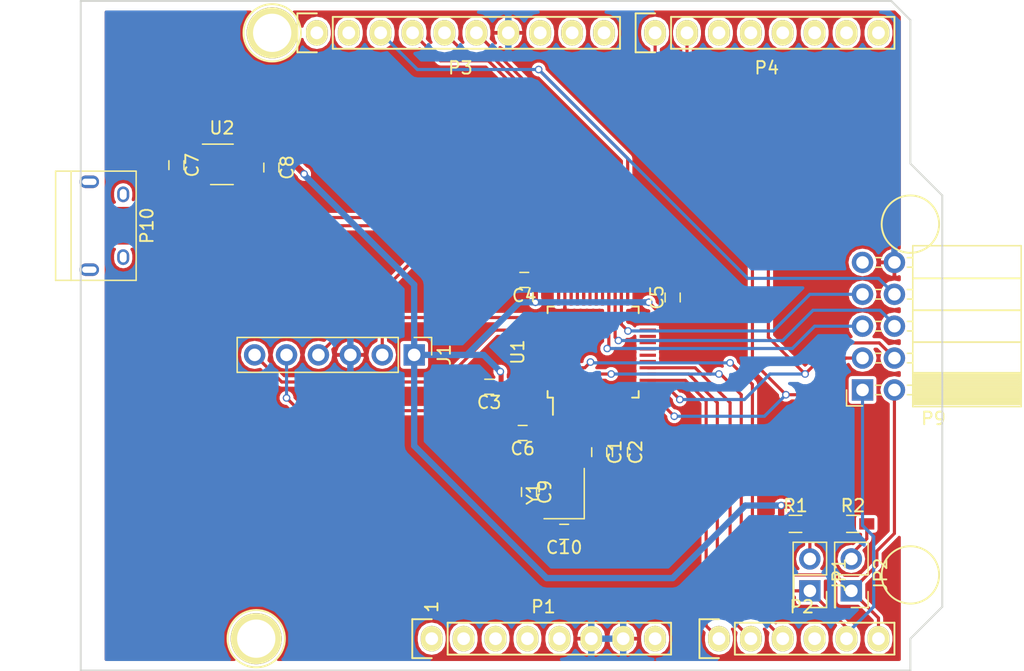
<source format=kicad_pcb>
(kicad_pcb (version 4) (host pcbnew 4.0.6)

  (general
    (links 77)
    (no_connects 12)
    (area 104.572999 71.542 186.303001 127.694)
    (thickness 1.6)
    (drawings 27)
    (tracks 219)
    (zones 0)
    (modules 28)
    (nets 27)
  )

  (page A4)
  (title_block
    (title "libopencm3-test hardware")
    (date 2017-10-31)
    (rev 1)
  )

  (layers
    (0 F.Cu signal)
    (31 B.Cu signal hide)
    (32 B.Adhes user)
    (33 F.Adhes user)
    (34 B.Paste user)
    (35 F.Paste user)
    (36 B.SilkS user)
    (37 F.SilkS user)
    (38 B.Mask user)
    (39 F.Mask user)
    (40 Dwgs.User user)
    (41 Cmts.User user)
    (42 Eco1.User user)
    (43 Eco2.User user)
    (44 Edge.Cuts user)
    (45 Margin user)
    (46 B.CrtYd user)
    (47 F.CrtYd user)
    (48 B.Fab user)
    (49 F.Fab user)
  )

  (setup
    (last_trace_width 0.4)
    (user_trace_width 0.152)
    (user_trace_width 0.25)
    (user_trace_width 0.4)
    (user_trace_width 0.5)
    (user_trace_width 0.75)
    (trace_clearance 0.2)
    (zone_clearance 0.25)
    (zone_45_only yes)
    (trace_min 0.152)
    (segment_width 0.15)
    (edge_width 0.15)
    (via_size 0.6)
    (via_drill 0.4)
    (via_min_size 0.4)
    (via_min_drill 0.3)
    (uvia_size 0.3)
    (uvia_drill 0.1)
    (uvias_allowed no)
    (uvia_min_size 0.2)
    (uvia_min_drill 0.1)
    (pcb_text_width 0.3)
    (pcb_text_size 1.5 1.5)
    (mod_edge_width 0.15)
    (mod_text_size 1 1)
    (mod_text_width 0.15)
    (pad_size 4.064 4.064)
    (pad_drill 3.048)
    (pad_to_mask_clearance 0)
    (aux_axis_origin 110.998 126.365)
    (grid_origin 110.998 126.365)
    (visible_elements FFFEFF7F)
    (pcbplotparams
      (layerselection 0x00030_80000001)
      (usegerberextensions false)
      (excludeedgelayer true)
      (linewidth 0.100000)
      (plotframeref false)
      (viasonmask false)
      (mode 1)
      (useauxorigin false)
      (hpglpennumber 1)
      (hpglpenspeed 20)
      (hpglpendiameter 15)
      (hpglpenoverlay 2)
      (psnegative false)
      (psa4output false)
      (plotreference true)
      (plotvalue true)
      (plotinvisibletext false)
      (padsonsilk false)
      (subtractmaskfromsilk false)
      (outputformat 1)
      (mirror false)
      (drillshape 1)
      (scaleselection 1)
      (outputdirectory ""))
  )

  (net 0 "")
  (net 1 +5V)
  (net 2 GND)
  (net 3 +3V3)
  (net 4 /NRST)
  (net 5 /ADC_IN1)
  (net 6 /I2C_SDA)
  (net 7 /I2C_SCL)
  (net 8 /SPI_CS)
  (net 9 /SPI_MOSI)
  (net 10 /SPI_MISO)
  (net 11 /SPI_SCK)
  (net 12 /USB_DM)
  (net 13 /USB_DP)
  (net 14 "Net-(P10-Pad6)")
  (net 15 /SWCLK)
  (net 16 /SWDIO)
  (net 17 /SWO)
  (net 18 /DAC1_OUT)
  (net 19 /DAC2_OUT)
  (net 20 /UART_TX_OUT)
  (net 21 /UART_RX_OUT)
  (net 22 "Net-(JP1-Pad2)")
  (net 23 "Net-(JP2-Pad2)")
  (net 24 /VLCD)
  (net 25 "Net-(C9-Pad1)")
  (net 26 "Net-(C10-Pad1)")

  (net_class Default "This is the default net class."
    (clearance 0.2)
    (trace_width 0.25)
    (via_dia 0.6)
    (via_drill 0.4)
    (uvia_dia 0.3)
    (uvia_drill 0.1)
    (add_net /ADC_IN1)
    (add_net /DAC1_OUT)
    (add_net /DAC2_OUT)
    (add_net /I2C_SCL)
    (add_net /I2C_SDA)
    (add_net /NRST)
    (add_net /SPI_CS)
    (add_net /SPI_MISO)
    (add_net /SPI_MOSI)
    (add_net /SPI_SCK)
    (add_net /SWCLK)
    (add_net /SWDIO)
    (add_net /SWO)
    (add_net /UART_RX_OUT)
    (add_net /UART_TX_OUT)
    (add_net /USB_DM)
    (add_net /USB_DP)
    (add_net /VLCD)
    (add_net GND)
    (add_net "Net-(C10-Pad1)")
    (add_net "Net-(C9-Pad1)")
    (add_net "Net-(JP1-Pad2)")
    (add_net "Net-(JP2-Pad2)")
    (add_net "Net-(P10-Pad6)")
  )

  (net_class power ""
    (clearance 0.2)
    (trace_width 0.4)
    (via_dia 0.6)
    (via_drill 0.4)
    (uvia_dia 0.3)
    (uvia_drill 0.1)
    (add_net +3V3)
    (add_net +5V)
  )

  (module Socket_Arduino_Uno:Socket_Strip_Arduino_1x08 locked (layer F.Cu) (tedit 552168D2) (tstamp 551AF9EA)
    (at 138.938 123.825)
    (descr "Through hole socket strip")
    (tags "socket strip")
    (path /56D70129)
    (fp_text reference P1 (at 8.89 -2.54) (layer F.SilkS)
      (effects (font (size 1 1) (thickness 0.15)))
    )
    (fp_text value Power (at 8.89 -4.064) (layer F.Fab)
      (effects (font (size 1 1) (thickness 0.15)))
    )
    (fp_line (start -1.75 -1.75) (end -1.75 1.75) (layer F.CrtYd) (width 0.05))
    (fp_line (start 19.55 -1.75) (end 19.55 1.75) (layer F.CrtYd) (width 0.05))
    (fp_line (start -1.75 -1.75) (end 19.55 -1.75) (layer F.CrtYd) (width 0.05))
    (fp_line (start -1.75 1.75) (end 19.55 1.75) (layer F.CrtYd) (width 0.05))
    (fp_line (start 1.27 1.27) (end 19.05 1.27) (layer F.SilkS) (width 0.15))
    (fp_line (start 19.05 1.27) (end 19.05 -1.27) (layer F.SilkS) (width 0.15))
    (fp_line (start 19.05 -1.27) (end 1.27 -1.27) (layer F.SilkS) (width 0.15))
    (fp_line (start -1.55 1.55) (end 0 1.55) (layer F.SilkS) (width 0.15))
    (fp_line (start 1.27 1.27) (end 1.27 -1.27) (layer F.SilkS) (width 0.15))
    (fp_line (start 0 -1.55) (end -1.55 -1.55) (layer F.SilkS) (width 0.15))
    (fp_line (start -1.55 -1.55) (end -1.55 1.55) (layer F.SilkS) (width 0.15))
    (pad 1 thru_hole oval (at 0 0) (size 1.7272 2.032) (drill 1.016) (layers *.Cu *.Mask F.SilkS))
    (pad 2 thru_hole oval (at 2.54 0) (size 1.7272 2.032) (drill 1.016) (layers *.Cu *.Mask F.SilkS))
    (pad 3 thru_hole oval (at 5.08 0) (size 1.7272 2.032) (drill 1.016) (layers *.Cu *.Mask F.SilkS))
    (pad 4 thru_hole oval (at 7.62 0) (size 1.7272 2.032) (drill 1.016) (layers *.Cu *.Mask F.SilkS)
      (net 3 +3V3))
    (pad 5 thru_hole oval (at 10.16 0) (size 1.7272 2.032) (drill 1.016) (layers *.Cu *.Mask F.SilkS)
      (net 1 +5V))
    (pad 6 thru_hole oval (at 12.7 0) (size 1.7272 2.032) (drill 1.016) (layers *.Cu *.Mask F.SilkS)
      (net 2 GND))
    (pad 7 thru_hole oval (at 15.24 0) (size 1.7272 2.032) (drill 1.016) (layers *.Cu *.Mask F.SilkS)
      (net 2 GND))
    (pad 8 thru_hole oval (at 17.78 0) (size 1.7272 2.032) (drill 1.016) (layers *.Cu *.Mask F.SilkS))
    (model ${KIPRJMOD}/Socket_Arduino_Uno.3dshapes/Socket_header_Arduino_1x08.wrl
      (at (xyz 0.35 0 0))
      (scale (xyz 1 1 1))
      (rotate (xyz 0 0 180))
    )
  )

  (module Socket_Arduino_Uno:Socket_Strip_Arduino_1x06 locked (layer F.Cu) (tedit 552168D6) (tstamp 551AF9FF)
    (at 161.798 123.825)
    (descr "Through hole socket strip")
    (tags "socket strip")
    (path /56D70DD8)
    (fp_text reference P2 (at 6.604 -2.54) (layer F.SilkS)
      (effects (font (size 1 1) (thickness 0.15)))
    )
    (fp_text value Analog (at 6.604 -4.064) (layer F.Fab)
      (effects (font (size 1 1) (thickness 0.15)))
    )
    (fp_line (start -1.75 -1.75) (end -1.75 1.75) (layer F.CrtYd) (width 0.05))
    (fp_line (start 14.45 -1.75) (end 14.45 1.75) (layer F.CrtYd) (width 0.05))
    (fp_line (start -1.75 -1.75) (end 14.45 -1.75) (layer F.CrtYd) (width 0.05))
    (fp_line (start -1.75 1.75) (end 14.45 1.75) (layer F.CrtYd) (width 0.05))
    (fp_line (start 1.27 1.27) (end 13.97 1.27) (layer F.SilkS) (width 0.15))
    (fp_line (start 13.97 1.27) (end 13.97 -1.27) (layer F.SilkS) (width 0.15))
    (fp_line (start 13.97 -1.27) (end 1.27 -1.27) (layer F.SilkS) (width 0.15))
    (fp_line (start -1.55 1.55) (end 0 1.55) (layer F.SilkS) (width 0.15))
    (fp_line (start 1.27 1.27) (end 1.27 -1.27) (layer F.SilkS) (width 0.15))
    (fp_line (start 0 -1.55) (end -1.55 -1.55) (layer F.SilkS) (width 0.15))
    (fp_line (start -1.55 -1.55) (end -1.55 1.55) (layer F.SilkS) (width 0.15))
    (pad 1 thru_hole oval (at 0 0) (size 1.7272 2.032) (drill 1.016) (layers *.Cu *.Mask F.SilkS)
      (net 18 /DAC1_OUT))
    (pad 2 thru_hole oval (at 2.54 0) (size 1.7272 2.032) (drill 1.016) (layers *.Cu *.Mask F.SilkS)
      (net 19 /DAC2_OUT))
    (pad 3 thru_hole oval (at 5.08 0) (size 1.7272 2.032) (drill 1.016) (layers *.Cu *.Mask F.SilkS)
      (net 5 /ADC_IN1))
    (pad 4 thru_hole oval (at 7.62 0) (size 1.7272 2.032) (drill 1.016) (layers *.Cu *.Mask F.SilkS))
    (pad 5 thru_hole oval (at 10.16 0) (size 1.7272 2.032) (drill 1.016) (layers *.Cu *.Mask F.SilkS)
      (net 6 /I2C_SDA))
    (pad 6 thru_hole oval (at 12.7 0) (size 1.7272 2.032) (drill 1.016) (layers *.Cu *.Mask F.SilkS)
      (net 7 /I2C_SCL))
    (model ${KIPRJMOD}/Socket_Arduino_Uno.3dshapes/Socket_header_Arduino_1x06.wrl
      (at (xyz 0.25 0 0))
      (scale (xyz 1 1 1))
      (rotate (xyz 0 0 180))
    )
  )

  (module Socket_Arduino_Uno:Socket_Strip_Arduino_1x10 locked (layer F.Cu) (tedit 552168BF) (tstamp 551AFA18)
    (at 129.794 75.565)
    (descr "Through hole socket strip")
    (tags "socket strip")
    (path /56D721E0)
    (fp_text reference P3 (at 11.43 2.794) (layer F.SilkS)
      (effects (font (size 1 1) (thickness 0.15)))
    )
    (fp_text value Digital (at 11.43 4.318) (layer F.Fab)
      (effects (font (size 1 1) (thickness 0.15)))
    )
    (fp_line (start -1.75 -1.75) (end -1.75 1.75) (layer F.CrtYd) (width 0.05))
    (fp_line (start 24.65 -1.75) (end 24.65 1.75) (layer F.CrtYd) (width 0.05))
    (fp_line (start -1.75 -1.75) (end 24.65 -1.75) (layer F.CrtYd) (width 0.05))
    (fp_line (start -1.75 1.75) (end 24.65 1.75) (layer F.CrtYd) (width 0.05))
    (fp_line (start 1.27 1.27) (end 24.13 1.27) (layer F.SilkS) (width 0.15))
    (fp_line (start 24.13 1.27) (end 24.13 -1.27) (layer F.SilkS) (width 0.15))
    (fp_line (start 24.13 -1.27) (end 1.27 -1.27) (layer F.SilkS) (width 0.15))
    (fp_line (start -1.55 1.55) (end 0 1.55) (layer F.SilkS) (width 0.15))
    (fp_line (start 1.27 1.27) (end 1.27 -1.27) (layer F.SilkS) (width 0.15))
    (fp_line (start 0 -1.55) (end -1.55 -1.55) (layer F.SilkS) (width 0.15))
    (fp_line (start -1.55 -1.55) (end -1.55 1.55) (layer F.SilkS) (width 0.15))
    (pad 1 thru_hole oval (at 0 0) (size 1.7272 2.032) (drill 1.016) (layers *.Cu *.Mask F.SilkS))
    (pad 2 thru_hole oval (at 2.54 0) (size 1.7272 2.032) (drill 1.016) (layers *.Cu *.Mask F.SilkS))
    (pad 3 thru_hole oval (at 5.08 0) (size 1.7272 2.032) (drill 1.016) (layers *.Cu *.Mask F.SilkS)
      (net 8 /SPI_CS))
    (pad 4 thru_hole oval (at 7.62 0) (size 1.7272 2.032) (drill 1.016) (layers *.Cu *.Mask F.SilkS)
      (net 9 /SPI_MOSI))
    (pad 5 thru_hole oval (at 10.16 0) (size 1.7272 2.032) (drill 1.016) (layers *.Cu *.Mask F.SilkS)
      (net 10 /SPI_MISO))
    (pad 6 thru_hole oval (at 12.7 0) (size 1.7272 2.032) (drill 1.016) (layers *.Cu *.Mask F.SilkS)
      (net 11 /SPI_SCK))
    (pad 7 thru_hole oval (at 15.24 0) (size 1.7272 2.032) (drill 1.016) (layers *.Cu *.Mask F.SilkS)
      (net 2 GND))
    (pad 8 thru_hole oval (at 17.78 0) (size 1.7272 2.032) (drill 1.016) (layers *.Cu *.Mask F.SilkS))
    (pad 9 thru_hole oval (at 20.32 0) (size 1.7272 2.032) (drill 1.016) (layers *.Cu *.Mask F.SilkS)
      (net 6 /I2C_SDA))
    (pad 10 thru_hole oval (at 22.86 0) (size 1.7272 2.032) (drill 1.016) (layers *.Cu *.Mask F.SilkS)
      (net 7 /I2C_SCL))
    (model ${KIPRJMOD}/Socket_Arduino_Uno.3dshapes/Socket_header_Arduino_1x10.wrl
      (at (xyz 0.45 0 0))
      (scale (xyz 1 1 1))
      (rotate (xyz 0 0 180))
    )
  )

  (module Socket_Arduino_Uno:Socket_Strip_Arduino_1x08 locked (layer F.Cu) (tedit 552168C7) (tstamp 551AFA2F)
    (at 156.718 75.565)
    (descr "Through hole socket strip")
    (tags "socket strip")
    (path /56D7164F)
    (fp_text reference P4 (at 8.89 2.794) (layer F.SilkS)
      (effects (font (size 1 1) (thickness 0.15)))
    )
    (fp_text value Digital (at 8.89 4.318) (layer F.Fab)
      (effects (font (size 1 1) (thickness 0.15)))
    )
    (fp_line (start -1.75 -1.75) (end -1.75 1.75) (layer F.CrtYd) (width 0.05))
    (fp_line (start 19.55 -1.75) (end 19.55 1.75) (layer F.CrtYd) (width 0.05))
    (fp_line (start -1.75 -1.75) (end 19.55 -1.75) (layer F.CrtYd) (width 0.05))
    (fp_line (start -1.75 1.75) (end 19.55 1.75) (layer F.CrtYd) (width 0.05))
    (fp_line (start 1.27 1.27) (end 19.05 1.27) (layer F.SilkS) (width 0.15))
    (fp_line (start 19.05 1.27) (end 19.05 -1.27) (layer F.SilkS) (width 0.15))
    (fp_line (start 19.05 -1.27) (end 1.27 -1.27) (layer F.SilkS) (width 0.15))
    (fp_line (start -1.55 1.55) (end 0 1.55) (layer F.SilkS) (width 0.15))
    (fp_line (start 1.27 1.27) (end 1.27 -1.27) (layer F.SilkS) (width 0.15))
    (fp_line (start 0 -1.55) (end -1.55 -1.55) (layer F.SilkS) (width 0.15))
    (fp_line (start -1.55 -1.55) (end -1.55 1.55) (layer F.SilkS) (width 0.15))
    (pad 1 thru_hole oval (at 0 0) (size 1.7272 2.032) (drill 1.016) (layers *.Cu *.Mask F.SilkS)
      (net 20 /UART_TX_OUT))
    (pad 2 thru_hole oval (at 2.54 0) (size 1.7272 2.032) (drill 1.016) (layers *.Cu *.Mask F.SilkS)
      (net 21 /UART_RX_OUT))
    (pad 3 thru_hole oval (at 5.08 0) (size 1.7272 2.032) (drill 1.016) (layers *.Cu *.Mask F.SilkS))
    (pad 4 thru_hole oval (at 7.62 0) (size 1.7272 2.032) (drill 1.016) (layers *.Cu *.Mask F.SilkS))
    (pad 5 thru_hole oval (at 10.16 0) (size 1.7272 2.032) (drill 1.016) (layers *.Cu *.Mask F.SilkS))
    (pad 6 thru_hole oval (at 12.7 0) (size 1.7272 2.032) (drill 1.016) (layers *.Cu *.Mask F.SilkS))
    (pad 7 thru_hole oval (at 15.24 0) (size 1.7272 2.032) (drill 1.016) (layers *.Cu *.Mask F.SilkS))
    (pad 8 thru_hole oval (at 17.78 0) (size 1.7272 2.032) (drill 1.016) (layers *.Cu *.Mask F.SilkS))
    (model ${KIPRJMOD}/Socket_Arduino_Uno.3dshapes/Socket_header_Arduino_1x08.wrl
      (at (xyz 0.35 0 0))
      (scale (xyz 1 1 1))
      (rotate (xyz 0 0 180))
    )
  )

  (module Socket_Arduino_Uno:Arduino_1pin locked (layer F.Cu) (tedit 5524FC39) (tstamp 5524FC3F)
    (at 124.968 123.825)
    (descr "module 1 pin (ou trou mecanique de percage)")
    (tags DEV)
    (path /56D71177)
    (fp_text reference P5 (at 0 -3.048) (layer F.SilkS) hide
      (effects (font (size 1 1) (thickness 0.15)))
    )
    (fp_text value CONN_01X01 (at 0 2.794) (layer F.Fab) hide
      (effects (font (size 1 1) (thickness 0.15)))
    )
    (fp_circle (center 0 0) (end 0 -2.286) (layer F.SilkS) (width 0.15))
    (pad 1 thru_hole circle (at 0 0) (size 4.064 4.064) (drill 3.048) (layers *.Cu *.Mask F.SilkS))
  )

  (module Socket_Arduino_Uno:Arduino_1pin locked (layer F.Cu) (tedit 5A2EE3C3) (tstamp 5524FC44)
    (at 177.038 118.745)
    (descr "module 1 pin (ou trou mecanique de percage)")
    (tags DEV)
    (path /56D71274)
    (fp_text reference P6 (at 0 -3.048) (layer F.SilkS) hide
      (effects (font (size 1 1) (thickness 0.15)))
    )
    (fp_text value CONN_01X01 (at 0 2.794) (layer F.Fab) hide
      (effects (font (size 1 1) (thickness 0.15)))
    )
    (fp_circle (center 0 0) (end 0 -2.286) (layer F.SilkS) (width 0.15))
  )

  (module Socket_Arduino_Uno:Arduino_1pin locked (layer F.Cu) (tedit 5524FC2F) (tstamp 5524FC49)
    (at 126.238 75.565)
    (descr "module 1 pin (ou trou mecanique de percage)")
    (tags DEV)
    (path /56D712A8)
    (fp_text reference P7 (at 0 -3.048) (layer F.SilkS) hide
      (effects (font (size 1 1) (thickness 0.15)))
    )
    (fp_text value CONN_01X01 (at 0 2.794) (layer F.Fab) hide
      (effects (font (size 1 1) (thickness 0.15)))
    )
    (fp_circle (center 0 0) (end 0 -2.286) (layer F.SilkS) (width 0.15))
    (pad 1 thru_hole circle (at 0 0) (size 4.064 4.064) (drill 3.048) (layers *.Cu *.Mask F.SilkS))
  )

  (module Socket_Arduino_Uno:Arduino_1pin locked (layer F.Cu) (tedit 5A2EE3A1) (tstamp 5524FC4E)
    (at 177.038 90.805)
    (descr "module 1 pin (ou trou mecanique de percage)")
    (tags DEV)
    (path /56D712DB)
    (fp_text reference P8 (at 0 -3.048) (layer F.SilkS) hide
      (effects (font (size 1 1) (thickness 0.15)))
    )
    (fp_text value CONN_01X01 (at 0 2.794) (layer F.Fab) hide
      (effects (font (size 1 1) (thickness 0.15)))
    )
    (fp_circle (center 0 0) (end 0 -2.286) (layer F.SilkS) (width 0.15))
  )

  (module Capacitors_SMD:C_0603_HandSoldering (layer F.Cu) (tedit 58AA848B) (tstamp 59F7BF21)
    (at 152.273 108.966 270)
    (descr "Capacitor SMD 0603, hand soldering")
    (tags "capacitor 0603")
    (path /58CF4B65)
    (attr smd)
    (fp_text reference C1 (at 0 -1.25 270) (layer F.SilkS)
      (effects (font (size 1 1) (thickness 0.15)))
    )
    (fp_text value 100n (at 0 1.5 270) (layer F.Fab)
      (effects (font (size 1 1) (thickness 0.15)))
    )
    (fp_text user %R (at 0 -1.25 270) (layer F.Fab)
      (effects (font (size 1 1) (thickness 0.15)))
    )
    (fp_line (start -0.8 0.4) (end -0.8 -0.4) (layer F.Fab) (width 0.1))
    (fp_line (start 0.8 0.4) (end -0.8 0.4) (layer F.Fab) (width 0.1))
    (fp_line (start 0.8 -0.4) (end 0.8 0.4) (layer F.Fab) (width 0.1))
    (fp_line (start -0.8 -0.4) (end 0.8 -0.4) (layer F.Fab) (width 0.1))
    (fp_line (start -0.35 -0.6) (end 0.35 -0.6) (layer F.SilkS) (width 0.12))
    (fp_line (start 0.35 0.6) (end -0.35 0.6) (layer F.SilkS) (width 0.12))
    (fp_line (start -1.8 -0.65) (end 1.8 -0.65) (layer F.CrtYd) (width 0.05))
    (fp_line (start -1.8 -0.65) (end -1.8 0.65) (layer F.CrtYd) (width 0.05))
    (fp_line (start 1.8 0.65) (end 1.8 -0.65) (layer F.CrtYd) (width 0.05))
    (fp_line (start 1.8 0.65) (end -1.8 0.65) (layer F.CrtYd) (width 0.05))
    (pad 1 smd rect (at -0.95 0 270) (size 1.2 0.75) (layers F.Cu F.Paste F.Mask)
      (net 4 /NRST))
    (pad 2 smd rect (at 0.95 0 270) (size 1.2 0.75) (layers F.Cu F.Paste F.Mask)
      (net 2 GND))
    (model Capacitors_SMD.3dshapes/C_0603.wrl
      (at (xyz 0 0 0))
      (scale (xyz 1 1 1))
      (rotate (xyz 0 0 0))
    )
  )

  (module Capacitors_SMD:C_0603_HandSoldering (layer F.Cu) (tedit 58AA848B) (tstamp 59F7BF27)
    (at 153.924 108.966 270)
    (descr "Capacitor SMD 0603, hand soldering")
    (tags "capacitor 0603")
    (path /58CF43FF)
    (attr smd)
    (fp_text reference C2 (at 0 -1.25 270) (layer F.SilkS)
      (effects (font (size 1 1) (thickness 0.15)))
    )
    (fp_text value 100n (at 0 1.5 270) (layer F.Fab)
      (effects (font (size 1 1) (thickness 0.15)))
    )
    (fp_text user %R (at 0 -1.25 270) (layer F.Fab)
      (effects (font (size 1 1) (thickness 0.15)))
    )
    (fp_line (start -0.8 0.4) (end -0.8 -0.4) (layer F.Fab) (width 0.1))
    (fp_line (start 0.8 0.4) (end -0.8 0.4) (layer F.Fab) (width 0.1))
    (fp_line (start 0.8 -0.4) (end 0.8 0.4) (layer F.Fab) (width 0.1))
    (fp_line (start -0.8 -0.4) (end 0.8 -0.4) (layer F.Fab) (width 0.1))
    (fp_line (start -0.35 -0.6) (end 0.35 -0.6) (layer F.SilkS) (width 0.12))
    (fp_line (start 0.35 0.6) (end -0.35 0.6) (layer F.SilkS) (width 0.12))
    (fp_line (start -1.8 -0.65) (end 1.8 -0.65) (layer F.CrtYd) (width 0.05))
    (fp_line (start -1.8 -0.65) (end -1.8 0.65) (layer F.CrtYd) (width 0.05))
    (fp_line (start 1.8 0.65) (end 1.8 -0.65) (layer F.CrtYd) (width 0.05))
    (fp_line (start 1.8 0.65) (end -1.8 0.65) (layer F.CrtYd) (width 0.05))
    (pad 1 smd rect (at -0.95 0 270) (size 1.2 0.75) (layers F.Cu F.Paste F.Mask)
      (net 3 +3V3))
    (pad 2 smd rect (at 0.95 0 270) (size 1.2 0.75) (layers F.Cu F.Paste F.Mask)
      (net 2 GND))
    (model Capacitors_SMD.3dshapes/C_0603.wrl
      (at (xyz 0 0 0))
      (scale (xyz 1 1 1))
      (rotate (xyz 0 0 0))
    )
  )

  (module Capacitors_SMD:C_0603_HandSoldering (layer F.Cu) (tedit 58AA848B) (tstamp 59F7BF2D)
    (at 143.51 103.759 180)
    (descr "Capacitor SMD 0603, hand soldering")
    (tags "capacitor 0603")
    (path /58CF69A9)
    (attr smd)
    (fp_text reference C3 (at 0 -1.25 180) (layer F.SilkS)
      (effects (font (size 1 1) (thickness 0.15)))
    )
    (fp_text value 100n (at 0 1.5 180) (layer F.Fab)
      (effects (font (size 1 1) (thickness 0.15)))
    )
    (fp_text user %R (at 0 -1.25 180) (layer F.Fab)
      (effects (font (size 1 1) (thickness 0.15)))
    )
    (fp_line (start -0.8 0.4) (end -0.8 -0.4) (layer F.Fab) (width 0.1))
    (fp_line (start 0.8 0.4) (end -0.8 0.4) (layer F.Fab) (width 0.1))
    (fp_line (start 0.8 -0.4) (end 0.8 0.4) (layer F.Fab) (width 0.1))
    (fp_line (start -0.8 -0.4) (end 0.8 -0.4) (layer F.Fab) (width 0.1))
    (fp_line (start -0.35 -0.6) (end 0.35 -0.6) (layer F.SilkS) (width 0.12))
    (fp_line (start 0.35 0.6) (end -0.35 0.6) (layer F.SilkS) (width 0.12))
    (fp_line (start -1.8 -0.65) (end 1.8 -0.65) (layer F.CrtYd) (width 0.05))
    (fp_line (start -1.8 -0.65) (end -1.8 0.65) (layer F.CrtYd) (width 0.05))
    (fp_line (start 1.8 0.65) (end 1.8 -0.65) (layer F.CrtYd) (width 0.05))
    (fp_line (start 1.8 0.65) (end -1.8 0.65) (layer F.CrtYd) (width 0.05))
    (pad 1 smd rect (at -0.95 0 180) (size 1.2 0.75) (layers F.Cu F.Paste F.Mask)
      (net 3 +3V3))
    (pad 2 smd rect (at 0.95 0 180) (size 1.2 0.75) (layers F.Cu F.Paste F.Mask)
      (net 2 GND))
    (model Capacitors_SMD.3dshapes/C_0603.wrl
      (at (xyz 0 0 0))
      (scale (xyz 1 1 1))
      (rotate (xyz 0 0 0))
    )
  )

  (module Capacitors_SMD:C_0603_HandSoldering (layer F.Cu) (tedit 58AA848B) (tstamp 59F7BF33)
    (at 146.304 95.25 180)
    (descr "Capacitor SMD 0603, hand soldering")
    (tags "capacitor 0603")
    (path /58CF69F1)
    (attr smd)
    (fp_text reference C4 (at 0 -1.25 180) (layer F.SilkS)
      (effects (font (size 1 1) (thickness 0.15)))
    )
    (fp_text value 100n (at 0 1.5 180) (layer F.Fab)
      (effects (font (size 1 1) (thickness 0.15)))
    )
    (fp_text user %R (at 0 -1.25 180) (layer F.Fab)
      (effects (font (size 1 1) (thickness 0.15)))
    )
    (fp_line (start -0.8 0.4) (end -0.8 -0.4) (layer F.Fab) (width 0.1))
    (fp_line (start 0.8 0.4) (end -0.8 0.4) (layer F.Fab) (width 0.1))
    (fp_line (start 0.8 -0.4) (end 0.8 0.4) (layer F.Fab) (width 0.1))
    (fp_line (start -0.8 -0.4) (end 0.8 -0.4) (layer F.Fab) (width 0.1))
    (fp_line (start -0.35 -0.6) (end 0.35 -0.6) (layer F.SilkS) (width 0.12))
    (fp_line (start 0.35 0.6) (end -0.35 0.6) (layer F.SilkS) (width 0.12))
    (fp_line (start -1.8 -0.65) (end 1.8 -0.65) (layer F.CrtYd) (width 0.05))
    (fp_line (start -1.8 -0.65) (end -1.8 0.65) (layer F.CrtYd) (width 0.05))
    (fp_line (start 1.8 0.65) (end 1.8 -0.65) (layer F.CrtYd) (width 0.05))
    (fp_line (start 1.8 0.65) (end -1.8 0.65) (layer F.CrtYd) (width 0.05))
    (pad 1 smd rect (at -0.95 0 180) (size 1.2 0.75) (layers F.Cu F.Paste F.Mask)
      (net 3 +3V3))
    (pad 2 smd rect (at 0.95 0 180) (size 1.2 0.75) (layers F.Cu F.Paste F.Mask)
      (net 2 GND))
    (model Capacitors_SMD.3dshapes/C_0603.wrl
      (at (xyz 0 0 0))
      (scale (xyz 1 1 1))
      (rotate (xyz 0 0 0))
    )
  )

  (module Capacitors_SMD:C_0603_HandSoldering (layer F.Cu) (tedit 58AA848B) (tstamp 59F7BF39)
    (at 158.115 96.647 90)
    (descr "Capacitor SMD 0603, hand soldering")
    (tags "capacitor 0603")
    (path /58CF6A3A)
    (attr smd)
    (fp_text reference C5 (at 0 -1.25 90) (layer F.SilkS)
      (effects (font (size 1 1) (thickness 0.15)))
    )
    (fp_text value 100n (at 0 1.5 90) (layer F.Fab)
      (effects (font (size 1 1) (thickness 0.15)))
    )
    (fp_text user %R (at 0 -1.25 90) (layer F.Fab)
      (effects (font (size 1 1) (thickness 0.15)))
    )
    (fp_line (start -0.8 0.4) (end -0.8 -0.4) (layer F.Fab) (width 0.1))
    (fp_line (start 0.8 0.4) (end -0.8 0.4) (layer F.Fab) (width 0.1))
    (fp_line (start 0.8 -0.4) (end 0.8 0.4) (layer F.Fab) (width 0.1))
    (fp_line (start -0.8 -0.4) (end 0.8 -0.4) (layer F.Fab) (width 0.1))
    (fp_line (start -0.35 -0.6) (end 0.35 -0.6) (layer F.SilkS) (width 0.12))
    (fp_line (start 0.35 0.6) (end -0.35 0.6) (layer F.SilkS) (width 0.12))
    (fp_line (start -1.8 -0.65) (end 1.8 -0.65) (layer F.CrtYd) (width 0.05))
    (fp_line (start -1.8 -0.65) (end -1.8 0.65) (layer F.CrtYd) (width 0.05))
    (fp_line (start 1.8 0.65) (end 1.8 -0.65) (layer F.CrtYd) (width 0.05))
    (fp_line (start 1.8 0.65) (end -1.8 0.65) (layer F.CrtYd) (width 0.05))
    (pad 1 smd rect (at -0.95 0 90) (size 1.2 0.75) (layers F.Cu F.Paste F.Mask)
      (net 3 +3V3))
    (pad 2 smd rect (at 0.95 0 90) (size 1.2 0.75) (layers F.Cu F.Paste F.Mask)
      (net 2 GND))
    (model Capacitors_SMD.3dshapes/C_0603.wrl
      (at (xyz 0 0 0))
      (scale (xyz 1 1 1))
      (rotate (xyz 0 0 0))
    )
  )

  (module Connectors:USB_Micro-B (layer F.Cu) (tedit 5543E447) (tstamp 59F7BF54)
    (at 113.03 90.932 270)
    (descr "Micro USB Type B Receptacle")
    (tags "USB USB_B USB_micro USB_OTG")
    (path /58CF10AD)
    (attr smd)
    (fp_text reference P10 (at 0 -3.24 270) (layer F.SilkS)
      (effects (font (size 1 1) (thickness 0.15)))
    )
    (fp_text value CONTROL (at 0 5.01 270) (layer F.Fab)
      (effects (font (size 1 1) (thickness 0.15)))
    )
    (fp_line (start -4.6 -2.59) (end 4.6 -2.59) (layer F.CrtYd) (width 0.05))
    (fp_line (start 4.6 -2.59) (end 4.6 4.26) (layer F.CrtYd) (width 0.05))
    (fp_line (start 4.6 4.26) (end -4.6 4.26) (layer F.CrtYd) (width 0.05))
    (fp_line (start -4.6 4.26) (end -4.6 -2.59) (layer F.CrtYd) (width 0.05))
    (fp_line (start -4.35 4.03) (end 4.35 4.03) (layer F.SilkS) (width 0.12))
    (fp_line (start -4.35 -2.38) (end 4.35 -2.38) (layer F.SilkS) (width 0.12))
    (fp_line (start 4.35 -2.38) (end 4.35 4.03) (layer F.SilkS) (width 0.12))
    (fp_line (start 4.35 2.8) (end -4.35 2.8) (layer F.SilkS) (width 0.12))
    (fp_line (start -4.35 4.03) (end -4.35 -2.38) (layer F.SilkS) (width 0.12))
    (pad 1 smd rect (at -1.3 -1.35) (size 1.35 0.4) (layers F.Cu F.Paste F.Mask)
      (net 1 +5V))
    (pad 2 smd rect (at -0.65 -1.35) (size 1.35 0.4) (layers F.Cu F.Paste F.Mask)
      (net 12 /USB_DM))
    (pad 3 smd rect (at 0 -1.35) (size 1.35 0.4) (layers F.Cu F.Paste F.Mask)
      (net 13 /USB_DP))
    (pad 4 smd rect (at 0.65 -1.35) (size 1.35 0.4) (layers F.Cu F.Paste F.Mask))
    (pad 5 smd rect (at 1.3 -1.35) (size 1.35 0.4) (layers F.Cu F.Paste F.Mask)
      (net 2 GND))
    (pad 6 thru_hole oval (at -2.5 -1.35) (size 0.95 1.25) (drill oval 0.55 0.85) (layers *.Cu *.Mask)
      (net 14 "Net-(P10-Pad6)"))
    (pad 6 thru_hole oval (at 2.5 -1.35) (size 0.95 1.25) (drill oval 0.55 0.85) (layers *.Cu *.Mask)
      (net 14 "Net-(P10-Pad6)"))
    (pad 6 thru_hole oval (at -3.5 1.35) (size 1.55 1) (drill oval 1.15 0.5) (layers *.Cu *.Mask)
      (net 14 "Net-(P10-Pad6)"))
    (pad 6 thru_hole oval (at 3.5 1.35) (size 1.55 1) (drill oval 1.15 0.5) (layers *.Cu *.Mask)
      (net 14 "Net-(P10-Pad6)"))
  )

  (module Pin_Headers:Pin_Header_Straight_1x06_Pitch2.54mm (layer F.Cu) (tedit 5862ED52) (tstamp 59F7C0DF)
    (at 137.541 101.219 270)
    (descr "Through hole straight pin header, 1x06, 2.54mm pitch, single row")
    (tags "Through hole pin header THT 1x06 2.54mm single row")
    (path /59F7E088)
    (fp_text reference J1 (at 0 -2.39 270) (layer F.SilkS)
      (effects (font (size 1 1) (thickness 0.15)))
    )
    (fp_text value CONN_01X06 (at 0 15.09 270) (layer F.Fab)
      (effects (font (size 1 1) (thickness 0.15)))
    )
    (fp_line (start -1.27 -1.27) (end -1.27 13.97) (layer F.Fab) (width 0.1))
    (fp_line (start -1.27 13.97) (end 1.27 13.97) (layer F.Fab) (width 0.1))
    (fp_line (start 1.27 13.97) (end 1.27 -1.27) (layer F.Fab) (width 0.1))
    (fp_line (start 1.27 -1.27) (end -1.27 -1.27) (layer F.Fab) (width 0.1))
    (fp_line (start -1.39 1.27) (end -1.39 14.09) (layer F.SilkS) (width 0.12))
    (fp_line (start -1.39 14.09) (end 1.39 14.09) (layer F.SilkS) (width 0.12))
    (fp_line (start 1.39 14.09) (end 1.39 1.27) (layer F.SilkS) (width 0.12))
    (fp_line (start 1.39 1.27) (end -1.39 1.27) (layer F.SilkS) (width 0.12))
    (fp_line (start -1.39 0) (end -1.39 -1.39) (layer F.SilkS) (width 0.12))
    (fp_line (start -1.39 -1.39) (end 0 -1.39) (layer F.SilkS) (width 0.12))
    (fp_line (start -1.6 -1.6) (end -1.6 14.3) (layer F.CrtYd) (width 0.05))
    (fp_line (start -1.6 14.3) (end 1.6 14.3) (layer F.CrtYd) (width 0.05))
    (fp_line (start 1.6 14.3) (end 1.6 -1.6) (layer F.CrtYd) (width 0.05))
    (fp_line (start 1.6 -1.6) (end -1.6 -1.6) (layer F.CrtYd) (width 0.05))
    (pad 1 thru_hole rect (at 0 0 270) (size 1.7 1.7) (drill 1) (layers *.Cu *.Mask)
      (net 3 +3V3))
    (pad 2 thru_hole oval (at 0 2.54 270) (size 1.7 1.7) (drill 1) (layers *.Cu *.Mask)
      (net 15 /SWCLK))
    (pad 3 thru_hole oval (at 0 5.08 270) (size 1.7 1.7) (drill 1) (layers *.Cu *.Mask)
      (net 2 GND))
    (pad 4 thru_hole oval (at 0 7.62 270) (size 1.7 1.7) (drill 1) (layers *.Cu *.Mask)
      (net 16 /SWDIO))
    (pad 5 thru_hole oval (at 0 10.16 270) (size 1.7 1.7) (drill 1) (layers *.Cu *.Mask)
      (net 4 /NRST))
    (pad 6 thru_hole oval (at 0 12.7 270) (size 1.7 1.7) (drill 1) (layers *.Cu *.Mask)
      (net 17 /SWO))
    (model Pin_Headers.3dshapes/Pin_Header_Straight_1x06_Pitch2.54mm.wrl
      (at (xyz 0 -0.25 0))
      (scale (xyz 1 1 1))
      (rotate (xyz 0 0 90))
    )
  )

  (module Housings_QFP:TQFP-48_7x7mm_Pitch0.5mm (layer F.Cu) (tedit 54130A77) (tstamp 59F7C113)
    (at 151.785 100.997 90)
    (descr "48 LEAD TQFP 7x7mm (see MICREL TQFP7x7-48LD-PL-1.pdf)")
    (tags "QFP 0.5")
    (path /58CEFE92)
    (attr smd)
    (fp_text reference U1 (at 0 -6 90) (layer F.SilkS)
      (effects (font (size 1 1) (thickness 0.15)))
    )
    (fp_text value STM32L151C6TxA (at 0 6 90) (layer F.Fab)
      (effects (font (size 1 1) (thickness 0.15)))
    )
    (fp_text user %R (at 0 0 90) (layer F.Fab)
      (effects (font (size 1 1) (thickness 0.15)))
    )
    (fp_line (start -2.5 -3.5) (end 3.5 -3.5) (layer F.Fab) (width 0.15))
    (fp_line (start 3.5 -3.5) (end 3.5 3.5) (layer F.Fab) (width 0.15))
    (fp_line (start 3.5 3.5) (end -3.5 3.5) (layer F.Fab) (width 0.15))
    (fp_line (start -3.5 3.5) (end -3.5 -2.5) (layer F.Fab) (width 0.15))
    (fp_line (start -3.5 -2.5) (end -2.5 -3.5) (layer F.Fab) (width 0.15))
    (fp_line (start -5.25 -5.25) (end -5.25 5.25) (layer F.CrtYd) (width 0.05))
    (fp_line (start 5.25 -5.25) (end 5.25 5.25) (layer F.CrtYd) (width 0.05))
    (fp_line (start -5.25 -5.25) (end 5.25 -5.25) (layer F.CrtYd) (width 0.05))
    (fp_line (start -5.25 5.25) (end 5.25 5.25) (layer F.CrtYd) (width 0.05))
    (fp_line (start -3.625 -3.625) (end -3.625 -3.2) (layer F.SilkS) (width 0.15))
    (fp_line (start 3.625 -3.625) (end 3.625 -3.1) (layer F.SilkS) (width 0.15))
    (fp_line (start 3.625 3.625) (end 3.625 3.1) (layer F.SilkS) (width 0.15))
    (fp_line (start -3.625 3.625) (end -3.625 3.1) (layer F.SilkS) (width 0.15))
    (fp_line (start -3.625 -3.625) (end -3.1 -3.625) (layer F.SilkS) (width 0.15))
    (fp_line (start -3.625 3.625) (end -3.1 3.625) (layer F.SilkS) (width 0.15))
    (fp_line (start 3.625 3.625) (end 3.1 3.625) (layer F.SilkS) (width 0.15))
    (fp_line (start 3.625 -3.625) (end 3.1 -3.625) (layer F.SilkS) (width 0.15))
    (fp_line (start -3.625 -3.2) (end -5 -3.2) (layer F.SilkS) (width 0.15))
    (pad 1 smd rect (at -4.35 -2.75 90) (size 1.3 0.25) (layers F.Cu F.Paste F.Mask)
      (net 24 /VLCD))
    (pad 2 smd rect (at -4.35 -2.25 90) (size 1.3 0.25) (layers F.Cu F.Paste F.Mask))
    (pad 3 smd rect (at -4.35 -1.75 90) (size 1.3 0.25) (layers F.Cu F.Paste F.Mask))
    (pad 4 smd rect (at -4.35 -1.25 90) (size 1.3 0.25) (layers F.Cu F.Paste F.Mask))
    (pad 5 smd rect (at -4.35 -0.75 90) (size 1.3 0.25) (layers F.Cu F.Paste F.Mask)
      (net 25 "Net-(C9-Pad1)"))
    (pad 6 smd rect (at -4.35 -0.25 90) (size 1.3 0.25) (layers F.Cu F.Paste F.Mask)
      (net 26 "Net-(C10-Pad1)"))
    (pad 7 smd rect (at -4.35 0.25 90) (size 1.3 0.25) (layers F.Cu F.Paste F.Mask)
      (net 4 /NRST))
    (pad 8 smd rect (at -4.35 0.75 90) (size 1.3 0.25) (layers F.Cu F.Paste F.Mask)
      (net 2 GND))
    (pad 9 smd rect (at -4.35 1.25 90) (size 1.3 0.25) (layers F.Cu F.Paste F.Mask)
      (net 3 +3V3))
    (pad 10 smd rect (at -4.35 1.75 90) (size 1.3 0.25) (layers F.Cu F.Paste F.Mask))
    (pad 11 smd rect (at -4.35 2.25 90) (size 1.3 0.25) (layers F.Cu F.Paste F.Mask))
    (pad 12 smd rect (at -4.35 2.75 90) (size 1.3 0.25) (layers F.Cu F.Paste F.Mask)
      (net 20 /UART_TX_OUT))
    (pad 13 smd rect (at -2.75 4.35 180) (size 1.3 0.25) (layers F.Cu F.Paste F.Mask)
      (net 21 /UART_RX_OUT))
    (pad 14 smd rect (at -2.25 4.35 180) (size 1.3 0.25) (layers F.Cu F.Paste F.Mask)
      (net 18 /DAC1_OUT))
    (pad 15 smd rect (at -1.75 4.35 180) (size 1.3 0.25) (layers F.Cu F.Paste F.Mask)
      (net 19 /DAC2_OUT))
    (pad 16 smd rect (at -1.25 4.35 180) (size 1.3 0.25) (layers F.Cu F.Paste F.Mask)
      (net 5 /ADC_IN1))
    (pad 17 smd rect (at -0.75 4.35 180) (size 1.3 0.25) (layers F.Cu F.Paste F.Mask))
    (pad 18 smd rect (at -0.25 4.35 180) (size 1.3 0.25) (layers F.Cu F.Paste F.Mask))
    (pad 19 smd rect (at 0.25 4.35 180) (size 1.3 0.25) (layers F.Cu F.Paste F.Mask))
    (pad 20 smd rect (at 0.75 4.35 180) (size 1.3 0.25) (layers F.Cu F.Paste F.Mask))
    (pad 21 smd rect (at 1.25 4.35 180) (size 1.3 0.25) (layers F.Cu F.Paste F.Mask))
    (pad 22 smd rect (at 1.75 4.35 180) (size 1.3 0.25) (layers F.Cu F.Paste F.Mask))
    (pad 23 smd rect (at 2.25 4.35 180) (size 1.3 0.25) (layers F.Cu F.Paste F.Mask)
      (net 2 GND))
    (pad 24 smd rect (at 2.75 4.35 180) (size 1.3 0.25) (layers F.Cu F.Paste F.Mask)
      (net 3 +3V3))
    (pad 25 smd rect (at 4.35 2.75 90) (size 1.3 0.25) (layers F.Cu F.Paste F.Mask)
      (net 8 /SPI_CS))
    (pad 26 smd rect (at 4.35 2.25 90) (size 1.3 0.25) (layers F.Cu F.Paste F.Mask)
      (net 11 /SPI_SCK))
    (pad 27 smd rect (at 4.35 1.75 90) (size 1.3 0.25) (layers F.Cu F.Paste F.Mask)
      (net 10 /SPI_MISO))
    (pad 28 smd rect (at 4.35 1.25 90) (size 1.3 0.25) (layers F.Cu F.Paste F.Mask)
      (net 9 /SPI_MOSI))
    (pad 29 smd rect (at 4.35 0.75 90) (size 1.3 0.25) (layers F.Cu F.Paste F.Mask))
    (pad 30 smd rect (at 4.35 0.25 90) (size 1.3 0.25) (layers F.Cu F.Paste F.Mask))
    (pad 31 smd rect (at 4.35 -0.25 90) (size 1.3 0.25) (layers F.Cu F.Paste F.Mask))
    (pad 32 smd rect (at 4.35 -0.75 90) (size 1.3 0.25) (layers F.Cu F.Paste F.Mask)
      (net 12 /USB_DM))
    (pad 33 smd rect (at 4.35 -1.25 90) (size 1.3 0.25) (layers F.Cu F.Paste F.Mask)
      (net 13 /USB_DP))
    (pad 34 smd rect (at 4.35 -1.75 90) (size 1.3 0.25) (layers F.Cu F.Paste F.Mask)
      (net 16 /SWDIO))
    (pad 35 smd rect (at 4.35 -2.25 90) (size 1.3 0.25) (layers F.Cu F.Paste F.Mask)
      (net 2 GND))
    (pad 36 smd rect (at 4.35 -2.75 90) (size 1.3 0.25) (layers F.Cu F.Paste F.Mask)
      (net 3 +3V3))
    (pad 37 smd rect (at 2.75 -4.35 180) (size 1.3 0.25) (layers F.Cu F.Paste F.Mask)
      (net 15 /SWCLK))
    (pad 38 smd rect (at 2.25 -4.35 180) (size 1.3 0.25) (layers F.Cu F.Paste F.Mask))
    (pad 39 smd rect (at 1.75 -4.35 180) (size 1.3 0.25) (layers F.Cu F.Paste F.Mask)
      (net 17 /SWO))
    (pad 40 smd rect (at 1.25 -4.35 180) (size 1.3 0.25) (layers F.Cu F.Paste F.Mask))
    (pad 41 smd rect (at 0.75 -4.35 180) (size 1.3 0.25) (layers F.Cu F.Paste F.Mask))
    (pad 42 smd rect (at 0.25 -4.35 180) (size 1.3 0.25) (layers F.Cu F.Paste F.Mask))
    (pad 43 smd rect (at -0.25 -4.35 180) (size 1.3 0.25) (layers F.Cu F.Paste F.Mask))
    (pad 44 smd rect (at -0.75 -4.35 180) (size 1.3 0.25) (layers F.Cu F.Paste F.Mask))
    (pad 45 smd rect (at -1.25 -4.35 180) (size 1.3 0.25) (layers F.Cu F.Paste F.Mask)
      (net 7 /I2C_SCL))
    (pad 46 smd rect (at -1.75 -4.35 180) (size 1.3 0.25) (layers F.Cu F.Paste F.Mask)
      (net 6 /I2C_SDA))
    (pad 47 smd rect (at -2.25 -4.35 180) (size 1.3 0.25) (layers F.Cu F.Paste F.Mask)
      (net 2 GND))
    (pad 48 smd rect (at -2.75 -4.35 180) (size 1.3 0.25) (layers F.Cu F.Paste F.Mask)
      (net 3 +3V3))
    (model Housings_QFP.3dshapes/TQFP-48_7x7mm_Pitch0.5mm.wrl
      (at (xyz 0 0 0))
      (scale (xyz 1 1 1))
      (rotate (xyz 0 0 0))
    )
  )

  (module Socket_Strips:Socket_Strip_Angled_2x05_Pitch2.54mm (layer F.Cu) (tedit 588DE958) (tstamp 5A0F5F85)
    (at 173.228 104.013 180)
    (descr "Through hole angled socket strip, 2x05, 2.54mm pitch, 8.51mm socket length, double rows")
    (tags "Through hole angled socket strip THT 2x05 2.54mm double row")
    (path /58CF048F)
    (fp_text reference P9 (at -5.65 -2.27 180) (layer F.SilkS)
      (effects (font (size 1 1) (thickness 0.15)))
    )
    (fp_text value FX2LA (at -5.65 12.43 180) (layer F.Fab)
      (effects (font (size 1 1) (thickness 0.15)))
    )
    (fp_line (start -4.06 -1.27) (end -4.06 1.27) (layer F.Fab) (width 0.1))
    (fp_line (start -4.06 1.27) (end -12.57 1.27) (layer F.Fab) (width 0.1))
    (fp_line (start -12.57 1.27) (end -12.57 -1.27) (layer F.Fab) (width 0.1))
    (fp_line (start -12.57 -1.27) (end -4.06 -1.27) (layer F.Fab) (width 0.1))
    (fp_line (start 0 -0.32) (end 0 0.32) (layer F.Fab) (width 0.1))
    (fp_line (start 0 0.32) (end -4.06 0.32) (layer F.Fab) (width 0.1))
    (fp_line (start -4.06 0.32) (end -4.06 -0.32) (layer F.Fab) (width 0.1))
    (fp_line (start -4.06 -0.32) (end 0 -0.32) (layer F.Fab) (width 0.1))
    (fp_line (start -4.06 1.27) (end -4.06 3.81) (layer F.Fab) (width 0.1))
    (fp_line (start -4.06 3.81) (end -12.57 3.81) (layer F.Fab) (width 0.1))
    (fp_line (start -12.57 3.81) (end -12.57 1.27) (layer F.Fab) (width 0.1))
    (fp_line (start -12.57 1.27) (end -4.06 1.27) (layer F.Fab) (width 0.1))
    (fp_line (start 0 2.22) (end 0 2.86) (layer F.Fab) (width 0.1))
    (fp_line (start 0 2.86) (end -4.06 2.86) (layer F.Fab) (width 0.1))
    (fp_line (start -4.06 2.86) (end -4.06 2.22) (layer F.Fab) (width 0.1))
    (fp_line (start -4.06 2.22) (end 0 2.22) (layer F.Fab) (width 0.1))
    (fp_line (start -4.06 3.81) (end -4.06 6.35) (layer F.Fab) (width 0.1))
    (fp_line (start -4.06 6.35) (end -12.57 6.35) (layer F.Fab) (width 0.1))
    (fp_line (start -12.57 6.35) (end -12.57 3.81) (layer F.Fab) (width 0.1))
    (fp_line (start -12.57 3.81) (end -4.06 3.81) (layer F.Fab) (width 0.1))
    (fp_line (start 0 4.76) (end 0 5.4) (layer F.Fab) (width 0.1))
    (fp_line (start 0 5.4) (end -4.06 5.4) (layer F.Fab) (width 0.1))
    (fp_line (start -4.06 5.4) (end -4.06 4.76) (layer F.Fab) (width 0.1))
    (fp_line (start -4.06 4.76) (end 0 4.76) (layer F.Fab) (width 0.1))
    (fp_line (start -4.06 6.35) (end -4.06 8.89) (layer F.Fab) (width 0.1))
    (fp_line (start -4.06 8.89) (end -12.57 8.89) (layer F.Fab) (width 0.1))
    (fp_line (start -12.57 8.89) (end -12.57 6.35) (layer F.Fab) (width 0.1))
    (fp_line (start -12.57 6.35) (end -4.06 6.35) (layer F.Fab) (width 0.1))
    (fp_line (start 0 7.3) (end 0 7.94) (layer F.Fab) (width 0.1))
    (fp_line (start 0 7.94) (end -4.06 7.94) (layer F.Fab) (width 0.1))
    (fp_line (start -4.06 7.94) (end -4.06 7.3) (layer F.Fab) (width 0.1))
    (fp_line (start -4.06 7.3) (end 0 7.3) (layer F.Fab) (width 0.1))
    (fp_line (start -4.06 8.89) (end -4.06 11.43) (layer F.Fab) (width 0.1))
    (fp_line (start -4.06 11.43) (end -12.57 11.43) (layer F.Fab) (width 0.1))
    (fp_line (start -12.57 11.43) (end -12.57 8.89) (layer F.Fab) (width 0.1))
    (fp_line (start -12.57 8.89) (end -4.06 8.89) (layer F.Fab) (width 0.1))
    (fp_line (start 0 9.84) (end 0 10.48) (layer F.Fab) (width 0.1))
    (fp_line (start 0 10.48) (end -4.06 10.48) (layer F.Fab) (width 0.1))
    (fp_line (start -4.06 10.48) (end -4.06 9.84) (layer F.Fab) (width 0.1))
    (fp_line (start -4.06 9.84) (end 0 9.84) (layer F.Fab) (width 0.1))
    (fp_line (start -4 -1.33) (end -4 1.27) (layer F.SilkS) (width 0.12))
    (fp_line (start -4 1.27) (end -12.63 1.27) (layer F.SilkS) (width 0.12))
    (fp_line (start -12.63 1.27) (end -12.63 -1.33) (layer F.SilkS) (width 0.12))
    (fp_line (start -12.63 -1.33) (end -4 -1.33) (layer F.SilkS) (width 0.12))
    (fp_line (start -3.57 -0.38) (end -4 -0.38) (layer F.SilkS) (width 0.12))
    (fp_line (start -3.57 0.38) (end -4 0.38) (layer F.SilkS) (width 0.12))
    (fp_line (start -1.03 -0.38) (end -1.51 -0.38) (layer F.SilkS) (width 0.12))
    (fp_line (start -1.03 0.38) (end -1.51 0.38) (layer F.SilkS) (width 0.12))
    (fp_line (start -4 -1.15) (end -12.63 -1.15) (layer F.SilkS) (width 0.12))
    (fp_line (start -4 -1.03) (end -12.63 -1.03) (layer F.SilkS) (width 0.12))
    (fp_line (start -4 -0.91) (end -12.63 -0.91) (layer F.SilkS) (width 0.12))
    (fp_line (start -4 -0.79) (end -12.63 -0.79) (layer F.SilkS) (width 0.12))
    (fp_line (start -4 -0.67) (end -12.63 -0.67) (layer F.SilkS) (width 0.12))
    (fp_line (start -4 -0.55) (end -12.63 -0.55) (layer F.SilkS) (width 0.12))
    (fp_line (start -4 -0.43) (end -12.63 -0.43) (layer F.SilkS) (width 0.12))
    (fp_line (start -4 -0.31) (end -12.63 -0.31) (layer F.SilkS) (width 0.12))
    (fp_line (start -4 -0.19) (end -12.63 -0.19) (layer F.SilkS) (width 0.12))
    (fp_line (start -4 -0.07) (end -12.63 -0.07) (layer F.SilkS) (width 0.12))
    (fp_line (start -4 0.05) (end -12.63 0.05) (layer F.SilkS) (width 0.12))
    (fp_line (start -4 0.17) (end -12.63 0.17) (layer F.SilkS) (width 0.12))
    (fp_line (start -4 0.29) (end -12.63 0.29) (layer F.SilkS) (width 0.12))
    (fp_line (start -4 0.41) (end -12.63 0.41) (layer F.SilkS) (width 0.12))
    (fp_line (start -4 0.53) (end -12.63 0.53) (layer F.SilkS) (width 0.12))
    (fp_line (start -4 0.65) (end -12.63 0.65) (layer F.SilkS) (width 0.12))
    (fp_line (start -4 0.77) (end -12.63 0.77) (layer F.SilkS) (width 0.12))
    (fp_line (start -4 0.89) (end -12.63 0.89) (layer F.SilkS) (width 0.12))
    (fp_line (start -4 1.01) (end -12.63 1.01) (layer F.SilkS) (width 0.12))
    (fp_line (start -4 1.13) (end -12.63 1.13) (layer F.SilkS) (width 0.12))
    (fp_line (start -4 1.25) (end -12.63 1.25) (layer F.SilkS) (width 0.12))
    (fp_line (start -4 1.37) (end -12.63 1.37) (layer F.SilkS) (width 0.12))
    (fp_line (start -4 1.27) (end -4 3.81) (layer F.SilkS) (width 0.12))
    (fp_line (start -4 3.81) (end -12.63 3.81) (layer F.SilkS) (width 0.12))
    (fp_line (start -12.63 3.81) (end -12.63 1.27) (layer F.SilkS) (width 0.12))
    (fp_line (start -12.63 1.27) (end -4 1.27) (layer F.SilkS) (width 0.12))
    (fp_line (start -3.57 2.16) (end -4 2.16) (layer F.SilkS) (width 0.12))
    (fp_line (start -3.57 2.92) (end -4 2.92) (layer F.SilkS) (width 0.12))
    (fp_line (start -1.03 2.16) (end -1.51 2.16) (layer F.SilkS) (width 0.12))
    (fp_line (start -1.03 2.92) (end -1.51 2.92) (layer F.SilkS) (width 0.12))
    (fp_line (start -4 3.81) (end -4 6.35) (layer F.SilkS) (width 0.12))
    (fp_line (start -4 6.35) (end -12.63 6.35) (layer F.SilkS) (width 0.12))
    (fp_line (start -12.63 6.35) (end -12.63 3.81) (layer F.SilkS) (width 0.12))
    (fp_line (start -12.63 3.81) (end -4 3.81) (layer F.SilkS) (width 0.12))
    (fp_line (start -3.57 4.7) (end -4 4.7) (layer F.SilkS) (width 0.12))
    (fp_line (start -3.57 5.46) (end -4 5.46) (layer F.SilkS) (width 0.12))
    (fp_line (start -1.03 4.7) (end -1.51 4.7) (layer F.SilkS) (width 0.12))
    (fp_line (start -1.03 5.46) (end -1.51 5.46) (layer F.SilkS) (width 0.12))
    (fp_line (start -4 6.35) (end -4 8.89) (layer F.SilkS) (width 0.12))
    (fp_line (start -4 8.89) (end -12.63 8.89) (layer F.SilkS) (width 0.12))
    (fp_line (start -12.63 8.89) (end -12.63 6.35) (layer F.SilkS) (width 0.12))
    (fp_line (start -12.63 6.35) (end -4 6.35) (layer F.SilkS) (width 0.12))
    (fp_line (start -3.57 7.24) (end -4 7.24) (layer F.SilkS) (width 0.12))
    (fp_line (start -3.57 8) (end -4 8) (layer F.SilkS) (width 0.12))
    (fp_line (start -1.03 7.24) (end -1.51 7.24) (layer F.SilkS) (width 0.12))
    (fp_line (start -1.03 8) (end -1.51 8) (layer F.SilkS) (width 0.12))
    (fp_line (start -4 8.89) (end -4 11.49) (layer F.SilkS) (width 0.12))
    (fp_line (start -4 11.49) (end -12.63 11.49) (layer F.SilkS) (width 0.12))
    (fp_line (start -12.63 11.49) (end -12.63 8.89) (layer F.SilkS) (width 0.12))
    (fp_line (start -12.63 8.89) (end -4 8.89) (layer F.SilkS) (width 0.12))
    (fp_line (start -3.57 9.78) (end -4 9.78) (layer F.SilkS) (width 0.12))
    (fp_line (start -3.57 10.54) (end -4 10.54) (layer F.SilkS) (width 0.12))
    (fp_line (start -1.03 9.78) (end -1.51 9.78) (layer F.SilkS) (width 0.12))
    (fp_line (start -1.03 10.54) (end -1.51 10.54) (layer F.SilkS) (width 0.12))
    (fp_line (start 0 -1.27) (end 1.27 -1.27) (layer F.SilkS) (width 0.12))
    (fp_line (start 1.27 -1.27) (end 1.27 0) (layer F.SilkS) (width 0.12))
    (fp_line (start 1.55 -1.55) (end 1.55 11.7) (layer F.CrtYd) (width 0.05))
    (fp_line (start 1.55 11.7) (end -12.85 11.7) (layer F.CrtYd) (width 0.05))
    (fp_line (start -12.85 11.7) (end -12.85 -1.55) (layer F.CrtYd) (width 0.05))
    (fp_line (start -12.85 -1.55) (end 1.55 -1.55) (layer F.CrtYd) (width 0.05))
    (pad 1 thru_hole rect (at 0 0 180) (size 1.7 1.7) (drill 1) (layers *.Cu *.Mask)
      (net 6 /I2C_SDA))
    (pad 2 thru_hole oval (at -2.54 0 180) (size 1.7 1.7) (drill 1) (layers *.Cu *.Mask)
      (net 7 /I2C_SCL))
    (pad 3 thru_hole oval (at 0 2.54 180) (size 1.7 1.7) (drill 1) (layers *.Cu *.Mask)
      (net 20 /UART_TX_OUT))
    (pad 4 thru_hole oval (at -2.54 2.54 180) (size 1.7 1.7) (drill 1) (layers *.Cu *.Mask)
      (net 21 /UART_RX_OUT))
    (pad 5 thru_hole oval (at 0 5.08 180) (size 1.7 1.7) (drill 1) (layers *.Cu *.Mask)
      (net 9 /SPI_MOSI))
    (pad 6 thru_hole oval (at -2.54 5.08 180) (size 1.7 1.7) (drill 1) (layers *.Cu *.Mask)
      (net 10 /SPI_MISO))
    (pad 7 thru_hole oval (at 0 7.62 180) (size 1.7 1.7) (drill 1) (layers *.Cu *.Mask)
      (net 11 /SPI_SCK))
    (pad 8 thru_hole oval (at -2.54 7.62 180) (size 1.7 1.7) (drill 1) (layers *.Cu *.Mask)
      (net 8 /SPI_CS))
    (pad 9 thru_hole oval (at 0 10.16 180) (size 1.7 1.7) (drill 1) (layers *.Cu *.Mask))
    (pad 10 thru_hole oval (at -2.54 10.16 180) (size 1.7 1.7) (drill 1) (layers *.Cu *.Mask)
      (net 2 GND))
    (model Socket_Strips.3dshapes/Socket_Strip_Angled_2x05_Pitch2.54mm.wrl
      (at (xyz -0.05 -0.2 0))
      (scale (xyz 1 1 1))
      (rotate (xyz 0 0 270))
    )
  )

  (module TO_SOT_Packages_SMD:SOT-23-5_HandSoldering (layer F.Cu) (tedit 583F3A3F) (tstamp 5A0F5F92)
    (at 122.2375 86.0425)
    (descr "5-pin SOT23 package")
    (tags "SOT-23-5 hand-soldering")
    (path /59F7B611)
    (attr smd)
    (fp_text reference U2 (at 0 -2.9) (layer F.SilkS)
      (effects (font (size 1 1) (thickness 0.15)))
    )
    (fp_text value MIC550x-3.3YM5 (at 0 2.9) (layer F.Fab)
      (effects (font (size 1 1) (thickness 0.15)))
    )
    (fp_line (start -0.9 1.61) (end 0.9 1.61) (layer F.SilkS) (width 0.12))
    (fp_line (start 0.9 -1.61) (end -1.55 -1.61) (layer F.SilkS) (width 0.12))
    (fp_line (start -0.9 -0.9) (end -0.25 -1.55) (layer F.Fab) (width 0.1))
    (fp_line (start 0.9 -1.55) (end -0.25 -1.55) (layer F.Fab) (width 0.1))
    (fp_line (start -0.9 -0.9) (end -0.9 1.55) (layer F.Fab) (width 0.1))
    (fp_line (start 0.9 1.55) (end -0.9 1.55) (layer F.Fab) (width 0.1))
    (fp_line (start 0.9 -1.55) (end 0.9 1.55) (layer F.Fab) (width 0.1))
    (fp_line (start -2.38 -1.8) (end 2.38 -1.8) (layer F.CrtYd) (width 0.05))
    (fp_line (start -2.38 -1.8) (end -2.38 1.8) (layer F.CrtYd) (width 0.05))
    (fp_line (start 2.38 1.8) (end 2.38 -1.8) (layer F.CrtYd) (width 0.05))
    (fp_line (start 2.38 1.8) (end -2.38 1.8) (layer F.CrtYd) (width 0.05))
    (pad 1 smd rect (at -1.35 -0.95) (size 1.56 0.65) (layers F.Cu F.Paste F.Mask)
      (net 1 +5V))
    (pad 2 smd rect (at -1.35 0) (size 1.56 0.65) (layers F.Cu F.Paste F.Mask)
      (net 2 GND))
    (pad 3 smd rect (at -1.35 0.95) (size 1.56 0.65) (layers F.Cu F.Paste F.Mask)
      (net 1 +5V))
    (pad 4 smd rect (at 1.35 0.95) (size 1.56 0.65) (layers F.Cu F.Paste F.Mask))
    (pad 5 smd rect (at 1.35 -0.95) (size 1.56 0.65) (layers F.Cu F.Paste F.Mask)
      (net 3 +3V3))
    (model TO_SOT_Packages_SMD.3dshapes\SOT-23-5.wrl
      (at (xyz 0 0 0))
      (scale (xyz 1 1 1))
      (rotate (xyz 0 0 0))
    )
  )

  (module Socket_Strips:Socket_Strip_Straight_2x01_Pitch2.54mm (layer F.Cu) (tedit 588DE958) (tstamp 5A0F6297)
    (at 169.037 120.015 270)
    (descr "Through hole straight socket strip, 2x01, 2.54mm pitch, double rows")
    (tags "Through hole socket strip THT 2x01 2.54mm double row")
    (path /5A0F91B9)
    (fp_text reference JP1 (at -1.27 -2.33 270) (layer F.SilkS)
      (effects (font (size 1 1) (thickness 0.15)))
    )
    (fp_text value Jumper_NC_Small (at -1.27 2.33 270) (layer F.Fab)
      (effects (font (size 1 1) (thickness 0.15)))
    )
    (fp_line (start -3.81 -1.27) (end -3.81 1.27) (layer F.Fab) (width 0.1))
    (fp_line (start -3.81 1.27) (end 1.27 1.27) (layer F.Fab) (width 0.1))
    (fp_line (start 1.27 1.27) (end 1.27 -1.27) (layer F.Fab) (width 0.1))
    (fp_line (start 1.27 -1.27) (end -3.81 -1.27) (layer F.Fab) (width 0.1))
    (fp_line (start 1.33 1.27) (end 1.33 1.33) (layer F.SilkS) (width 0.12))
    (fp_line (start 1.33 1.33) (end -3.87 1.33) (layer F.SilkS) (width 0.12))
    (fp_line (start -3.87 1.33) (end -3.87 -1.33) (layer F.SilkS) (width 0.12))
    (fp_line (start -3.87 -1.33) (end -1.27 -1.33) (layer F.SilkS) (width 0.12))
    (fp_line (start -1.27 -1.33) (end -1.27 1.27) (layer F.SilkS) (width 0.12))
    (fp_line (start -1.27 1.27) (end 1.33 1.27) (layer F.SilkS) (width 0.12))
    (fp_line (start 1.33 0) (end 1.33 -1.33) (layer F.SilkS) (width 0.12))
    (fp_line (start 1.33 -1.33) (end 0.06 -1.33) (layer F.SilkS) (width 0.12))
    (fp_line (start -4.1 -1.55) (end -4.1 1.55) (layer F.CrtYd) (width 0.05))
    (fp_line (start -4.1 1.55) (end 1.55 1.55) (layer F.CrtYd) (width 0.05))
    (fp_line (start 1.55 1.55) (end 1.55 -1.55) (layer F.CrtYd) (width 0.05))
    (fp_line (start 1.55 -1.55) (end -4.1 -1.55) (layer F.CrtYd) (width 0.05))
    (pad 1 thru_hole rect (at 0 0 270) (size 1.7 1.7) (drill 1) (layers *.Cu *.Mask)
      (net 6 /I2C_SDA))
    (pad 2 thru_hole oval (at -2.54 0 270) (size 1.7 1.7) (drill 1) (layers *.Cu *.Mask)
      (net 22 "Net-(JP1-Pad2)"))
    (model Socket_Strips.3dshapes/Socket_Strip_Straight_2x01_Pitch2.54mm.wrl
      (at (xyz -0.05 0 0))
      (scale (xyz 1 1 1))
      (rotate (xyz 0 0 270))
    )
  )

  (module Socket_Strips:Socket_Strip_Straight_2x01_Pitch2.54mm (layer F.Cu) (tedit 588DE958) (tstamp 5A0F629D)
    (at 172.339 120.015 270)
    (descr "Through hole straight socket strip, 2x01, 2.54mm pitch, double rows")
    (tags "Through hole socket strip THT 2x01 2.54mm double row")
    (path /5A0F9269)
    (fp_text reference JP2 (at -1.27 -2.33 270) (layer F.SilkS)
      (effects (font (size 1 1) (thickness 0.15)))
    )
    (fp_text value Jumper_NC_Small (at -1.27 2.33 270) (layer F.Fab)
      (effects (font (size 1 1) (thickness 0.15)))
    )
    (fp_line (start -3.81 -1.27) (end -3.81 1.27) (layer F.Fab) (width 0.1))
    (fp_line (start -3.81 1.27) (end 1.27 1.27) (layer F.Fab) (width 0.1))
    (fp_line (start 1.27 1.27) (end 1.27 -1.27) (layer F.Fab) (width 0.1))
    (fp_line (start 1.27 -1.27) (end -3.81 -1.27) (layer F.Fab) (width 0.1))
    (fp_line (start 1.33 1.27) (end 1.33 1.33) (layer F.SilkS) (width 0.12))
    (fp_line (start 1.33 1.33) (end -3.87 1.33) (layer F.SilkS) (width 0.12))
    (fp_line (start -3.87 1.33) (end -3.87 -1.33) (layer F.SilkS) (width 0.12))
    (fp_line (start -3.87 -1.33) (end -1.27 -1.33) (layer F.SilkS) (width 0.12))
    (fp_line (start -1.27 -1.33) (end -1.27 1.27) (layer F.SilkS) (width 0.12))
    (fp_line (start -1.27 1.27) (end 1.33 1.27) (layer F.SilkS) (width 0.12))
    (fp_line (start 1.33 0) (end 1.33 -1.33) (layer F.SilkS) (width 0.12))
    (fp_line (start 1.33 -1.33) (end 0.06 -1.33) (layer F.SilkS) (width 0.12))
    (fp_line (start -4.1 -1.55) (end -4.1 1.55) (layer F.CrtYd) (width 0.05))
    (fp_line (start -4.1 1.55) (end 1.55 1.55) (layer F.CrtYd) (width 0.05))
    (fp_line (start 1.55 1.55) (end 1.55 -1.55) (layer F.CrtYd) (width 0.05))
    (fp_line (start 1.55 -1.55) (end -4.1 -1.55) (layer F.CrtYd) (width 0.05))
    (pad 1 thru_hole rect (at 0 0 270) (size 1.7 1.7) (drill 1) (layers *.Cu *.Mask)
      (net 7 /I2C_SCL))
    (pad 2 thru_hole oval (at -2.54 0 270) (size 1.7 1.7) (drill 1) (layers *.Cu *.Mask)
      (net 23 "Net-(JP2-Pad2)"))
    (model Socket_Strips.3dshapes/Socket_Strip_Straight_2x01_Pitch2.54mm.wrl
      (at (xyz -0.05 0 0))
      (scale (xyz 1 1 1))
      (rotate (xyz 0 0 270))
    )
  )

  (module Resistors_SMD:R_0603_HandSoldering (layer F.Cu) (tedit 58AAD9E8) (tstamp 5A0F62A3)
    (at 167.894 114.681)
    (descr "Resistor SMD 0603, hand soldering")
    (tags "resistor 0603")
    (path /5A0F8D14)
    (attr smd)
    (fp_text reference R1 (at 0 -1.45) (layer F.SilkS)
      (effects (font (size 1 1) (thickness 0.15)))
    )
    (fp_text value 4k7 (at 0 1.55) (layer F.Fab)
      (effects (font (size 1 1) (thickness 0.15)))
    )
    (fp_text user %R (at 0 -1.45) (layer F.Fab)
      (effects (font (size 1 1) (thickness 0.15)))
    )
    (fp_line (start -0.8 0.4) (end -0.8 -0.4) (layer F.Fab) (width 0.1))
    (fp_line (start 0.8 0.4) (end -0.8 0.4) (layer F.Fab) (width 0.1))
    (fp_line (start 0.8 -0.4) (end 0.8 0.4) (layer F.Fab) (width 0.1))
    (fp_line (start -0.8 -0.4) (end 0.8 -0.4) (layer F.Fab) (width 0.1))
    (fp_line (start 0.5 0.68) (end -0.5 0.68) (layer F.SilkS) (width 0.12))
    (fp_line (start -0.5 -0.68) (end 0.5 -0.68) (layer F.SilkS) (width 0.12))
    (fp_line (start -1.96 -0.7) (end 1.95 -0.7) (layer F.CrtYd) (width 0.05))
    (fp_line (start -1.96 -0.7) (end -1.96 0.7) (layer F.CrtYd) (width 0.05))
    (fp_line (start 1.95 0.7) (end 1.95 -0.7) (layer F.CrtYd) (width 0.05))
    (fp_line (start 1.95 0.7) (end -1.96 0.7) (layer F.CrtYd) (width 0.05))
    (pad 1 smd rect (at -1.1 0) (size 1.2 0.9) (layers F.Cu F.Paste F.Mask)
      (net 3 +3V3))
    (pad 2 smd rect (at 1.1 0) (size 1.2 0.9) (layers F.Cu F.Paste F.Mask)
      (net 22 "Net-(JP1-Pad2)"))
    (model Resistors_SMD.3dshapes/R_0603.wrl
      (at (xyz 0 0 0))
      (scale (xyz 1 1 1))
      (rotate (xyz 0 0 0))
    )
  )

  (module Resistors_SMD:R_0603_HandSoldering (layer F.Cu) (tedit 58AAD9E8) (tstamp 5A0F62A9)
    (at 172.466 114.681)
    (descr "Resistor SMD 0603, hand soldering")
    (tags "resistor 0603")
    (path /5A0F8EF5)
    (attr smd)
    (fp_text reference R2 (at 0 -1.45) (layer F.SilkS)
      (effects (font (size 1 1) (thickness 0.15)))
    )
    (fp_text value 4k7 (at 0 1.55) (layer F.Fab)
      (effects (font (size 1 1) (thickness 0.15)))
    )
    (fp_text user %R (at 0 -1.45) (layer F.Fab)
      (effects (font (size 1 1) (thickness 0.15)))
    )
    (fp_line (start -0.8 0.4) (end -0.8 -0.4) (layer F.Fab) (width 0.1))
    (fp_line (start 0.8 0.4) (end -0.8 0.4) (layer F.Fab) (width 0.1))
    (fp_line (start 0.8 -0.4) (end 0.8 0.4) (layer F.Fab) (width 0.1))
    (fp_line (start -0.8 -0.4) (end 0.8 -0.4) (layer F.Fab) (width 0.1))
    (fp_line (start 0.5 0.68) (end -0.5 0.68) (layer F.SilkS) (width 0.12))
    (fp_line (start -0.5 -0.68) (end 0.5 -0.68) (layer F.SilkS) (width 0.12))
    (fp_line (start -1.96 -0.7) (end 1.95 -0.7) (layer F.CrtYd) (width 0.05))
    (fp_line (start -1.96 -0.7) (end -1.96 0.7) (layer F.CrtYd) (width 0.05))
    (fp_line (start 1.95 0.7) (end 1.95 -0.7) (layer F.CrtYd) (width 0.05))
    (fp_line (start 1.95 0.7) (end -1.96 0.7) (layer F.CrtYd) (width 0.05))
    (pad 1 smd rect (at -1.1 0) (size 1.2 0.9) (layers F.Cu F.Paste F.Mask)
      (net 3 +3V3))
    (pad 2 smd rect (at 1.1 0) (size 1.2 0.9) (layers F.Cu F.Paste F.Mask)
      (net 23 "Net-(JP2-Pad2)"))
    (model Resistors_SMD.3dshapes/R_0603.wrl
      (at (xyz 0 0 0))
      (scale (xyz 1 1 1))
      (rotate (xyz 0 0 0))
    )
  )

  (module Capacitors_SMD:C_0603_HandSoldering (layer F.Cu) (tedit 58AA848B) (tstamp 5A0F67DC)
    (at 146.177 107.442 180)
    (descr "Capacitor SMD 0603, hand soldering")
    (tags "capacitor 0603")
    (path /5A0FB867)
    (attr smd)
    (fp_text reference C6 (at 0 -1.25 180) (layer F.SilkS)
      (effects (font (size 1 1) (thickness 0.15)))
    )
    (fp_text value 100n (at 0 1.5 180) (layer F.Fab)
      (effects (font (size 1 1) (thickness 0.15)))
    )
    (fp_text user %R (at 0 -1.25 180) (layer F.Fab)
      (effects (font (size 1 1) (thickness 0.15)))
    )
    (fp_line (start -0.8 0.4) (end -0.8 -0.4) (layer F.Fab) (width 0.1))
    (fp_line (start 0.8 0.4) (end -0.8 0.4) (layer F.Fab) (width 0.1))
    (fp_line (start 0.8 -0.4) (end 0.8 0.4) (layer F.Fab) (width 0.1))
    (fp_line (start -0.8 -0.4) (end 0.8 -0.4) (layer F.Fab) (width 0.1))
    (fp_line (start -0.35 -0.6) (end 0.35 -0.6) (layer F.SilkS) (width 0.12))
    (fp_line (start 0.35 0.6) (end -0.35 0.6) (layer F.SilkS) (width 0.12))
    (fp_line (start -1.8 -0.65) (end 1.8 -0.65) (layer F.CrtYd) (width 0.05))
    (fp_line (start -1.8 -0.65) (end -1.8 0.65) (layer F.CrtYd) (width 0.05))
    (fp_line (start 1.8 0.65) (end 1.8 -0.65) (layer F.CrtYd) (width 0.05))
    (fp_line (start 1.8 0.65) (end -1.8 0.65) (layer F.CrtYd) (width 0.05))
    (pad 1 smd rect (at -0.95 0 180) (size 1.2 0.75) (layers F.Cu F.Paste F.Mask)
      (net 24 /VLCD))
    (pad 2 smd rect (at 0.95 0 180) (size 1.2 0.75) (layers F.Cu F.Paste F.Mask)
      (net 2 GND))
    (model Capacitors_SMD.3dshapes/C_0603.wrl
      (at (xyz 0 0 0))
      (scale (xyz 1 1 1))
      (rotate (xyz 0 0 0))
    )
  )

  (module Capacitors_SMD:C_0603_HandSoldering (layer F.Cu) (tedit 58AA848B) (tstamp 5A0F6D33)
    (at 118.618 86.106 270)
    (descr "Capacitor SMD 0603, hand soldering")
    (tags "capacitor 0603")
    (path /5A0FC76D)
    (attr smd)
    (fp_text reference C7 (at 0 -1.25 270) (layer F.SilkS)
      (effects (font (size 1 1) (thickness 0.15)))
    )
    (fp_text value 1u (at 0 1.5 270) (layer F.Fab)
      (effects (font (size 1 1) (thickness 0.15)))
    )
    (fp_text user %R (at 0 -1.25 270) (layer F.Fab)
      (effects (font (size 1 1) (thickness 0.15)))
    )
    (fp_line (start -0.8 0.4) (end -0.8 -0.4) (layer F.Fab) (width 0.1))
    (fp_line (start 0.8 0.4) (end -0.8 0.4) (layer F.Fab) (width 0.1))
    (fp_line (start 0.8 -0.4) (end 0.8 0.4) (layer F.Fab) (width 0.1))
    (fp_line (start -0.8 -0.4) (end 0.8 -0.4) (layer F.Fab) (width 0.1))
    (fp_line (start -0.35 -0.6) (end 0.35 -0.6) (layer F.SilkS) (width 0.12))
    (fp_line (start 0.35 0.6) (end -0.35 0.6) (layer F.SilkS) (width 0.12))
    (fp_line (start -1.8 -0.65) (end 1.8 -0.65) (layer F.CrtYd) (width 0.05))
    (fp_line (start -1.8 -0.65) (end -1.8 0.65) (layer F.CrtYd) (width 0.05))
    (fp_line (start 1.8 0.65) (end 1.8 -0.65) (layer F.CrtYd) (width 0.05))
    (fp_line (start 1.8 0.65) (end -1.8 0.65) (layer F.CrtYd) (width 0.05))
    (pad 1 smd rect (at -0.95 0 270) (size 1.2 0.75) (layers F.Cu F.Paste F.Mask)
      (net 1 +5V))
    (pad 2 smd rect (at 0.95 0 270) (size 1.2 0.75) (layers F.Cu F.Paste F.Mask)
      (net 2 GND))
    (model Capacitors_SMD.3dshapes/C_0603.wrl
      (at (xyz 0 0 0))
      (scale (xyz 1 1 1))
      (rotate (xyz 0 0 0))
    )
  )

  (module Capacitors_SMD:C_0603_HandSoldering (layer F.Cu) (tedit 58AA848B) (tstamp 5A0F6D39)
    (at 126.1745 86.2965 270)
    (descr "Capacitor SMD 0603, hand soldering")
    (tags "capacitor 0603")
    (path /5A0FC660)
    (attr smd)
    (fp_text reference C8 (at 0 -1.25 270) (layer F.SilkS)
      (effects (font (size 1 1) (thickness 0.15)))
    )
    (fp_text value 1u (at 0 1.5 270) (layer F.Fab)
      (effects (font (size 1 1) (thickness 0.15)))
    )
    (fp_text user %R (at 0 -1.25 270) (layer F.Fab)
      (effects (font (size 1 1) (thickness 0.15)))
    )
    (fp_line (start -0.8 0.4) (end -0.8 -0.4) (layer F.Fab) (width 0.1))
    (fp_line (start 0.8 0.4) (end -0.8 0.4) (layer F.Fab) (width 0.1))
    (fp_line (start 0.8 -0.4) (end 0.8 0.4) (layer F.Fab) (width 0.1))
    (fp_line (start -0.8 -0.4) (end 0.8 -0.4) (layer F.Fab) (width 0.1))
    (fp_line (start -0.35 -0.6) (end 0.35 -0.6) (layer F.SilkS) (width 0.12))
    (fp_line (start 0.35 0.6) (end -0.35 0.6) (layer F.SilkS) (width 0.12))
    (fp_line (start -1.8 -0.65) (end 1.8 -0.65) (layer F.CrtYd) (width 0.05))
    (fp_line (start -1.8 -0.65) (end -1.8 0.65) (layer F.CrtYd) (width 0.05))
    (fp_line (start 1.8 0.65) (end 1.8 -0.65) (layer F.CrtYd) (width 0.05))
    (fp_line (start 1.8 0.65) (end -1.8 0.65) (layer F.CrtYd) (width 0.05))
    (pad 1 smd rect (at -0.95 0 270) (size 1.2 0.75) (layers F.Cu F.Paste F.Mask)
      (net 3 +3V3))
    (pad 2 smd rect (at 0.95 0 270) (size 1.2 0.75) (layers F.Cu F.Paste F.Mask)
      (net 2 GND))
    (model Capacitors_SMD.3dshapes/C_0603.wrl
      (at (xyz 0 0 0))
      (scale (xyz 1 1 1))
      (rotate (xyz 0 0 0))
    )
  )

  (module Capacitors_SMD:C_0603_HandSoldering (layer F.Cu) (tedit 58AA848B) (tstamp 5A1B1F86)
    (at 146.685 112.141 270)
    (descr "Capacitor SMD 0603, hand soldering")
    (tags "capacitor 0603")
    (path /5A137455)
    (attr smd)
    (fp_text reference C9 (at 0 -1.25 270) (layer F.SilkS)
      (effects (font (size 1 1) (thickness 0.15)))
    )
    (fp_text value 18pf (at 0 1.5 270) (layer F.Fab)
      (effects (font (size 1 1) (thickness 0.15)))
    )
    (fp_text user %R (at 0 -1.25 270) (layer F.Fab)
      (effects (font (size 1 1) (thickness 0.15)))
    )
    (fp_line (start -0.8 0.4) (end -0.8 -0.4) (layer F.Fab) (width 0.1))
    (fp_line (start 0.8 0.4) (end -0.8 0.4) (layer F.Fab) (width 0.1))
    (fp_line (start 0.8 -0.4) (end 0.8 0.4) (layer F.Fab) (width 0.1))
    (fp_line (start -0.8 -0.4) (end 0.8 -0.4) (layer F.Fab) (width 0.1))
    (fp_line (start -0.35 -0.6) (end 0.35 -0.6) (layer F.SilkS) (width 0.12))
    (fp_line (start 0.35 0.6) (end -0.35 0.6) (layer F.SilkS) (width 0.12))
    (fp_line (start -1.8 -0.65) (end 1.8 -0.65) (layer F.CrtYd) (width 0.05))
    (fp_line (start -1.8 -0.65) (end -1.8 0.65) (layer F.CrtYd) (width 0.05))
    (fp_line (start 1.8 0.65) (end 1.8 -0.65) (layer F.CrtYd) (width 0.05))
    (fp_line (start 1.8 0.65) (end -1.8 0.65) (layer F.CrtYd) (width 0.05))
    (pad 1 smd rect (at -0.95 0 270) (size 1.2 0.75) (layers F.Cu F.Paste F.Mask)
      (net 25 "Net-(C9-Pad1)"))
    (pad 2 smd rect (at 0.95 0 270) (size 1.2 0.75) (layers F.Cu F.Paste F.Mask)
      (net 2 GND))
    (model Capacitors_SMD.3dshapes/C_0603.wrl
      (at (xyz 0 0 0))
      (scale (xyz 1 1 1))
      (rotate (xyz 0 0 0))
    )
  )

  (module Capacitors_SMD:C_0603_HandSoldering (layer F.Cu) (tedit 58AA848B) (tstamp 5A1B1F8C)
    (at 149.479 115.316 180)
    (descr "Capacitor SMD 0603, hand soldering")
    (tags "capacitor 0603")
    (path /5A1373B8)
    (attr smd)
    (fp_text reference C10 (at 0 -1.25 180) (layer F.SilkS)
      (effects (font (size 1 1) (thickness 0.15)))
    )
    (fp_text value 18pf (at 0 1.5 180) (layer F.Fab)
      (effects (font (size 1 1) (thickness 0.15)))
    )
    (fp_text user %R (at 0 -1.25 180) (layer F.Fab)
      (effects (font (size 1 1) (thickness 0.15)))
    )
    (fp_line (start -0.8 0.4) (end -0.8 -0.4) (layer F.Fab) (width 0.1))
    (fp_line (start 0.8 0.4) (end -0.8 0.4) (layer F.Fab) (width 0.1))
    (fp_line (start 0.8 -0.4) (end 0.8 0.4) (layer F.Fab) (width 0.1))
    (fp_line (start -0.8 -0.4) (end 0.8 -0.4) (layer F.Fab) (width 0.1))
    (fp_line (start -0.35 -0.6) (end 0.35 -0.6) (layer F.SilkS) (width 0.12))
    (fp_line (start 0.35 0.6) (end -0.35 0.6) (layer F.SilkS) (width 0.12))
    (fp_line (start -1.8 -0.65) (end 1.8 -0.65) (layer F.CrtYd) (width 0.05))
    (fp_line (start -1.8 -0.65) (end -1.8 0.65) (layer F.CrtYd) (width 0.05))
    (fp_line (start 1.8 0.65) (end 1.8 -0.65) (layer F.CrtYd) (width 0.05))
    (fp_line (start 1.8 0.65) (end -1.8 0.65) (layer F.CrtYd) (width 0.05))
    (pad 1 smd rect (at -0.95 0 180) (size 1.2 0.75) (layers F.Cu F.Paste F.Mask)
      (net 26 "Net-(C10-Pad1)"))
    (pad 2 smd rect (at 0.95 0 180) (size 1.2 0.75) (layers F.Cu F.Paste F.Mask)
      (net 2 GND))
    (model Capacitors_SMD.3dshapes/C_0603.wrl
      (at (xyz 0 0 0))
      (scale (xyz 1 1 1))
      (rotate (xyz 0 0 0))
    )
  )

  (module Crystals:Crystal_SMD_SeikoEpson_FA238-4pin_3.2x2.5mm (layer F.Cu) (tedit 5873B462) (tstamp 5A1B1F94)
    (at 149.479 112.268 90)
    (descr "crystal Epson Toyocom FA-238 series http://www.mouser.com/ds/2/137/1721499-465440.pdf, 3.2x2.5mm^2 package")
    (tags "SMD SMT crystal")
    (path /5A137095)
    (attr smd)
    (fp_text reference Y1 (at 0 -2.45 90) (layer F.SilkS)
      (effects (font (size 1 1) (thickness 0.15)))
    )
    (fp_text value Crystal_GND24_Small (at 0 2.45 90) (layer F.Fab)
      (effects (font (size 1 1) (thickness 0.15)))
    )
    (fp_line (start -1.5 -1.25) (end 1.5 -1.25) (layer F.Fab) (width 0.1))
    (fp_line (start 1.5 -1.25) (end 1.6 -1.15) (layer F.Fab) (width 0.1))
    (fp_line (start 1.6 -1.15) (end 1.6 1.15) (layer F.Fab) (width 0.1))
    (fp_line (start 1.6 1.15) (end 1.5 1.25) (layer F.Fab) (width 0.1))
    (fp_line (start 1.5 1.25) (end -1.5 1.25) (layer F.Fab) (width 0.1))
    (fp_line (start -1.5 1.25) (end -1.6 1.15) (layer F.Fab) (width 0.1))
    (fp_line (start -1.6 1.15) (end -1.6 -1.15) (layer F.Fab) (width 0.1))
    (fp_line (start -1.6 -1.15) (end -1.5 -1.25) (layer F.Fab) (width 0.1))
    (fp_line (start -1.6 0.25) (end -0.6 1.25) (layer F.Fab) (width 0.1))
    (fp_line (start -2 -1.6) (end -2 1.6) (layer F.SilkS) (width 0.12))
    (fp_line (start -2 1.6) (end 2 1.6) (layer F.SilkS) (width 0.12))
    (fp_line (start -2.1 -1.7) (end -2.1 1.7) (layer F.CrtYd) (width 0.05))
    (fp_line (start -2.1 1.7) (end 2.1 1.7) (layer F.CrtYd) (width 0.05))
    (fp_line (start 2.1 1.7) (end 2.1 -1.7) (layer F.CrtYd) (width 0.05))
    (fp_line (start 2.1 -1.7) (end -2.1 -1.7) (layer F.CrtYd) (width 0.05))
    (pad 1 smd rect (at -1.1 0.8 90) (size 1.4 1.2) (layers F.Cu F.Mask)
      (net 26 "Net-(C10-Pad1)"))
    (pad 2 smd rect (at 1.1 0.8 90) (size 1.4 1.2) (layers F.Cu F.Mask))
    (pad 3 smd rect (at 1.1 -0.8 90) (size 1.4 1.2) (layers F.Cu F.Mask)
      (net 25 "Net-(C9-Pad1)"))
    (pad 4 smd rect (at -1.1 -0.8 90) (size 1.4 1.2) (layers F.Cu F.Mask))
    (model Crystals.3dshapes/Crystal_SMD_SeikoEpson_FA238-4pin_3.2x2.5mm.wrl
      (at (xyz 0 0 0))
      (scale (xyz 0.24 0.24 0.24))
      (rotate (xyz 0 0 0))
    )
  )

  (gr_text 1 (at 138.938 121.285 90) (layer F.SilkS)
    (effects (font (size 1 1) (thickness 0.15)))
  )
  (gr_circle (center 117.348 76.962) (end 118.618 76.962) (layer Dwgs.User) (width 0.15))
  (gr_line (start 114.427 78.994) (end 114.427 74.93) (angle 90) (layer Dwgs.User) (width 0.15))
  (gr_line (start 120.269 78.994) (end 114.427 78.994) (angle 90) (layer Dwgs.User) (width 0.15))
  (gr_line (start 120.269 74.93) (end 120.269 78.994) (angle 90) (layer Dwgs.User) (width 0.15))
  (gr_line (start 114.427 74.93) (end 120.269 74.93) (angle 90) (layer Dwgs.User) (width 0.15))
  (gr_line (start 120.523 93.98) (end 104.648 93.98) (angle 90) (layer Dwgs.User) (width 0.15))
  (gr_line (start 177.038 74.549) (end 175.514 73.025) (angle 90) (layer Edge.Cuts) (width 0.15))
  (gr_line (start 177.038 85.979) (end 177.038 74.549) (angle 90) (layer Edge.Cuts) (width 0.15))
  (gr_line (start 179.578 88.519) (end 177.038 85.979) (angle 90) (layer Edge.Cuts) (width 0.15))
  (gr_line (start 179.578 121.285) (end 179.578 88.519) (angle 90) (layer Edge.Cuts) (width 0.15))
  (gr_line (start 177.038 123.825) (end 179.578 121.285) (angle 90) (layer Edge.Cuts) (width 0.15))
  (gr_line (start 177.038 126.365) (end 177.038 123.825) (angle 90) (layer Edge.Cuts) (width 0.15))
  (gr_line (start 110.998 126.365) (end 177.038 126.365) (angle 90) (layer Edge.Cuts) (width 0.15))
  (gr_line (start 110.998 73.025) (end 110.998 126.365) (angle 90) (layer Edge.Cuts) (width 0.15))
  (gr_line (start 175.514 73.025) (end 110.998 73.025) (angle 90) (layer Edge.Cuts) (width 0.15))
  (gr_line (start 173.355 102.235) (end 173.355 94.615) (angle 90) (layer Dwgs.User) (width 0.15))
  (gr_line (start 178.435 102.235) (end 173.355 102.235) (angle 90) (layer Dwgs.User) (width 0.15))
  (gr_line (start 178.435 94.615) (end 178.435 102.235) (angle 90) (layer Dwgs.User) (width 0.15))
  (gr_line (start 173.355 94.615) (end 178.435 94.615) (angle 90) (layer Dwgs.User) (width 0.15))
  (gr_line (start 109.093 123.19) (end 109.093 114.3) (angle 90) (layer Dwgs.User) (width 0.15))
  (gr_line (start 122.428 123.19) (end 109.093 123.19) (angle 90) (layer Dwgs.User) (width 0.15))
  (gr_line (start 122.428 114.3) (end 122.428 123.19) (angle 90) (layer Dwgs.User) (width 0.15))
  (gr_line (start 109.093 114.3) (end 122.428 114.3) (angle 90) (layer Dwgs.User) (width 0.15))
  (gr_line (start 104.648 93.98) (end 104.648 82.55) (angle 90) (layer Dwgs.User) (width 0.15))
  (gr_line (start 120.523 82.55) (end 120.523 93.98) (angle 90) (layer Dwgs.User) (width 0.15))
  (gr_line (start 104.648 82.55) (end 120.523 82.55) (angle 90) (layer Dwgs.User) (width 0.15))

  (segment (start 120.8875 85.0925) (end 121.859 85.0925) (width 0.25) (layer F.Cu) (net 1))
  (segment (start 121.6685 86.9925) (end 120.8875 86.9925) (width 0.25) (layer F.Cu) (net 1) (tstamp 5A2EFAC2))
  (segment (start 122.2375 86.4235) (end 121.6685 86.9925) (width 0.25) (layer F.Cu) (net 1) (tstamp 5A2EFAC1))
  (segment (start 122.2375 85.471) (end 122.2375 86.4235) (width 0.25) (layer F.Cu) (net 1) (tstamp 5A2EFABF))
  (segment (start 121.859 85.0925) (end 122.2375 85.471) (width 0.25) (layer F.Cu) (net 1) (tstamp 5A2EFABE))
  (segment (start 120.8875 85.0925) (end 118.6815 85.0925) (width 0.4) (layer F.Cu) (net 1))
  (segment (start 118.6815 85.0925) (end 118.618 85.156) (width 0.4) (layer F.Cu) (net 1) (tstamp 5A2EFABB))
  (segment (start 114.38 89.632) (end 115.219 89.632) (width 0.4) (layer F.Cu) (net 1))
  (segment (start 117.536 85.156) (end 118.618 85.156) (width 0.4) (layer F.Cu) (net 1) (tstamp 5A2EFAB8))
  (segment (start 116.967 85.725) (end 117.536 85.156) (width 0.4) (layer F.Cu) (net 1) (tstamp 5A2EFAB7))
  (segment (start 116.967 87.884) (end 116.967 85.725) (width 0.4) (layer F.Cu) (net 1) (tstamp 5A2EFAB5))
  (segment (start 115.219 89.632) (end 116.967 87.884) (width 0.4) (layer F.Cu) (net 1) (tstamp 5A2EFAB4))
  (segment (start 147.254 95.25) (end 147.193 95.311) (width 0.4) (layer F.Cu) (net 3) (status C00000))
  (segment (start 147.193 95.311) (end 147.193 97.028) (width 0.4) (layer F.Cu) (net 3) (tstamp 5A2EFC90) (status 400000))
  (via (at 147.193 97.028) (size 0.6) (drill 0.4) (layers F.Cu B.Cu) (net 3))
  (segment (start 147.193 97.028) (end 146.939 97.028) (width 0.4) (layer B.Cu) (net 3) (tstamp 5A1B4A5C))
  (segment (start 126.1745 85.3465) (end 127.32 85.3465) (width 0.5) (layer F.Cu) (net 3))
  (segment (start 137.541 95.631) (end 128.778 86.868) (width 0.5) (layer B.Cu) (net 3) (tstamp 5A1B4A69))
  (segment (start 137.541 95.631) (end 137.541 101.219) (width 0.5) (layer B.Cu) (net 3))
  (segment (start 128.778 86.8045) (end 128.778 86.868) (width 0.5) (layer B.Cu) (net 3) (tstamp 5A2EFAE2))
  (via (at 128.778 86.8045) (size 0.6) (drill 0.4) (layers F.Cu B.Cu) (net 3))
  (segment (start 127.32 85.3465) (end 128.778 86.8045) (width 0.5) (layer F.Cu) (net 3) (tstamp 5A2EFADE))
  (segment (start 123.5875 85.0925) (end 125.9205 85.0925) (width 0.5) (layer F.Cu) (net 3))
  (segment (start 125.9205 85.0925) (end 126.1745 85.3465) (width 0.5) (layer F.Cu) (net 3) (tstamp 5A2EFADB))
  (segment (start 171.366 114.681) (end 169.9055 113.2205) (width 0.5) (layer F.Cu) (net 3))
  (segment (start 169.9055 113.2205) (end 166.751 113.2205) (width 0.5) (layer F.Cu) (net 3) (tstamp 5A2EF172))
  (segment (start 158.115 118.999) (end 163.8935 113.2205) (width 0.5) (layer B.Cu) (net 3))
  (segment (start 163.8935 113.2205) (end 166.751 113.2205) (width 0.5) (layer B.Cu) (net 3) (tstamp 5A2EF15A))
  (via (at 166.751 113.2205) (size 0.6) (drill 0.4) (layers F.Cu B.Cu) (net 3))
  (segment (start 137.541 101.219) (end 137.541 108.458) (width 0.5) (layer B.Cu) (net 3))
  (segment (start 148.082 118.999) (end 158.115 118.999) (width 0.5) (layer B.Cu) (net 3) (tstamp 5A2EEADC))
  (segment (start 137.541 108.458) (end 148.082 118.999) (width 0.5) (layer B.Cu) (net 3) (tstamp 5A2EEAC7))
  (segment (start 166.751 113.2205) (end 166.751 114.638) (width 0.5) (layer F.Cu) (net 3) (tstamp 5A2EF16D))
  (segment (start 166.751 114.638) (end 166.794 114.681) (width 0.5) (layer F.Cu) (net 3) (tstamp 5A2EF16E))
  (segment (start 156.21 97.028) (end 156.779 97.597) (width 0.25) (layer F.Cu) (net 3))
  (segment (start 146.939 97.028) (end 156.21 97.028) (width 0.5) (layer B.Cu) (net 3) (tstamp 5A1B4A2C))
  (via (at 156.21 97.028) (size 0.6) (drill 0.4) (layers F.Cu B.Cu) (net 3))
  (segment (start 156.779 97.597) (end 158.115 97.597) (width 0.25) (layer F.Cu) (net 3) (tstamp 5A2EEF22))
  (segment (start 156.135 98.247) (end 157.465 98.247) (width 0.25) (layer F.Cu) (net 3))
  (segment (start 157.465 98.247) (end 158.115 97.597) (width 0.25) (layer F.Cu) (net 3) (tstamp 5A2EEF1F))
  (segment (start 141.732 101.219) (end 140.3985 101.219) (width 0.5) (layer B.Cu) (net 3) (tstamp 5A1B4A3B))
  (segment (start 146.939 97.028) (end 145.923 97.028) (width 0.5) (layer B.Cu) (net 3) (tstamp 5A1B4A5F))
  (segment (start 145.923 97.028) (end 141.732 101.219) (width 0.5) (layer B.Cu) (net 3) (tstamp 5A1B4A2D))
  (segment (start 137.541 101.219) (end 140.3985 101.219) (width 0.5) (layer B.Cu) (net 3))
  (segment (start 140.3985 101.219) (end 143.0655 101.219) (width 0.5) (layer B.Cu) (net 3) (tstamp 5A1B4A41))
  (segment (start 144.46 102.6135) (end 144.46 103.759) (width 0.4) (layer F.Cu) (net 3) (tstamp 5A1B49F6) (status 20))
  (segment (start 144.399 102.5525) (end 144.46 102.6135) (width 0.4) (layer F.Cu) (net 3) (tstamp 5A1B49F5))
  (via (at 144.399 102.5525) (size 0.6) (drill 0.4) (layers F.Cu B.Cu) (net 3))
  (segment (start 143.0655 101.219) (end 144.399 102.5525) (width 0.5) (layer B.Cu) (net 3) (tstamp 5A1B49EE))
  (segment (start 126.0475 85.2195) (end 126.1745 85.3465) (width 0.4) (layer F.Cu) (net 3) (status 30))
  (segment (start 149.035 96.647) (end 149.035 95.949) (width 0.25) (layer F.Cu) (net 3) (status 400000))
  (segment (start 148.336 95.25) (end 147.254 95.25) (width 0.25) (layer F.Cu) (net 3) (tstamp 5A1B2431) (status 800020))
  (segment (start 149.035 95.949) (end 148.336 95.25) (width 0.25) (layer F.Cu) (net 3) (tstamp 5A1B242F))
  (segment (start 147.435 103.747) (end 144.472 103.747) (width 0.25) (layer F.Cu) (net 3) (status 20))
  (segment (start 144.472 103.747) (end 144.46 103.759) (width 0.25) (layer F.Cu) (net 3) (tstamp 5A1B2429) (status 30))
  (segment (start 153.035 105.347) (end 153.035 106.426) (width 0.25) (layer F.Cu) (net 3))
  (segment (start 153.924 107.315) (end 153.924 108.016) (width 0.25) (layer F.Cu) (net 3) (tstamp 5A1B240E))
  (segment (start 153.035 106.426) (end 153.924 107.315) (width 0.25) (layer F.Cu) (net 3) (tstamp 5A1B240A))
  (segment (start 147.425 95.079) (end 147.254 95.25) (width 0.25) (layer F.Cu) (net 3) (tstamp 5A1191BA) (status 30))
  (segment (start 144.48 103.739) (end 144.46 103.759) (width 0.25) (layer F.Cu) (net 3) (tstamp 5A10BD95) (status 30))
  (segment (start 152.035 105.347) (end 152.035 104.156) (width 0.25) (layer F.Cu) (net 4))
  (segment (start 128.397 105.664) (end 127.381 104.648) (width 0.25) (layer F.Cu) (net 4) (tstamp 5A1B2495))
  (segment (start 147.193 105.664) (end 128.397 105.664) (width 0.25) (layer F.Cu) (net 4) (tstamp 5A1B248D))
  (segment (start 148.971 103.886) (end 147.193 105.664) (width 0.25) (layer F.Cu) (net 4) (tstamp 5A1B2489))
  (segment (start 151.765 103.886) (end 148.971 103.886) (width 0.25) (layer F.Cu) (net 4) (tstamp 5A1B2484))
  (segment (start 152.035 104.156) (end 151.765 103.886) (width 0.25) (layer F.Cu) (net 4) (tstamp 5A1B2481))
  (segment (start 152.035 105.347) (end 152.035 107.778) (width 0.25) (layer F.Cu) (net 4))
  (segment (start 152.035 107.778) (end 152.273 108.016) (width 0.25) (layer F.Cu) (net 4) (tstamp 5A1B2411))
  (segment (start 127.381 101.219) (end 127.381 104.648) (width 0.25) (layer B.Cu) (net 4))
  (via (at 127.381 104.648) (size 0.6) (drill 0.4) (layers F.Cu B.Cu) (net 4))
  (segment (start 166.878 123.825) (end 162.687 119.634) (width 0.25) (layer F.Cu) (net 5))
  (segment (start 159.905 102.247) (end 156.135 102.247) (width 0.25) (layer F.Cu) (net 5) (tstamp 5A11F07C))
  (segment (start 162.687 105.029) (end 159.905 102.247) (width 0.25) (layer F.Cu) (net 5) (tstamp 5A11F074))
  (segment (start 162.687 119.634) (end 162.687 105.029) (width 0.25) (layer F.Cu) (net 5) (tstamp 5A11F06D))
  (segment (start 163.576 104.394) (end 161.925 102.743) (width 0.25) (layer F.Cu) (net 6))
  (segment (start 147.435 102.747) (end 151.507 102.747) (width 0.25) (layer F.Cu) (net 6) (tstamp 5A2EEB57))
  (segment (start 163.576 117.2845) (end 163.576 104.394) (width 0.25) (layer F.Cu) (net 6) (tstamp 5A2EEB15))
  (segment (start 166.3065 120.015) (end 163.576 117.2845) (width 0.25) (layer F.Cu) (net 6) (tstamp 5A2EEB10))
  (segment (start 166.3065 120.015) (end 169.037 120.015) (width 0.25) (layer F.Cu) (net 6))
  (segment (start 151.511 102.743) (end 151.507 102.747) (width 0.25) (layer F.Cu) (net 6) (tstamp 5A2EED13))
  (segment (start 153.2255 102.743) (end 151.511 102.743) (width 0.25) (layer F.Cu) (net 6) (tstamp 5A2EED12))
  (via (at 153.2255 102.743) (size 0.6) (drill 0.4) (layers F.Cu B.Cu) (net 6))
  (segment (start 161.798 102.743) (end 153.2255 102.743) (width 0.25) (layer B.Cu) (net 6) (tstamp 5A2EED05))
  (via (at 161.798 102.743) (size 0.6) (drill 0.4) (layers F.Cu B.Cu) (net 6))
  (segment (start 161.925 102.743) (end 161.798 102.743) (width 0.25) (layer F.Cu) (net 6) (tstamp 5A2EECF6))
  (segment (start 173.228 104.013) (end 173.228 114.808) (width 0.25) (layer B.Cu) (net 6))
  (segment (start 174.117 121.285) (end 171.958 123.444) (width 0.25) (layer B.Cu) (net 6) (tstamp 5A1B223C))
  (segment (start 174.117 115.697) (end 174.117 121.285) (width 0.25) (layer B.Cu) (net 6) (tstamp 5A1B2238))
  (segment (start 173.228 114.808) (end 174.117 115.697) (width 0.25) (layer B.Cu) (net 6) (tstamp 5A1B2235))
  (segment (start 171.958 123.444) (end 171.958 123.825) (width 0.25) (layer B.Cu) (net 6) (tstamp 5A1B2240))
  (segment (start 171.958 123.825) (end 171.958 122.936) (width 0.25) (layer F.Cu) (net 6))
  (segment (start 171.958 122.936) (end 169.037 120.015) (width 0.25) (layer F.Cu) (net 6) (tstamp 5A121551))
  (segment (start 164.465 103.5685) (end 162.7505 101.854) (width 0.25) (layer F.Cu) (net 7))
  (segment (start 171.069 118.745) (end 167.1955 118.745) (width 0.25) (layer F.Cu) (net 7) (tstamp 5A2EEBE3))
  (segment (start 167.1955 118.745) (end 164.465 116.0145) (width 0.25) (layer F.Cu) (net 7) (tstamp 5A2EEBE6))
  (segment (start 164.465 116.0145) (end 164.465 103.5685) (width 0.25) (layer F.Cu) (net 7) (tstamp 5A2EEBE8))
  (segment (start 147.435 102.247) (end 149.6575 102.247) (width 0.25) (layer F.Cu) (net 7) (tstamp 5A2EEC06))
  (segment (start 171.069 118.745) (end 172.339 120.015) (width 0.25) (layer F.Cu) (net 7))
  (segment (start 151.118 102.247) (end 149.6575 102.247) (width 0.25) (layer F.Cu) (net 7) (tstamp 5A2EED2B))
  (segment (start 151.5745 101.7905) (end 151.118 102.247) (width 0.25) (layer F.Cu) (net 7) (tstamp 5A2EED2A))
  (via (at 151.5745 101.7905) (size 0.6) (drill 0.4) (layers F.Cu B.Cu) (net 7))
  (segment (start 151.638 101.854) (end 151.5745 101.7905) (width 0.25) (layer B.Cu) (net 7) (tstamp 5A2EED20))
  (segment (start 162.687 101.854) (end 151.638 101.854) (width 0.25) (layer B.Cu) (net 7) (tstamp 5A2EED1F))
  (via (at 162.687 101.854) (size 0.6) (drill 0.4) (layers F.Cu B.Cu) (net 7))
  (segment (start 162.7505 101.854) (end 162.687 101.854) (width 0.25) (layer F.Cu) (net 7) (tstamp 5A2EED18))
  (segment (start 175.768 104.013) (end 175.768 115.443) (width 0.25) (layer F.Cu) (net 7))
  (segment (start 174.371 117.983) (end 172.339 120.015) (width 0.25) (layer F.Cu) (net 7) (tstamp 5A1B21DC))
  (segment (start 174.371 116.84) (end 174.371 117.983) (width 0.25) (layer F.Cu) (net 7) (tstamp 5A1B21D6))
  (segment (start 175.768 115.443) (end 174.371 116.84) (width 0.25) (layer F.Cu) (net 7) (tstamp 5A1B21D0))
  (segment (start 174.498 123.825) (end 174.498 122.174) (width 0.25) (layer F.Cu) (net 7))
  (segment (start 174.498 122.174) (end 172.339 120.015) (width 0.25) (layer F.Cu) (net 7) (tstamp 5A12154C))
  (segment (start 175.768 96.393) (end 174.498 95.123) (width 0.25) (layer B.Cu) (net 8))
  (segment (start 164.084 95.123) (end 147.447 78.486) (width 0.25) (layer B.Cu) (net 8) (tstamp 5A2EFB69))
  (segment (start 174.498 95.123) (end 164.084 95.123) (width 0.25) (layer B.Cu) (net 8) (tstamp 5A2EFB60))
  (segment (start 154.535 96.647) (end 154.535 85.574) (width 0.25) (layer F.Cu) (net 8))
  (segment (start 137.795 78.486) (end 134.874 75.565) (width 0.25) (layer B.Cu) (net 8) (tstamp 5A11EFD7))
  (segment (start 147.447 78.486) (end 137.795 78.486) (width 0.25) (layer B.Cu) (net 8) (tstamp 5A11EFD6))
  (via (at 147.447 78.486) (size 0.6) (drill 0.4) (layers F.Cu B.Cu) (net 8))
  (segment (start 154.535 85.574) (end 147.447 78.486) (width 0.25) (layer F.Cu) (net 8) (tstamp 5A11EFCC))
  (segment (start 173.228 98.933) (end 169.418 98.933) (width 0.25) (layer B.Cu) (net 9))
  (segment (start 153.035 100.584) (end 153.035 96.647) (width 0.25) (layer F.Cu) (net 9) (tstamp 5A1B22F8))
  (segment (start 152.908 100.711) (end 153.035 100.584) (width 0.25) (layer F.Cu) (net 9) (tstamp 5A1B22F7))
  (via (at 152.908 100.711) (size 0.6) (drill 0.4) (layers F.Cu B.Cu) (net 9))
  (segment (start 167.64 100.711) (end 152.908 100.711) (width 0.25) (layer B.Cu) (net 9) (tstamp 5A1B22E3))
  (segment (start 169.418 98.933) (end 167.64 100.711) (width 0.25) (layer B.Cu) (net 9) (tstamp 5A1B22D5))
  (segment (start 153.035 96.647) (end 153.035 87.378796) (width 0.25) (layer F.Cu) (net 9))
  (segment (start 139.642002 77.793002) (end 137.414 75.565) (width 0.25) (layer F.Cu) (net 9) (tstamp 5A11EFA8))
  (segment (start 143.449206 77.793002) (end 139.642002 77.793002) (width 0.25) (layer F.Cu) (net 9) (tstamp 5A11EFA5))
  (segment (start 153.035 87.378796) (end 143.449206 77.793002) (width 0.25) (layer F.Cu) (net 9) (tstamp 5A11EF9C))
  (segment (start 175.768 98.933) (end 175.768 98.806) (width 0.25) (layer B.Cu) (net 10))
  (segment (start 175.768 98.806) (end 174.625 97.663) (width 0.25) (layer B.Cu) (net 10) (tstamp 5A1B2332))
  (segment (start 174.625 97.663) (end 169.291 97.663) (width 0.25) (layer B.Cu) (net 10) (tstamp 5A1B2336))
  (segment (start 169.291 97.663) (end 166.878 100.076) (width 0.25) (layer B.Cu) (net 10) (tstamp 5A1B233B))
  (segment (start 166.878 100.076) (end 153.797 100.076) (width 0.25) (layer B.Cu) (net 10) (tstamp 5A1B2342))
  (via (at 153.797 100.076) (size 0.6) (drill 0.4) (layers F.Cu B.Cu) (net 10))
  (segment (start 153.797 100.076) (end 153.535 99.814) (width 0.25) (layer F.Cu) (net 10) (tstamp 5A1B234F))
  (segment (start 153.535 99.814) (end 153.535 96.647) (width 0.25) (layer F.Cu) (net 10) (tstamp 5A1B2350))
  (segment (start 153.535 96.647) (end 153.535 87.242398) (width 0.25) (layer F.Cu) (net 10))
  (segment (start 141.732 77.343) (end 139.954 75.565) (width 0.25) (layer F.Cu) (net 10) (tstamp 5A11EF74))
  (segment (start 143.635602 77.343) (end 141.732 77.343) (width 0.25) (layer F.Cu) (net 10) (tstamp 5A11EF60))
  (segment (start 153.535 87.242398) (end 143.635602 77.343) (width 0.25) (layer F.Cu) (net 10) (tstamp 5A119493))
  (segment (start 173.228 96.393) (end 169.037 96.393) (width 0.25) (layer B.Cu) (net 11))
  (segment (start 154.035 98.79) (end 154.035 96.647) (width 0.25) (layer F.Cu) (net 11) (tstamp 5A1B2393))
  (segment (start 154.559 99.314) (end 154.035 98.79) (width 0.25) (layer F.Cu) (net 11) (tstamp 5A1B2392))
  (via (at 154.559 99.314) (size 0.6) (drill 0.4) (layers F.Cu B.Cu) (net 11))
  (segment (start 166.116 99.314) (end 154.559 99.314) (width 0.25) (layer B.Cu) (net 11) (tstamp 5A1B238A))
  (segment (start 169.037 96.393) (end 166.116 99.314) (width 0.25) (layer B.Cu) (net 11) (tstamp 5A1B2386))
  (segment (start 142.494 75.565) (end 154.035 87.106) (width 0.25) (layer F.Cu) (net 11))
  (segment (start 154.035 87.106) (end 154.035 96.647) (width 0.25) (layer F.Cu) (net 11) (tstamp 5A119485))
  (segment (start 114.38 90.282) (end 149.845 90.282) (width 0.25) (layer F.Cu) (net 12))
  (segment (start 151.035 91.472) (end 151.035 96.647) (width 0.25) (layer F.Cu) (net 12) (tstamp 5A11F090))
  (segment (start 149.845 90.282) (end 151.035 91.472) (width 0.25) (layer F.Cu) (net 12) (tstamp 5A11F089))
  (segment (start 150.535 96.647) (end 150.535 91.988) (width 0.25) (layer F.Cu) (net 13))
  (segment (start 149.479 90.932) (end 114.38 90.932) (width 0.25) (layer F.Cu) (net 13) (tstamp 5A11F09C))
  (segment (start 150.535 91.988) (end 149.479 90.932) (width 0.25) (layer F.Cu) (net 13) (tstamp 5A11F094))
  (segment (start 147.435 98.247) (end 136.322 98.247) (width 0.25) (layer F.Cu) (net 15))
  (segment (start 135.001 99.568) (end 135.001 101.219) (width 0.25) (layer F.Cu) (net 15) (tstamp 5A121212))
  (segment (start 136.322 98.247) (end 135.001 99.568) (width 0.25) (layer F.Cu) (net 15) (tstamp 5A121211))
  (segment (start 129.921 101.219) (end 138.049 93.091) (width 0.25) (layer F.Cu) (net 16))
  (segment (start 150.035 94.663) (end 150.035 96.647) (width 0.25) (layer F.Cu) (net 16) (tstamp 5A121224))
  (segment (start 148.463 93.091) (end 150.035 94.663) (width 0.25) (layer F.Cu) (net 16) (tstamp 5A121221))
  (segment (start 138.049 93.091) (end 148.463 93.091) (width 0.25) (layer F.Cu) (net 16) (tstamp 5A121218))
  (segment (start 147.435 99.247) (end 143.958 99.247) (width 0.25) (layer F.Cu) (net 17))
  (segment (start 127 103.378) (end 124.841 101.219) (width 0.25) (layer F.Cu) (net 17) (tstamp 5A121257))
  (segment (start 139.827 103.378) (end 127 103.378) (width 0.25) (layer F.Cu) (net 17) (tstamp 5A12124F))
  (segment (start 143.958 99.247) (end 139.827 103.378) (width 0.25) (layer F.Cu) (net 17) (tstamp 5A121246))
  (segment (start 161.798 123.825) (end 160.782 122.809) (width 0.25) (layer F.Cu) (net 18))
  (segment (start 159.127 103.247) (end 156.135 103.247) (width 0.25) (layer F.Cu) (net 18) (tstamp 5A11F050))
  (segment (start 160.782 104.902) (end 159.127 103.247) (width 0.25) (layer F.Cu) (net 18) (tstamp 5A11F04D))
  (segment (start 160.782 122.809) (end 160.782 104.902) (width 0.25) (layer F.Cu) (net 18) (tstamp 5A11F047))
  (segment (start 156.135 102.747) (end 159.389 102.747) (width 0.25) (layer F.Cu) (net 19))
  (segment (start 161.671 121.158) (end 164.338 123.825) (width 0.25) (layer F.Cu) (net 19) (tstamp 5A11F068))
  (segment (start 161.671 105.029) (end 161.671 121.158) (width 0.25) (layer F.Cu) (net 19) (tstamp 5A11F061))
  (segment (start 159.389 102.747) (end 161.671 105.029) (width 0.25) (layer F.Cu) (net 19) (tstamp 5A11F05A))
  (segment (start 164.211 123.825) (end 164.338 123.825) (width 0.25) (layer F.Cu) (net 19) (tstamp 5A10B5E0))
  (segment (start 164.465 87.63) (end 164.465 101.727) (width 0.25) (layer F.Cu) (net 20))
  (segment (start 156.718 75.565) (end 156.718 79.883) (width 0.25) (layer F.Cu) (net 20))
  (segment (start 156.718 79.883) (end 164.465 87.63) (width 0.25) (layer F.Cu) (net 20) (tstamp 5A120F94))
  (segment (start 164.465 101.727) (end 167.132 104.394) (width 0.25) (layer F.Cu) (net 20) (tstamp 5A2EEE16))
  (segment (start 154.535 105.347) (end 157.4805 105.347) (width 0.25) (layer F.Cu) (net 20))
  (segment (start 171.8945 101.473) (end 173.228 101.473) (width 0.25) (layer F.Cu) (net 20) (tstamp 5A2EED7F))
  (segment (start 168.9735 104.394) (end 171.8945 101.473) (width 0.25) (layer F.Cu) (net 20) (tstamp 5A2EED73))
  (segment (start 167.132 104.394) (end 168.9735 104.394) (width 0.25) (layer F.Cu) (net 20) (tstamp 5A2EED72))
  (via (at 167.132 104.394) (size 0.6) (drill 0.4) (layers F.Cu B.Cu) (net 20))
  (segment (start 165.4175 106.1085) (end 167.132 104.394) (width 0.25) (layer B.Cu) (net 20) (tstamp 5A2EED64))
  (segment (start 158.242 106.1085) (end 165.4175 106.1085) (width 0.25) (layer B.Cu) (net 20) (tstamp 5A2EED63))
  (via (at 158.242 106.1085) (size 0.6) (drill 0.4) (layers F.Cu B.Cu) (net 20))
  (segment (start 157.4805 105.347) (end 158.242 106.1085) (width 0.25) (layer F.Cu) (net 20) (tstamp 5A2EED5B))
  (segment (start 163.83 104.775) (end 165.862 102.743) (width 0.25) (layer B.Cu) (net 21))
  (segment (start 157.6585 103.747) (end 158.6865 104.775) (width 0.25) (layer F.Cu) (net 21) (tstamp 5A2EED85))
  (via (at 158.6865 104.775) (size 0.6) (drill 0.4) (layers F.Cu B.Cu) (net 21))
  (segment (start 158.6865 104.775) (end 163.83 104.775) (width 0.25) (layer B.Cu) (net 21) (tstamp 5A2EED8C))
  (segment (start 156.135 103.747) (end 157.6585 103.747) (width 0.25) (layer F.Cu) (net 21))
  (via (at 168.656 102.743) (size 0.6) (drill 0.4) (layers F.Cu B.Cu) (net 21))
  (segment (start 165.862 102.743) (end 168.656 102.743) (width 0.25) (layer B.Cu) (net 21) (tstamp 5A2EEE2D))
  (segment (start 165.735 87.503) (end 165.735 99.822) (width 0.25) (layer F.Cu) (net 21))
  (segment (start 165.735 87.503) (end 159.258 81.026) (width 0.25) (layer F.Cu) (net 21) (tstamp 5A12106D))
  (segment (start 159.258 75.565) (end 159.258 81.026) (width 0.25) (layer F.Cu) (net 21) (tstamp 5A121076))
  (segment (start 168.656 102.743) (end 171.1325 100.2665) (width 0.25) (layer F.Cu) (net 21) (tstamp 5A2EED95))
  (segment (start 171.1325 100.2665) (end 174.5615 100.2665) (width 0.25) (layer F.Cu) (net 21) (tstamp 5A2EEDA8))
  (segment (start 174.5615 100.2665) (end 175.768 101.473) (width 0.25) (layer F.Cu) (net 21) (tstamp 5A2EEDB1))
  (segment (start 165.735 99.822) (end 168.656 102.743) (width 0.25) (layer F.Cu) (net 21) (tstamp 5A2EEE20))
  (segment (start 169.037 117.475) (end 169.037 114.724) (width 0.25) (layer F.Cu) (net 22))
  (segment (start 169.037 114.724) (end 168.994 114.681) (width 0.25) (layer F.Cu) (net 22) (tstamp 5A1B2458))
  (segment (start 172.339 117.475) (end 172.339 117.094) (width 0.25) (layer F.Cu) (net 23))
  (segment (start 172.339 117.094) (end 173.566 115.867) (width 0.25) (layer F.Cu) (net 23) (tstamp 5A1B245B))
  (segment (start 173.566 115.867) (end 173.566 114.681) (width 0.25) (layer F.Cu) (net 23) (tstamp 5A1B245C))
  (segment (start 149.035 105.347) (end 149.035 106.108) (width 0.25) (layer F.Cu) (net 24))
  (segment (start 149.035 106.108) (end 147.701 107.442) (width 0.25) (layer F.Cu) (net 24) (tstamp 5A1B2423))
  (segment (start 147.701 107.442) (end 147.127 107.442) (width 0.25) (layer F.Cu) (net 24) (tstamp 5A1B2426))
  (segment (start 148.679 111.168) (end 146.708 111.168) (width 0.25) (layer F.Cu) (net 25))
  (segment (start 146.708 111.168) (end 146.685 111.191) (width 0.25) (layer F.Cu) (net 25) (tstamp 5A1B23FE))
  (segment (start 151.035 105.347) (end 151.035 106.267) (width 0.25) (layer F.Cu) (net 25))
  (segment (start 148.679 108.623) (end 148.679 111.168) (width 0.25) (layer F.Cu) (net 25) (tstamp 5A1B23DB))
  (segment (start 151.035 106.267) (end 148.679 108.623) (width 0.25) (layer F.Cu) (net 25) (tstamp 5A1B23D8))
  (segment (start 150.279 113.368) (end 150.279 115.166) (width 0.25) (layer F.Cu) (net 26))
  (segment (start 150.279 115.166) (end 150.429 115.316) (width 0.25) (layer F.Cu) (net 26) (tstamp 5A1B2401))
  (segment (start 151.535 105.347) (end 151.535 112.112) (width 0.25) (layer F.Cu) (net 26))
  (segment (start 151.535 112.112) (end 150.279 113.368) (width 0.25) (layer F.Cu) (net 26) (tstamp 5A1B23DF))

  (zone (net 2) (net_name GND) (layer B.Cu) (tstamp 5A1C824E) (hatch edge 0.508)
    (connect_pads (clearance 0.508))
    (min_thickness 0.254)
    (fill yes (arc_segments 16) (thermal_gap 0.508) (thermal_bridge_width 0.508))
    (polygon
      (pts
        (xy 112.903 73.787) (xy 112.903 125.603) (xy 176.276 125.603) (xy 176.276 80.264) (xy 176.276 73.787)
      )
    )
    (filled_polygon
      (pts
        (xy 123.978345 74.052293) (xy 123.571464 75.032173) (xy 123.570538 76.093172) (xy 123.975709 77.073761) (xy 124.725293 77.824655)
        (xy 125.705173 78.231536) (xy 126.766172 78.232462) (xy 127.746761 77.827291) (xy 128.497655 77.077707) (xy 128.657071 76.693789)
        (xy 128.73433 76.809415) (xy 129.220511 77.134271) (xy 129.794 77.248345) (xy 130.367489 77.134271) (xy 130.85367 76.809415)
        (xy 131.064 76.494634) (xy 131.27433 76.809415) (xy 131.760511 77.134271) (xy 132.334 77.248345) (xy 132.907489 77.134271)
        (xy 133.39367 76.809415) (xy 133.604 76.494634) (xy 133.81433 76.809415) (xy 134.300511 77.134271) (xy 134.874 77.248345)
        (xy 135.381579 77.147381) (xy 137.257599 79.023401) (xy 137.504161 79.188148) (xy 137.795 79.246) (xy 146.884537 79.246)
        (xy 146.916673 79.278192) (xy 147.260201 79.420838) (xy 147.307077 79.420879) (xy 163.546599 95.660401) (xy 163.793161 95.825148)
        (xy 164.084 95.883) (xy 168.472198 95.883) (xy 165.801198 98.554) (xy 155.121463 98.554) (xy 155.089327 98.521808)
        (xy 154.745799 98.379162) (xy 154.373833 98.378838) (xy 154.030057 98.520883) (xy 153.766808 98.783673) (xy 153.624162 99.127201)
        (xy 153.62415 99.140849) (xy 153.611833 99.140838) (xy 153.268057 99.282883) (xy 153.004808 99.545673) (xy 152.909167 99.776)
        (xy 152.722833 99.775838) (xy 152.379057 99.917883) (xy 152.115808 100.180673) (xy 151.973162 100.524201) (xy 151.972838 100.896167)
        (xy 151.996447 100.953304) (xy 151.761299 100.855662) (xy 151.389333 100.855338) (xy 151.045557 100.997383) (xy 150.782308 101.260173)
        (xy 150.639662 101.603701) (xy 150.639338 101.975667) (xy 150.781383 102.319443) (xy 151.044173 102.582692) (xy 151.387701 102.725338)
        (xy 151.759667 102.725662) (xy 152.02991 102.614) (xy 152.290612 102.614) (xy 152.290338 102.928167) (xy 152.432383 103.271943)
        (xy 152.695173 103.535192) (xy 153.038701 103.677838) (xy 153.410667 103.678162) (xy 153.754443 103.536117) (xy 153.787618 103.503)
        (xy 161.235537 103.503) (xy 161.267673 103.535192) (xy 161.611201 103.677838) (xy 161.983167 103.678162) (xy 162.326943 103.536117)
        (xy 162.590192 103.273327) (xy 162.732838 102.929799) (xy 162.732961 102.789041) (xy 162.872167 102.789162) (xy 163.215943 102.647117)
        (xy 163.479192 102.384327) (xy 163.621838 102.040799) (xy 163.622162 101.668833) (xy 163.540419 101.471) (xy 167.64 101.471)
        (xy 167.930839 101.413148) (xy 168.177401 101.248401) (xy 169.732802 99.693) (xy 171.955046 99.693) (xy 172.148853 99.983054)
        (xy 172.478026 100.203) (xy 172.148853 100.422946) (xy 171.826946 100.904715) (xy 171.713907 101.473) (xy 171.826946 102.041285)
        (xy 172.148853 102.523054) (xy 172.190452 102.55085) (xy 172.142683 102.559838) (xy 171.926559 102.69891) (xy 171.781569 102.91111)
        (xy 171.73056 103.163) (xy 171.73056 104.863) (xy 171.774838 105.098317) (xy 171.91391 105.314441) (xy 172.12611 105.459431)
        (xy 172.378 105.51044) (xy 172.468 105.51044) (xy 172.468 114.808) (xy 172.525852 115.098839) (xy 172.690599 115.345401)
        (xy 173.357 116.011802) (xy 173.357 116.374435) (xy 172.907285 116.073946) (xy 172.339 115.960907) (xy 171.770715 116.073946)
        (xy 171.288946 116.395853) (xy 170.967039 116.877622) (xy 170.854 117.445907) (xy 170.854 117.504093) (xy 170.967039 118.072378)
        (xy 171.288946 118.554147) (xy 171.290179 118.554971) (xy 171.253683 118.561838) (xy 171.037559 118.70091) (xy 170.892569 118.91311)
        (xy 170.84156 119.165) (xy 170.84156 120.865) (xy 170.885838 121.100317) (xy 171.02491 121.316441) (xy 171.23711 121.461431)
        (xy 171.489 121.51244) (xy 172.814758 121.51244) (xy 172.147791 122.179407) (xy 171.958 122.141655) (xy 171.384511 122.255729)
        (xy 170.89833 122.580585) (xy 170.688 122.895366) (xy 170.47767 122.580585) (xy 169.991489 122.255729) (xy 169.418 122.141655)
        (xy 168.844511 122.255729) (xy 168.35833 122.580585) (xy 168.148 122.895366) (xy 167.93767 122.580585) (xy 167.451489 122.255729)
        (xy 166.878 122.141655) (xy 166.304511 122.255729) (xy 165.81833 122.580585) (xy 165.608 122.895366) (xy 165.39767 122.580585)
        (xy 164.911489 122.255729) (xy 164.338 122.141655) (xy 163.764511 122.255729) (xy 163.27833 122.580585) (xy 163.068 122.895366)
        (xy 162.85767 122.580585) (xy 162.371489 122.255729) (xy 161.798 122.141655) (xy 161.224511 122.255729) (xy 160.73833 122.580585)
        (xy 160.413474 123.066766) (xy 160.2994 123.640255) (xy 160.2994 124.009745) (xy 160.413474 124.583234) (xy 160.73833 125.069415)
        (xy 161.224511 125.394271) (xy 161.635391 125.476) (xy 156.880609 125.476) (xy 157.291489 125.394271) (xy 157.77767 125.069415)
        (xy 158.102526 124.583234) (xy 158.2166 124.009745) (xy 158.2166 123.640255) (xy 158.102526 123.066766) (xy 157.77767 122.580585)
        (xy 157.291489 122.255729) (xy 156.718 122.141655) (xy 156.144511 122.255729) (xy 155.65833 122.580585) (xy 155.451539 122.890069)
        (xy 155.080036 122.474268) (xy 154.552791 122.220291) (xy 154.537026 122.217642) (xy 154.305 122.338783) (xy 154.305 123.698)
        (xy 154.325 123.698) (xy 154.325 123.952) (xy 154.305 123.952) (xy 154.305 125.311217) (xy 154.537026 125.432358)
        (xy 154.552791 125.429709) (xy 155.080036 125.175732) (xy 155.451539 124.759931) (xy 155.65833 125.069415) (xy 156.144511 125.394271)
        (xy 156.555391 125.476) (xy 149.260609 125.476) (xy 149.671489 125.394271) (xy 150.15767 125.069415) (xy 150.364461 124.759931)
        (xy 150.735964 125.175732) (xy 151.263209 125.429709) (xy 151.278974 125.432358) (xy 151.511 125.311217) (xy 151.511 123.952)
        (xy 151.765 123.952) (xy 151.765 125.311217) (xy 151.997026 125.432358) (xy 152.012791 125.429709) (xy 152.540036 125.175732)
        (xy 152.908 124.763892) (xy 153.275964 125.175732) (xy 153.803209 125.429709) (xy 153.818974 125.432358) (xy 154.051 125.311217)
        (xy 154.051 123.952) (xy 151.765 123.952) (xy 151.511 123.952) (xy 151.491 123.952) (xy 151.491 123.698)
        (xy 151.511 123.698) (xy 151.511 122.338783) (xy 151.765 122.338783) (xy 151.765 123.698) (xy 154.051 123.698)
        (xy 154.051 122.338783) (xy 153.818974 122.217642) (xy 153.803209 122.220291) (xy 153.275964 122.474268) (xy 152.908 122.886108)
        (xy 152.540036 122.474268) (xy 152.012791 122.220291) (xy 151.997026 122.217642) (xy 151.765 122.338783) (xy 151.511 122.338783)
        (xy 151.278974 122.217642) (xy 151.263209 122.220291) (xy 150.735964 122.474268) (xy 150.364461 122.890069) (xy 150.15767 122.580585)
        (xy 149.671489 122.255729) (xy 149.098 122.141655) (xy 148.524511 122.255729) (xy 148.03833 122.580585) (xy 147.828 122.895366)
        (xy 147.61767 122.580585) (xy 147.131489 122.255729) (xy 146.558 122.141655) (xy 145.984511 122.255729) (xy 145.49833 122.580585)
        (xy 145.288 122.895366) (xy 145.07767 122.580585) (xy 144.591489 122.255729) (xy 144.018 122.141655) (xy 143.444511 122.255729)
        (xy 142.95833 122.580585) (xy 142.748 122.895366) (xy 142.53767 122.580585) (xy 142.051489 122.255729) (xy 141.478 122.141655)
        (xy 140.904511 122.255729) (xy 140.41833 122.580585) (xy 140.208 122.895366) (xy 139.99767 122.580585) (xy 139.511489 122.255729)
        (xy 138.938 122.141655) (xy 138.364511 122.255729) (xy 137.87833 122.580585) (xy 137.553474 123.066766) (xy 137.4394 123.640255)
        (xy 137.4394 124.009745) (xy 137.553474 124.583234) (xy 137.87833 125.069415) (xy 138.364511 125.394271) (xy 138.775391 125.476)
        (xy 127.08912 125.476) (xy 127.227655 125.337707) (xy 127.634536 124.357827) (xy 127.635462 123.296828) (xy 127.230291 122.316239)
        (xy 126.480707 121.565345) (xy 125.500827 121.158464) (xy 124.439828 121.157538) (xy 123.459239 121.562709) (xy 122.708345 122.312293)
        (xy 122.301464 123.292173) (xy 122.300538 124.353172) (xy 122.705709 125.333761) (xy 122.8477 125.476) (xy 113.03 125.476)
        (xy 113.03 101.189907) (xy 123.356 101.189907) (xy 123.356 101.248093) (xy 123.469039 101.816378) (xy 123.790946 102.298147)
        (xy 124.272715 102.620054) (xy 124.841 102.733093) (xy 125.409285 102.620054) (xy 125.891054 102.298147) (xy 126.111 101.968974)
        (xy 126.330946 102.298147) (xy 126.621 102.491954) (xy 126.621 104.085537) (xy 126.588808 104.117673) (xy 126.446162 104.461201)
        (xy 126.445838 104.833167) (xy 126.587883 105.176943) (xy 126.850673 105.440192) (xy 127.194201 105.582838) (xy 127.566167 105.583162)
        (xy 127.909943 105.441117) (xy 128.173192 105.178327) (xy 128.315838 104.834799) (xy 128.316162 104.462833) (xy 128.174117 104.119057)
        (xy 128.141 104.085882) (xy 128.141 102.491954) (xy 128.431054 102.298147) (xy 128.651 101.968974) (xy 128.870946 102.298147)
        (xy 129.352715 102.620054) (xy 129.921 102.733093) (xy 130.489285 102.620054) (xy 130.971054 102.298147) (xy 131.198702 101.957447)
        (xy 131.265817 102.100358) (xy 131.694076 102.490645) (xy 132.10411 102.660476) (xy 132.334 102.539155) (xy 132.334 101.346)
        (xy 132.314 101.346) (xy 132.314 101.092) (xy 132.334 101.092) (xy 132.334 99.898845) (xy 132.10411 99.777524)
        (xy 131.694076 99.947355) (xy 131.265817 100.337642) (xy 131.198702 100.480553) (xy 130.971054 100.139853) (xy 130.489285 99.817946)
        (xy 129.921 99.704907) (xy 129.352715 99.817946) (xy 128.870946 100.139853) (xy 128.651 100.469026) (xy 128.431054 100.139853)
        (xy 127.949285 99.817946) (xy 127.381 99.704907) (xy 126.812715 99.817946) (xy 126.330946 100.139853) (xy 126.111 100.469026)
        (xy 125.891054 100.139853) (xy 125.409285 99.817946) (xy 124.841 99.704907) (xy 124.272715 99.817946) (xy 123.790946 100.139853)
        (xy 123.469039 100.621622) (xy 123.356 101.189907) (xy 113.03 101.189907) (xy 113.03 94.868182) (xy 113.031227 94.866346)
        (xy 113.117624 94.432) (xy 113.031227 93.997654) (xy 113.03 93.995818) (xy 113.03 93.257315) (xy 113.27 93.257315)
        (xy 113.27 93.606685) (xy 113.354494 94.031464) (xy 113.595111 94.391574) (xy 113.955221 94.632191) (xy 114.38 94.716685)
        (xy 114.804779 94.632191) (xy 115.164889 94.391574) (xy 115.405506 94.031464) (xy 115.49 93.606685) (xy 115.49 93.257315)
        (xy 115.405506 92.832536) (xy 115.164889 92.472426) (xy 114.804779 92.231809) (xy 114.38 92.147315) (xy 113.955221 92.231809)
        (xy 113.595111 92.472426) (xy 113.354494 92.832536) (xy 113.27 93.257315) (xy 113.03 93.257315) (xy 113.03 88.257315)
        (xy 113.27 88.257315) (xy 113.27 88.606685) (xy 113.354494 89.031464) (xy 113.595111 89.391574) (xy 113.955221 89.632191)
        (xy 114.38 89.716685) (xy 114.804779 89.632191) (xy 115.164889 89.391574) (xy 115.405506 89.031464) (xy 115.49 88.606685)
        (xy 115.49 88.257315) (xy 115.405506 87.832536) (xy 115.164889 87.472426) (xy 114.804779 87.231809) (xy 114.38 87.147315)
        (xy 113.955221 87.231809) (xy 113.595111 87.472426) (xy 113.354494 87.832536) (xy 113.27 88.257315) (xy 113.03 88.257315)
        (xy 113.03 87.868182) (xy 113.031227 87.866346) (xy 113.117624 87.432) (xy 113.031227 86.997654) (xy 113.03 86.995818)
        (xy 113.03 86.989667) (xy 127.842838 86.989667) (xy 127.984883 87.333443) (xy 128.247673 87.596692) (xy 128.260394 87.601974)
        (xy 136.656 95.997579) (xy 136.656 99.728146) (xy 136.455683 99.765838) (xy 136.239559 99.90491) (xy 136.094569 100.11711)
        (xy 136.080914 100.184541) (xy 136.051054 100.139853) (xy 135.569285 99.817946) (xy 135.001 99.704907) (xy 134.432715 99.817946)
        (xy 133.950946 100.139853) (xy 133.723298 100.480553) (xy 133.656183 100.337642) (xy 133.227924 99.947355) (xy 132.81789 99.777524)
        (xy 132.588 99.898845) (xy 132.588 101.092) (xy 132.608 101.092) (xy 132.608 101.346) (xy 132.588 101.346)
        (xy 132.588 102.539155) (xy 132.81789 102.660476) (xy 133.227924 102.490645) (xy 133.656183 102.100358) (xy 133.723298 101.957447)
        (xy 133.950946 102.298147) (xy 134.432715 102.620054) (xy 135.001 102.733093) (xy 135.569285 102.620054) (xy 136.051054 102.298147)
        (xy 136.07885 102.256548) (xy 136.087838 102.304317) (xy 136.22691 102.520441) (xy 136.43911 102.665431) (xy 136.656 102.709352)
        (xy 136.656 108.457995) (xy 136.655999 108.458) (xy 136.71219 108.740484) (xy 136.723367 108.796675) (xy 136.91521 109.08379)
        (xy 147.456208 119.624787) (xy 147.45621 119.62479) (xy 147.743325 119.816633) (xy 148.082 119.884001) (xy 148.082005 119.884)
        (xy 158.114995 119.884) (xy 158.115 119.884001) (xy 158.397484 119.82781) (xy 158.453675 119.816633) (xy 158.74079 119.62479)
        (xy 158.740791 119.624789) (xy 159.200579 119.165) (xy 167.53956 119.165) (xy 167.53956 120.865) (xy 167.583838 121.100317)
        (xy 167.72291 121.316441) (xy 167.93511 121.461431) (xy 168.187 121.51244) (xy 169.887 121.51244) (xy 170.122317 121.468162)
        (xy 170.338441 121.32909) (xy 170.483431 121.11689) (xy 170.53444 120.865) (xy 170.53444 119.165) (xy 170.490162 118.929683)
        (xy 170.35109 118.713559) (xy 170.13889 118.568569) (xy 170.082546 118.557159) (xy 170.087054 118.554147) (xy 170.408961 118.072378)
        (xy 170.522 117.504093) (xy 170.522 117.445907) (xy 170.408961 116.877622) (xy 170.087054 116.395853) (xy 169.605285 116.073946)
        (xy 169.037 115.960907) (xy 168.468715 116.073946) (xy 167.986946 116.395853) (xy 167.665039 116.877622) (xy 167.552 117.445907)
        (xy 167.552 117.504093) (xy 167.665039 118.072378) (xy 167.986946 118.554147) (xy 167.988179 118.554971) (xy 167.951683 118.561838)
        (xy 167.735559 118.70091) (xy 167.590569 118.91311) (xy 167.53956 119.165) (xy 159.200579 119.165) (xy 164.260079 114.1055)
        (xy 166.444178 114.1055) (xy 166.564201 114.155338) (xy 166.936167 114.155662) (xy 167.279943 114.013617) (xy 167.543192 113.750827)
        (xy 167.685838 113.407299) (xy 167.686162 113.035333) (xy 167.544117 112.691557) (xy 167.281327 112.428308) (xy 166.937799 112.285662)
        (xy 166.565833 112.285338) (xy 166.444431 112.3355) (xy 163.893505 112.3355) (xy 163.8935 112.335499) (xy 163.611016 112.39169)
        (xy 163.554825 112.402867) (xy 163.26771 112.59471) (xy 163.267708 112.594713) (xy 157.74842 118.114) (xy 148.448579 118.114)
        (xy 138.426 108.09142) (xy 138.426 106.293667) (xy 157.306838 106.293667) (xy 157.448883 106.637443) (xy 157.711673 106.900692)
        (xy 158.055201 107.043338) (xy 158.427167 107.043662) (xy 158.770943 106.901617) (xy 158.804118 106.8685) (xy 165.4175 106.8685)
        (xy 165.708339 106.810648) (xy 165.954901 106.645901) (xy 167.27168 105.329122) (xy 167.317167 105.329162) (xy 167.660943 105.187117)
        (xy 167.924192 104.924327) (xy 168.066838 104.580799) (xy 168.067162 104.208833) (xy 167.925117 103.865057) (xy 167.662327 103.601808)
        (xy 167.424372 103.503) (xy 168.093537 103.503) (xy 168.125673 103.535192) (xy 168.469201 103.677838) (xy 168.841167 103.678162)
        (xy 169.184943 103.536117) (xy 169.448192 103.273327) (xy 169.590838 102.929799) (xy 169.591162 102.557833) (xy 169.449117 102.214057)
        (xy 169.186327 101.950808) (xy 168.842799 101.808162) (xy 168.470833 101.807838) (xy 168.127057 101.949883) (xy 168.093882 101.983)
        (xy 165.862 101.983) (xy 165.571161 102.040852) (xy 165.324599 102.205599) (xy 163.515198 104.015) (xy 159.248963 104.015)
        (xy 159.216827 103.982808) (xy 158.873299 103.840162) (xy 158.501333 103.839838) (xy 158.157557 103.981883) (xy 157.894308 104.244673)
        (xy 157.751662 104.588201) (xy 157.751338 104.960167) (xy 157.871124 105.250071) (xy 157.713057 105.315383) (xy 157.449808 105.578173)
        (xy 157.307162 105.921701) (xy 157.306838 106.293667) (xy 138.426 106.293667) (xy 138.426 102.709854) (xy 138.626317 102.672162)
        (xy 138.842441 102.53309) (xy 138.987431 102.32089) (xy 139.031352 102.104) (xy 141.731995 102.104) (xy 141.732 102.104001)
        (xy 141.732005 102.104) (xy 142.69892 102.104) (xy 143.556255 102.961334) (xy 143.605883 103.081443) (xy 143.868673 103.344692)
        (xy 144.212201 103.487338) (xy 144.584167 103.487662) (xy 144.927943 103.345617) (xy 145.191192 103.082827) (xy 145.333838 102.739299)
        (xy 145.334162 102.367333) (xy 145.192117 102.023557) (xy 144.929327 101.760308) (xy 144.808013 101.709934) (xy 143.69129 100.59321)
        (xy 143.642182 100.560397) (xy 146.289579 97.913) (xy 146.886178 97.913) (xy 147.006201 97.962838) (xy 147.378167 97.963162)
        (xy 147.499569 97.913) (xy 155.903178 97.913) (xy 156.023201 97.962838) (xy 156.395167 97.963162) (xy 156.738943 97.821117)
        (xy 157.002192 97.558327) (xy 157.144838 97.214799) (xy 157.145162 96.842833) (xy 157.003117 96.499057) (xy 156.740327 96.235808)
        (xy 156.396799 96.093162) (xy 156.024833 96.092838) (xy 155.903431 96.143) (xy 147.499822 96.143) (xy 147.379799 96.093162)
        (xy 147.007833 96.092838) (xy 146.886431 96.143) (xy 145.923005 96.143) (xy 145.923 96.142999) (xy 145.671634 96.193)
        (xy 145.584325 96.210367) (xy 145.29721 96.40221) (xy 145.297208 96.402213) (xy 141.36542 100.334) (xy 139.031854 100.334)
        (xy 138.994162 100.133683) (xy 138.85509 99.917559) (xy 138.64289 99.772569) (xy 138.426 99.728648) (xy 138.426 95.631)
        (xy 138.358633 95.292325) (xy 138.16679 95.00521) (xy 138.166787 95.005208) (xy 129.665456 86.503876) (xy 129.571117 86.275557)
        (xy 129.308327 86.012308) (xy 128.964799 85.869662) (xy 128.592833 85.869338) (xy 128.249057 86.011383) (xy 127.985808 86.274173)
        (xy 127.843162 86.617701) (xy 127.842838 86.989667) (xy 113.03 86.989667) (xy 113.03 73.914) (xy 124.11688 73.914)
      )
    )
    (filled_polygon
      (pts
        (xy 147.000511 73.995729) (xy 146.51433 74.320585) (xy 146.307539 74.630069) (xy 145.936036 74.214268) (xy 145.408791 73.960291)
        (xy 145.393026 73.957642) (xy 145.161 74.078783) (xy 145.161 75.438) (xy 145.181 75.438) (xy 145.181 75.692)
        (xy 145.161 75.692) (xy 145.161 77.051217) (xy 145.393026 77.172358) (xy 145.408791 77.169709) (xy 145.936036 76.915732)
        (xy 146.307539 76.499931) (xy 146.51433 76.809415) (xy 147.000511 77.134271) (xy 147.574 77.248345) (xy 148.147489 77.134271)
        (xy 148.63367 76.809415) (xy 148.844 76.494634) (xy 149.05433 76.809415) (xy 149.540511 77.134271) (xy 150.114 77.248345)
        (xy 150.687489 77.134271) (xy 151.17367 76.809415) (xy 151.384 76.494634) (xy 151.59433 76.809415) (xy 152.080511 77.134271)
        (xy 152.654 77.248345) (xy 153.227489 77.134271) (xy 153.71367 76.809415) (xy 154.038526 76.323234) (xy 154.1526 75.749745)
        (xy 154.1526 75.380255) (xy 154.038526 74.806766) (xy 153.71367 74.320585) (xy 153.227489 73.995729) (xy 152.816609 73.914)
        (xy 156.555391 73.914) (xy 156.144511 73.995729) (xy 155.65833 74.320585) (xy 155.333474 74.806766) (xy 155.2194 75.380255)
        (xy 155.2194 75.749745) (xy 155.333474 76.323234) (xy 155.65833 76.809415) (xy 156.144511 77.134271) (xy 156.718 77.248345)
        (xy 157.291489 77.134271) (xy 157.77767 76.809415) (xy 157.988 76.494634) (xy 158.19833 76.809415) (xy 158.684511 77.134271)
        (xy 159.258 77.248345) (xy 159.831489 77.134271) (xy 160.31767 76.809415) (xy 160.528 76.494634) (xy 160.73833 76.809415)
        (xy 161.224511 77.134271) (xy 161.798 77.248345) (xy 162.371489 77.134271) (xy 162.85767 76.809415) (xy 163.068 76.494634)
        (xy 163.27833 76.809415) (xy 163.764511 77.134271) (xy 164.338 77.248345) (xy 164.911489 77.134271) (xy 165.39767 76.809415)
        (xy 165.608 76.494634) (xy 165.81833 76.809415) (xy 166.304511 77.134271) (xy 166.878 77.248345) (xy 167.451489 77.134271)
        (xy 167.93767 76.809415) (xy 168.148 76.494634) (xy 168.35833 76.809415) (xy 168.844511 77.134271) (xy 169.418 77.248345)
        (xy 169.991489 77.134271) (xy 170.47767 76.809415) (xy 170.688 76.494634) (xy 170.89833 76.809415) (xy 171.384511 77.134271)
        (xy 171.958 77.248345) (xy 172.531489 77.134271) (xy 173.01767 76.809415) (xy 173.228 76.494634) (xy 173.43833 76.809415)
        (xy 173.924511 77.134271) (xy 174.498 77.248345) (xy 175.071489 77.134271) (xy 175.55767 76.809415) (xy 175.882526 76.323234)
        (xy 175.9966 75.749745) (xy 175.9966 75.380255) (xy 175.882526 74.806766) (xy 175.55767 74.320585) (xy 175.071489 73.995729)
        (xy 174.660609 73.914) (xy 175.398908 73.914) (xy 176.149 74.664091) (xy 176.149 92.422836) (xy 176.124892 92.411514)
        (xy 175.895 92.532181) (xy 175.895 93.726) (xy 175.915 93.726) (xy 175.915 93.98) (xy 175.895 93.98)
        (xy 175.895 94) (xy 175.641 94) (xy 175.641 93.98) (xy 175.621 93.98) (xy 175.621 93.726)
        (xy 175.641 93.726) (xy 175.641 92.532181) (xy 175.411108 92.411514) (xy 174.886642 92.657817) (xy 174.496355 93.086076)
        (xy 174.496345 93.086101) (xy 174.307147 92.802946) (xy 173.825378 92.481039) (xy 173.257093 92.368) (xy 173.198907 92.368)
        (xy 172.630622 92.481039) (xy 172.148853 92.802946) (xy 171.826946 93.284715) (xy 171.713907 93.853) (xy 171.815352 94.363)
        (xy 164.398802 94.363) (xy 148.382122 78.34632) (xy 148.382162 78.300833) (xy 148.240117 77.957057) (xy 147.977327 77.693808)
        (xy 147.633799 77.551162) (xy 147.261833 77.550838) (xy 146.918057 77.692883) (xy 146.884882 77.726) (xy 138.109802 77.726)
        (xy 137.595954 77.212152) (xy 137.987489 77.134271) (xy 138.47367 76.809415) (xy 138.684 76.494634) (xy 138.89433 76.809415)
        (xy 139.380511 77.134271) (xy 139.954 77.248345) (xy 140.527489 77.134271) (xy 141.01367 76.809415) (xy 141.224 76.494634)
        (xy 141.43433 76.809415) (xy 141.920511 77.134271) (xy 142.494 77.248345) (xy 143.067489 77.134271) (xy 143.55367 76.809415)
        (xy 143.760461 76.499931) (xy 144.131964 76.915732) (xy 144.659209 77.169709) (xy 144.674974 77.172358) (xy 144.907 77.051217)
        (xy 144.907 75.692) (xy 144.887 75.692) (xy 144.887 75.438) (xy 144.907 75.438) (xy 144.907 74.078783)
        (xy 144.674974 73.957642) (xy 144.659209 73.960291) (xy 144.131964 74.214268) (xy 143.760461 74.630069) (xy 143.55367 74.320585)
        (xy 143.067489 73.995729) (xy 142.656609 73.914) (xy 147.411391 73.914)
      )
    )
  )
  (zone (net 2) (net_name GND) (layer F.Cu) (tstamp 5A1C84E5) (hatch edge 0.508)
    (connect_pads (clearance 0.25))
    (min_thickness 0.25)
    (fill yes (arc_segments 16) (thermal_gap 0.25) (thermal_bridge_width 0.3))
    (polygon
      (pts
        (xy 176.276 125.603) (xy 112.903 125.603) (xy 112.903 73.787) (xy 176.276 73.787)
      )
    )
    (filled_polygon
      (pts
        (xy 124.198634 74.199764) (xy 123.831419 75.084118) (xy 123.830583 76.041681) (xy 124.196255 76.926675) (xy 124.872764 77.604366)
        (xy 125.757118 77.971581) (xy 126.714681 77.972417) (xy 127.599675 77.606745) (xy 128.277366 76.930236) (xy 128.624796 76.093529)
        (xy 128.649683 76.218643) (xy 128.918178 76.620473) (xy 129.320008 76.888968) (xy 129.794 76.983251) (xy 130.267992 76.888968)
        (xy 130.669822 76.620473) (xy 130.938317 76.218643) (xy 131.0326 75.744651) (xy 131.0326 75.385349) (xy 131.0954 75.385349)
        (xy 131.0954 75.744651) (xy 131.189683 76.218643) (xy 131.458178 76.620473) (xy 131.860008 76.888968) (xy 132.334 76.983251)
        (xy 132.807992 76.888968) (xy 133.209822 76.620473) (xy 133.478317 76.218643) (xy 133.5726 75.744651) (xy 133.5726 75.385349)
        (xy 133.6354 75.385349) (xy 133.6354 75.744651) (xy 133.729683 76.218643) (xy 133.998178 76.620473) (xy 134.400008 76.888968)
        (xy 134.874 76.983251) (xy 135.347992 76.888968) (xy 135.749822 76.620473) (xy 136.018317 76.218643) (xy 136.1126 75.744651)
        (xy 136.1126 75.385349) (xy 136.018317 74.911357) (xy 135.749822 74.509527) (xy 135.347992 74.241032) (xy 134.874 74.146749)
        (xy 134.400008 74.241032) (xy 133.998178 74.509527) (xy 133.729683 74.911357) (xy 133.6354 75.385349) (xy 133.5726 75.385349)
        (xy 133.478317 74.911357) (xy 133.209822 74.509527) (xy 132.807992 74.241032) (xy 132.334 74.146749) (xy 131.860008 74.241032)
        (xy 131.458178 74.509527) (xy 131.189683 74.911357) (xy 131.0954 75.385349) (xy 131.0326 75.385349) (xy 130.938317 74.911357)
        (xy 130.669822 74.509527) (xy 130.267992 74.241032) (xy 129.794 74.146749) (xy 129.320008 74.241032) (xy 128.918178 74.509527)
        (xy 128.649683 74.911357) (xy 128.624535 75.037782) (xy 128.279745 74.203325) (xy 127.988928 73.912) (xy 175.764604 73.912)
        (xy 176.151 74.298396) (xy 176.151 92.712643) (xy 175.984285 92.647243) (xy 175.793 92.722003) (xy 175.793 93.828)
        (xy 175.813 93.828) (xy 175.813 93.878) (xy 175.793 93.878) (xy 175.793 94.983997) (xy 175.984285 95.058757)
        (xy 176.151 94.993357) (xy 176.151 95.23941) (xy 175.791999 95.168) (xy 175.744001 95.168) (xy 175.275214 95.261248)
        (xy 174.877795 95.526794) (xy 174.612249 95.924213) (xy 174.519001 96.393) (xy 174.612249 96.861787) (xy 174.877795 97.259206)
        (xy 175.275214 97.524752) (xy 175.744001 97.618) (xy 175.791999 97.618) (xy 176.151 97.54659) (xy 176.151 97.77941)
        (xy 175.791999 97.708) (xy 175.744001 97.708) (xy 175.275214 97.801248) (xy 174.877795 98.066794) (xy 174.612249 98.464213)
        (xy 174.519001 98.933) (xy 174.612249 99.401787) (xy 174.877795 99.799206) (xy 175.275214 100.064752) (xy 175.744001 100.158)
        (xy 175.791999 100.158) (xy 176.151 100.08659) (xy 176.151 100.31941) (xy 175.791999 100.248) (xy 175.744001 100.248)
        (xy 175.332049 100.329943) (xy 174.915053 99.912947) (xy 174.752842 99.80456) (xy 174.725925 99.799206) (xy 174.5615 99.7665)
        (xy 174.140058 99.7665) (xy 174.383751 99.401787) (xy 174.476999 98.933) (xy 174.383751 98.464213) (xy 174.118205 98.066794)
        (xy 173.720786 97.801248) (xy 173.251999 97.708) (xy 173.204001 97.708) (xy 172.735214 97.801248) (xy 172.337795 98.066794)
        (xy 172.072249 98.464213) (xy 171.979001 98.933) (xy 172.072249 99.401787) (xy 172.315942 99.7665) (xy 171.1325 99.7665)
        (xy 170.941158 99.80456) (xy 170.778947 99.912947) (xy 168.656 102.035894) (xy 166.235 99.614894) (xy 166.235 96.393)
        (xy 171.979001 96.393) (xy 172.072249 96.861787) (xy 172.337795 97.259206) (xy 172.735214 97.524752) (xy 173.204001 97.618)
        (xy 173.251999 97.618) (xy 173.720786 97.524752) (xy 174.118205 97.259206) (xy 174.383751 96.861787) (xy 174.476999 96.393)
        (xy 174.383751 95.924213) (xy 174.118205 95.526794) (xy 173.720786 95.261248) (xy 173.251999 95.168) (xy 173.204001 95.168)
        (xy 172.735214 95.261248) (xy 172.337795 95.526794) (xy 172.072249 95.924213) (xy 171.979001 96.393) (xy 166.235 96.393)
        (xy 166.235 93.853) (xy 171.979001 93.853) (xy 172.072249 94.321787) (xy 172.337795 94.719206) (xy 172.735214 94.984752)
        (xy 173.204001 95.078) (xy 173.251999 95.078) (xy 173.720786 94.984752) (xy 174.118205 94.719206) (xy 174.383751 94.321787)
        (xy 174.433977 94.069285) (xy 174.562245 94.069285) (xy 174.571256 94.114602) (xy 174.762464 94.552663) (xy 175.106755 94.884206)
        (xy 175.551715 95.058757) (xy 175.743 94.983997) (xy 175.743 93.878) (xy 174.637026 93.878) (xy 174.562245 94.069285)
        (xy 174.433977 94.069285) (xy 174.476999 93.853) (xy 174.433978 93.636715) (xy 174.562245 93.636715) (xy 174.637026 93.828)
        (xy 175.743 93.828) (xy 175.743 92.722003) (xy 175.551715 92.647243) (xy 175.106755 92.821794) (xy 174.762464 93.153337)
        (xy 174.571256 93.591398) (xy 174.562245 93.636715) (xy 174.433978 93.636715) (xy 174.383751 93.384213) (xy 174.118205 92.986794)
        (xy 173.720786 92.721248) (xy 173.251999 92.628) (xy 173.204001 92.628) (xy 172.735214 92.721248) (xy 172.337795 92.986794)
        (xy 172.072249 93.384213) (xy 171.979001 93.853) (xy 166.235 93.853) (xy 166.235 87.503) (xy 166.19694 87.311658)
        (xy 166.153363 87.246441) (xy 166.088553 87.149446) (xy 159.758 80.818894) (xy 159.758 76.87159) (xy 160.133822 76.620473)
        (xy 160.402317 76.218643) (xy 160.4966 75.744651) (xy 160.4966 75.385349) (xy 160.5594 75.385349) (xy 160.5594 75.744651)
        (xy 160.653683 76.218643) (xy 160.922178 76.620473) (xy 161.324008 76.888968) (xy 161.798 76.983251) (xy 162.271992 76.888968)
        (xy 162.673822 76.620473) (xy 162.942317 76.218643) (xy 163.0366 75.744651) (xy 163.0366 75.385349) (xy 163.0994 75.385349)
        (xy 163.0994 75.744651) (xy 163.193683 76.218643) (xy 163.462178 76.620473) (xy 163.864008 76.888968) (xy 164.338 76.983251)
        (xy 164.811992 76.888968) (xy 165.213822 76.620473) (xy 165.482317 76.218643) (xy 165.5766 75.744651) (xy 165.5766 75.385349)
        (xy 165.6394 75.385349) (xy 165.6394 75.744651) (xy 165.733683 76.218643) (xy 166.002178 76.620473) (xy 166.404008 76.888968)
        (xy 166.878 76.983251) (xy 167.351992 76.888968) (xy 167.753822 76.620473) (xy 168.022317 76.218643) (xy 168.1166 75.744651)
        (xy 168.1166 75.385349) (xy 168.1794 75.385349) (xy 168.1794 75.744651) (xy 168.273683 76.218643) (xy 168.542178 76.620473)
        (xy 168.944008 76.888968) (xy 169.418 76.983251) (xy 169.891992 76.888968) (xy 170.293822 76.620473) (xy 170.562317 76.218643)
        (xy 170.6566 75.744651) (xy 170.6566 75.385349) (xy 170.7194 75.385349) (xy 170.7194 75.744651) (xy 170.813683 76.218643)
        (xy 171.082178 76.620473) (xy 171.484008 76.888968) (xy 171.958 76.983251) (xy 172.431992 76.888968) (xy 172.833822 76.620473)
        (xy 173.102317 76.218643) (xy 173.1966 75.744651) (xy 173.1966 75.385349) (xy 173.2594 75.385349) (xy 173.2594 75.744651)
        (xy 173.353683 76.218643) (xy 173.622178 76.620473) (xy 174.024008 76.888968) (xy 174.498 76.983251) (xy 174.971992 76.888968)
        (xy 175.373822 76.620473) (xy 175.642317 76.218643) (xy 175.7366 75.744651) (xy 175.7366 75.385349) (xy 175.642317 74.911357)
        (xy 175.373822 74.509527) (xy 174.971992 74.241032) (xy 174.498 74.146749) (xy 174.024008 74.241032) (xy 173.622178 74.509527)
        (xy 173.353683 74.911357) (xy 173.2594 75.385349) (xy 173.1966 75.385349) (xy 173.102317 74.911357) (xy 172.833822 74.509527)
        (xy 172.431992 74.241032) (xy 171.958 74.146749) (xy 171.484008 74.241032) (xy 171.082178 74.509527) (xy 170.813683 74.911357)
        (xy 170.7194 75.385349) (xy 170.6566 75.385349) (xy 170.562317 74.911357) (xy 170.293822 74.509527) (xy 169.891992 74.241032)
        (xy 169.418 74.146749) (xy 168.944008 74.241032) (xy 168.542178 74.509527) (xy 168.273683 74.911357) (xy 168.1794 75.385349)
        (xy 168.1166 75.385349) (xy 168.022317 74.911357) (xy 167.753822 74.509527) (xy 167.351992 74.241032) (xy 166.878 74.146749)
        (xy 166.404008 74.241032) (xy 166.002178 74.509527) (xy 165.733683 74.911357) (xy 165.6394 75.385349) (xy 165.5766 75.385349)
        (xy 165.482317 74.911357) (xy 165.213822 74.509527) (xy 164.811992 74.241032) (xy 164.338 74.146749) (xy 163.864008 74.241032)
        (xy 163.462178 74.509527) (xy 163.193683 74.911357) (xy 163.0994 75.385349) (xy 163.0366 75.385349) (xy 162.942317 74.911357)
        (xy 162.673822 74.509527) (xy 162.271992 74.241032) (xy 161.798 74.146749) (xy 161.324008 74.241032) (xy 160.922178 74.509527)
        (xy 160.653683 74.911357) (xy 160.5594 75.385349) (xy 160.4966 75.385349) (xy 160.402317 74.911357) (xy 160.133822 74.509527)
        (xy 159.731992 74.241032) (xy 159.258 74.146749) (xy 158.784008 74.241032) (xy 158.382178 74.509527) (xy 158.113683 74.911357)
        (xy 158.0194 75.385349) (xy 158.0194 75.744651) (xy 158.113683 76.218643) (xy 158.382178 76.620473) (xy 158.758 76.87159)
        (xy 158.758 81.026) (xy 158.79606 81.217342) (xy 158.869786 81.32768) (xy 157.218 79.675894) (xy 157.218 76.87159)
        (xy 157.593822 76.620473) (xy 157.862317 76.218643) (xy 157.9566 75.744651) (xy 157.9566 75.385349) (xy 157.862317 74.911357)
        (xy 157.593822 74.509527) (xy 157.191992 74.241032) (xy 156.718 74.146749) (xy 156.244008 74.241032) (xy 155.842178 74.509527)
        (xy 155.573683 74.911357) (xy 155.4794 75.385349) (xy 155.4794 75.744651) (xy 155.573683 76.218643) (xy 155.842178 76.620473)
        (xy 156.218 76.87159) (xy 156.218 79.883) (xy 156.25606 80.074342) (xy 156.364447 80.236553) (xy 163.965 87.837107)
        (xy 163.965 101.727) (xy 163.995482 101.880245) (xy 164.00306 101.918342) (xy 164.111447 102.080553) (xy 166.456972 104.426078)
        (xy 166.456883 104.527677) (xy 166.559429 104.775857) (xy 166.749144 104.965903) (xy 166.997145 105.068883) (xy 167.265677 105.069117)
        (xy 167.513857 104.966571) (xy 167.586555 104.894) (xy 168.9735 104.894) (xy 169.164842 104.85594) (xy 169.327053 104.747553)
        (xy 170.911606 103.163) (xy 171.995654 103.163) (xy 171.995654 104.863) (xy 172.021802 105.001966) (xy 172.103931 105.129599)
        (xy 172.229246 105.215223) (xy 172.378 105.245346) (xy 174.078 105.245346) (xy 174.216966 105.219198) (xy 174.344599 105.137069)
        (xy 174.430223 105.011754) (xy 174.460346 104.863) (xy 174.460346 103.163) (xy 174.434198 103.024034) (xy 174.352069 102.896401)
        (xy 174.226754 102.810777) (xy 174.078 102.780654) (xy 172.378 102.780654) (xy 172.239034 102.806802) (xy 172.111401 102.888931)
        (xy 172.025777 103.014246) (xy 171.995654 103.163) (xy 170.911606 103.163) (xy 172.09651 101.978097) (xy 172.337795 102.339206)
        (xy 172.735214 102.604752) (xy 173.204001 102.698) (xy 173.251999 102.698) (xy 173.720786 102.604752) (xy 174.118205 102.339206)
        (xy 174.383751 101.941787) (xy 174.476999 101.473) (xy 174.383751 101.004213) (xy 174.224917 100.7665) (xy 174.354394 100.7665)
        (xy 174.608907 101.021013) (xy 174.519001 101.473) (xy 174.612249 101.941787) (xy 174.877795 102.339206) (xy 175.275214 102.604752)
        (xy 175.744001 102.698) (xy 175.791999 102.698) (xy 176.151 102.62659) (xy 176.151 102.85941) (xy 175.791999 102.788)
        (xy 175.744001 102.788) (xy 175.275214 102.881248) (xy 174.877795 103.146794) (xy 174.612249 103.544213) (xy 174.519001 104.013)
        (xy 174.612249 104.481787) (xy 174.877795 104.879206) (xy 175.268 105.139932) (xy 175.268 115.235893) (xy 174.017447 116.486447)
        (xy 173.90906 116.648658) (xy 173.871 116.84) (xy 173.871 117.775894) (xy 172.86424 118.782654) (xy 171.81376 118.782654)
        (xy 171.422553 118.391447) (xy 171.260342 118.28306) (xy 171.069 118.245) (xy 169.983524 118.245) (xy 170.168752 117.967786)
        (xy 170.262 117.498999) (xy 170.262 117.451001) (xy 171.114 117.451001) (xy 171.114 117.498999) (xy 171.207248 117.967786)
        (xy 171.472794 118.365205) (xy 171.870213 118.630751) (xy 172.339 118.723999) (xy 172.807787 118.630751) (xy 173.205206 118.365205)
        (xy 173.470752 117.967786) (xy 173.564 117.498999) (xy 173.564 117.451001) (xy 173.470752 116.982214) (xy 173.345438 116.794668)
        (xy 173.919553 116.220553) (xy 174.02794 116.058342) (xy 174.030947 116.043223) (xy 174.066 115.867) (xy 174.066 115.513346)
        (xy 174.166 115.513346) (xy 174.304966 115.487198) (xy 174.432599 115.405069) (xy 174.518223 115.279754) (xy 174.548346 115.131)
        (xy 174.548346 114.231) (xy 174.522198 114.092034) (xy 174.440069 113.964401) (xy 174.314754 113.878777) (xy 174.166 113.848654)
        (xy 172.966 113.848654) (xy 172.827034 113.874802) (xy 172.699401 113.956931) (xy 172.613777 114.082246) (xy 172.583654 114.231)
        (xy 172.583654 115.131) (xy 172.609802 115.269966) (xy 172.691931 115.397599) (xy 172.817246 115.483223) (xy 172.966 115.513346)
        (xy 173.066 115.513346) (xy 173.066 115.659894) (xy 172.473199 116.252695) (xy 172.339 116.226001) (xy 171.870213 116.319249)
        (xy 171.472794 116.584795) (xy 171.207248 116.982214) (xy 171.114 117.451001) (xy 170.262 117.451001) (xy 170.168752 116.982214)
        (xy 169.903206 116.584795) (xy 169.537 116.340105) (xy 169.537 115.513346) (xy 169.594 115.513346) (xy 169.732966 115.487198)
        (xy 169.860599 115.405069) (xy 169.946223 115.279754) (xy 169.976346 115.131) (xy 169.976346 114.231) (xy 169.96342 114.162304)
        (xy 170.383654 114.582538) (xy 170.383654 115.131) (xy 170.409802 115.269966) (xy 170.491931 115.397599) (xy 170.617246 115.483223)
        (xy 170.766 115.513346) (xy 171.966 115.513346) (xy 172.104966 115.487198) (xy 172.232599 115.405069) (xy 172.318223 115.279754)
        (xy 172.348346 115.131) (xy 172.348346 114.231) (xy 172.322198 114.092034) (xy 172.240069 113.964401) (xy 172.114754 113.878777)
        (xy 171.966 113.848654) (xy 171.417538 113.848654) (xy 170.347442 112.778558) (xy 170.144677 112.643075) (xy 169.9055 112.5955)
        (xy 167.005985 112.5955) (xy 166.885855 112.545617) (xy 166.617323 112.545383) (xy 166.369143 112.647929) (xy 166.179097 112.837644)
        (xy 166.076117 113.085645) (xy 166.075883 113.354177) (xy 166.126 113.475469) (xy 166.126 113.861449) (xy 166.055034 113.874802)
        (xy 165.927401 113.956931) (xy 165.841777 114.082246) (xy 165.811654 114.231) (xy 165.811654 115.131) (xy 165.837802 115.269966)
        (xy 165.919931 115.397599) (xy 166.045246 115.483223) (xy 166.194 115.513346) (xy 167.394 115.513346) (xy 167.532966 115.487198)
        (xy 167.660599 115.405069) (xy 167.746223 115.279754) (xy 167.776346 115.131) (xy 167.776346 114.231) (xy 167.750198 114.092034)
        (xy 167.668069 113.964401) (xy 167.542754 113.878777) (xy 167.394 113.848654) (xy 167.376 113.848654) (xy 167.376 113.8455)
        (xy 169.646616 113.8455) (xy 169.663931 113.862815) (xy 169.594 113.848654) (xy 168.394 113.848654) (xy 168.255034 113.874802)
        (xy 168.127401 113.956931) (xy 168.041777 114.082246) (xy 168.011654 114.231) (xy 168.011654 115.131) (xy 168.037802 115.269966)
        (xy 168.119931 115.397599) (xy 168.245246 115.483223) (xy 168.394 115.513346) (xy 168.537 115.513346) (xy 168.537 116.340105)
        (xy 168.170794 116.584795) (xy 167.905248 116.982214) (xy 167.812 117.451001) (xy 167.812 117.498999) (xy 167.905248 117.967786)
        (xy 168.090476 118.245) (xy 167.402606 118.245) (xy 164.965 115.807394) (xy 164.965 103.5685) (xy 164.92694 103.377158)
        (xy 164.818553 103.214947) (xy 163.362084 101.758478) (xy 163.362117 101.720323) (xy 163.259571 101.472143) (xy 163.069856 101.282097)
        (xy 162.821855 101.179117) (xy 162.553323 101.178883) (xy 162.305143 101.281429) (xy 162.115097 101.471144) (xy 162.012117 101.719145)
        (xy 162.011883 101.987677) (xy 162.068371 102.124389) (xy 161.932855 102.068117) (xy 161.664323 102.067883) (xy 161.416143 102.170429)
        (xy 161.226097 102.360144) (xy 161.123117 102.608145) (xy 161.122987 102.757881) (xy 160.258553 101.893447) (xy 160.096342 101.78506)
        (xy 159.905 101.747) (xy 157.167346 101.747) (xy 157.167346 101.622) (xy 157.142962 101.492411) (xy 157.167346 101.372)
        (xy 157.167346 101.122) (xy 157.142962 100.992411) (xy 157.167346 100.872) (xy 157.167346 100.622) (xy 157.142962 100.492411)
        (xy 157.167346 100.372) (xy 157.167346 100.122) (xy 157.142962 99.992411) (xy 157.167346 99.872) (xy 157.167346 99.622)
        (xy 157.142962 99.492411) (xy 157.167346 99.372) (xy 157.167346 99.122) (xy 157.142356 98.989189) (xy 157.16 98.946592)
        (xy 157.16 98.86575) (xy 157.06625 98.772) (xy 156.937007 98.772) (xy 156.933754 98.769777) (xy 156.822608 98.74727)
        (xy 156.824041 98.747) (xy 157.465 98.747) (xy 157.656342 98.70894) (xy 157.818553 98.600553) (xy 157.83976 98.579346)
        (xy 158.49 98.579346) (xy 158.628966 98.553198) (xy 158.756599 98.471069) (xy 158.842223 98.345754) (xy 158.872346 98.197)
        (xy 158.872346 96.997) (xy 158.846198 96.858034) (xy 158.764069 96.730401) (xy 158.638754 96.644777) (xy 158.633086 96.643629)
        (xy 158.702421 96.61491) (xy 158.80791 96.50942) (xy 158.865 96.371592) (xy 158.865 95.81575) (xy 158.77125 95.722)
        (xy 158.14 95.722) (xy 158.14 95.742) (xy 158.09 95.742) (xy 158.09 95.722) (xy 157.45875 95.722)
        (xy 157.365 95.81575) (xy 157.365 96.371592) (xy 157.42209 96.50942) (xy 157.527579 96.61491) (xy 157.596748 96.64356)
        (xy 157.473401 96.722931) (xy 157.387777 96.848246) (xy 157.357654 96.997) (xy 157.357654 97.097) (xy 156.986107 97.097)
        (xy 156.885028 96.995922) (xy 156.885117 96.894323) (xy 156.782571 96.646143) (xy 156.592856 96.456097) (xy 156.344855 96.353117)
        (xy 156.076323 96.352883) (xy 155.828143 96.455429) (xy 155.638097 96.645144) (xy 155.535117 96.893145) (xy 155.534883 97.161677)
        (xy 155.637429 97.409857) (xy 155.827144 97.599903) (xy 156.075145 97.702883) (xy 156.177866 97.702973) (xy 156.214547 97.739654)
        (xy 155.485 97.739654) (xy 155.346034 97.765802) (xy 155.218401 97.847931) (xy 155.132777 97.973246) (xy 155.102654 98.122)
        (xy 155.102654 98.372) (xy 155.127644 98.504811) (xy 155.11 98.547408) (xy 155.11 98.62825) (xy 155.20375 98.722)
        (xy 155.332993 98.722) (xy 155.336246 98.724223) (xy 155.447392 98.74673) (xy 155.346034 98.765802) (xy 155.336402 98.772)
        (xy 155.20375 98.772) (xy 155.11 98.86575) (xy 155.11 98.910534) (xy 154.941856 98.742097) (xy 154.693855 98.639117)
        (xy 154.591133 98.639027) (xy 154.535 98.582894) (xy 154.535 97.679346) (xy 154.66 97.679346) (xy 154.798966 97.653198)
        (xy 154.926599 97.571069) (xy 155.012223 97.445754) (xy 155.042346 97.297) (xy 155.042346 95.997) (xy 155.035 95.957959)
        (xy 155.035 95.022408) (xy 157.365 95.022408) (xy 157.365 95.57825) (xy 157.45875 95.672) (xy 158.09 95.672)
        (xy 158.09 94.81575) (xy 158.14 94.81575) (xy 158.14 95.672) (xy 158.77125 95.672) (xy 158.865 95.57825)
        (xy 158.865 95.022408) (xy 158.80791 94.88458) (xy 158.702421 94.77909) (xy 158.564592 94.722) (xy 158.23375 94.722)
        (xy 158.14 94.81575) (xy 158.09 94.81575) (xy 157.99625 94.722) (xy 157.665408 94.722) (xy 157.527579 94.77909)
        (xy 157.42209 94.88458) (xy 157.365 95.022408) (xy 155.035 95.022408) (xy 155.035 85.574) (xy 154.99694 85.382658)
        (xy 154.928117 85.279658) (xy 154.888554 85.220447) (xy 148.122028 78.453922) (xy 148.122117 78.352323) (xy 148.019571 78.104143)
        (xy 147.829856 77.914097) (xy 147.581855 77.811117) (xy 147.313323 77.810883) (xy 147.065143 77.913429) (xy 146.875097 78.103144)
        (xy 146.772117 78.351145) (xy 146.771883 78.619677) (xy 146.874429 78.867857) (xy 147.064144 79.057903) (xy 147.312145 79.160883)
        (xy 147.414866 79.160973) (xy 154.035 85.781107) (xy 154.035 86.398893) (xy 144.373153 76.737046) (xy 144.583105 76.871284)
        (xy 144.815587 76.936591) (xy 145.009 76.861977) (xy 145.009 75.59) (xy 145.059 75.59) (xy 145.059 76.861977)
        (xy 145.252413 76.936591) (xy 145.484895 76.871284) (xy 145.892145 76.6109) (xy 146.16875 76.214489) (xy 146.2726 75.7424)
        (xy 146.2726 75.59) (xy 145.059 75.59) (xy 145.009 75.59) (xy 143.7954 75.59) (xy 143.7954 75.7424)
        (xy 143.89925 76.214489) (xy 144.011583 76.375477) (xy 143.674225 76.038119) (xy 143.7326 75.744651) (xy 143.7326 75.3876)
        (xy 143.7954 75.3876) (xy 143.7954 75.54) (xy 145.009 75.54) (xy 145.009 74.268023) (xy 145.059 74.268023)
        (xy 145.059 75.54) (xy 146.2726 75.54) (xy 146.2726 75.3876) (xy 146.272105 75.385349) (xy 146.3354 75.385349)
        (xy 146.3354 75.744651) (xy 146.429683 76.218643) (xy 146.698178 76.620473) (xy 147.100008 76.888968) (xy 147.574 76.983251)
        (xy 148.047992 76.888968) (xy 148.449822 76.620473) (xy 148.718317 76.218643) (xy 148.8126 75.744651) (xy 148.8126 75.385349)
        (xy 148.8754 75.385349) (xy 148.8754 75.744651) (xy 148.969683 76.218643) (xy 149.238178 76.620473) (xy 149.640008 76.888968)
        (xy 150.114 76.983251) (xy 150.587992 76.888968) (xy 150.989822 76.620473) (xy 151.258317 76.218643) (xy 151.3526 75.744651)
        (xy 151.3526 75.385349) (xy 151.4154 75.385349) (xy 151.4154 75.744651) (xy 151.509683 76.218643) (xy 151.778178 76.620473)
        (xy 152.180008 76.888968) (xy 152.654 76.983251) (xy 153.127992 76.888968) (xy 153.529822 76.620473) (xy 153.798317 76.218643)
        (xy 153.8926 75.744651) (xy 153.8926 75.385349) (xy 153.798317 74.911357) (xy 153.529822 74.509527) (xy 153.127992 74.241032)
        (xy 152.654 74.146749) (xy 152.180008 74.241032) (xy 151.778178 74.509527) (xy 151.509683 74.911357) (xy 151.4154 75.385349)
        (xy 151.3526 75.385349) (xy 151.258317 74.911357) (xy 150.989822 74.509527) (xy 150.587992 74.241032) (xy 150.114 74.146749)
        (xy 149.640008 74.241032) (xy 149.238178 74.509527) (xy 148.969683 74.911357) (xy 148.8754 75.385349) (xy 148.8126 75.385349)
        (xy 148.718317 74.911357) (xy 148.449822 74.509527) (xy 148.047992 74.241032) (xy 147.574 74.146749) (xy 147.100008 74.241032)
        (xy 146.698178 74.509527) (xy 146.429683 74.911357) (xy 146.3354 75.385349) (xy 146.272105 75.385349) (xy 146.16875 74.915511)
        (xy 145.892145 74.5191) (xy 145.484895 74.258716) (xy 145.252413 74.193409) (xy 145.059 74.268023) (xy 145.009 74.268023)
        (xy 144.815587 74.193409) (xy 144.583105 74.258716) (xy 144.175855 74.5191) (xy 143.89925 74.915511) (xy 143.7954 75.3876)
        (xy 143.7326 75.3876) (xy 143.7326 75.385349) (xy 143.638317 74.911357) (xy 143.369822 74.509527) (xy 142.967992 74.241032)
        (xy 142.494 74.146749) (xy 142.020008 74.241032) (xy 141.618178 74.509527) (xy 141.349683 74.911357) (xy 141.2554 75.385349)
        (xy 141.2554 75.744651) (xy 141.349683 76.218643) (xy 141.420028 76.323921) (xy 141.134225 76.038119) (xy 141.1926 75.744651)
        (xy 141.1926 75.385349) (xy 141.098317 74.911357) (xy 140.829822 74.509527) (xy 140.427992 74.241032) (xy 139.954 74.146749)
        (xy 139.480008 74.241032) (xy 139.078178 74.509527) (xy 138.809683 74.911357) (xy 138.7154 75.385349) (xy 138.7154 75.744651)
        (xy 138.809683 76.218643) (xy 138.880027 76.323921) (xy 138.594225 76.038119) (xy 138.6526 75.744651) (xy 138.6526 75.385349)
        (xy 138.558317 74.911357) (xy 138.289822 74.509527) (xy 137.887992 74.241032) (xy 137.414 74.146749) (xy 136.940008 74.241032)
        (xy 136.538178 74.509527) (xy 136.269683 74.911357) (xy 136.1754 75.385349) (xy 136.1754 75.744651) (xy 136.269683 76.218643)
        (xy 136.538178 76.620473) (xy 136.940008 76.888968) (xy 137.414 76.983251) (xy 137.887992 76.888968) (xy 137.973636 76.831742)
        (xy 139.288449 78.146556) (xy 139.385688 78.211528) (xy 139.45066 78.254942) (xy 139.642002 78.293002) (xy 143.2421 78.293002)
        (xy 152.535 87.585902) (xy 152.535 95.614654) (xy 152.41 95.614654) (xy 152.280411 95.639038) (xy 152.16 95.614654)
        (xy 151.91 95.614654) (xy 151.780411 95.639038) (xy 151.66 95.614654) (xy 151.535 95.614654) (xy 151.535 91.472)
        (xy 151.49694 91.280658) (xy 151.388553 91.118447) (xy 150.198553 89.928447) (xy 150.036342 89.82006) (xy 150.012919 89.815401)
        (xy 149.845 89.782) (xy 115.882172 89.782) (xy 117.373586 88.290587) (xy 117.498231 88.104043) (xy 117.51276 88.031)
        (xy 117.542 87.884) (xy 117.542 87.17475) (xy 117.868 87.17475) (xy 117.868 87.730592) (xy 117.92509 87.86842)
        (xy 118.030579 87.97391) (xy 118.168408 88.031) (xy 118.49925 88.031) (xy 118.593 87.93725) (xy 118.593 87.081)
        (xy 118.643 87.081) (xy 118.643 87.93725) (xy 118.73675 88.031) (xy 119.067592 88.031) (xy 119.205421 87.97391)
        (xy 119.31091 87.86842) (xy 119.368 87.730592) (xy 119.368 87.17475) (xy 119.27425 87.081) (xy 118.643 87.081)
        (xy 118.593 87.081) (xy 117.96175 87.081) (xy 117.868 87.17475) (xy 117.542 87.17475) (xy 117.542 85.963172)
        (xy 117.774173 85.731) (xy 117.860654 85.731) (xy 117.860654 85.756) (xy 117.886802 85.894966) (xy 117.968931 86.022599)
        (xy 118.094246 86.108223) (xy 118.099914 86.109371) (xy 118.030579 86.13809) (xy 117.92509 86.24358) (xy 117.868 86.381408)
        (xy 117.868 86.93725) (xy 117.96175 87.031) (xy 118.593 87.031) (xy 118.593 87.011) (xy 118.643 87.011)
        (xy 118.643 87.031) (xy 119.27425 87.031) (xy 119.368 86.93725) (xy 119.368 86.381408) (xy 119.31091 86.24358)
        (xy 119.205421 86.13809) (xy 119.136252 86.10944) (xy 119.259599 86.030069) (xy 119.345223 85.904754) (xy 119.375346 85.756)
        (xy 119.375346 85.6675) (xy 119.7325 85.6675) (xy 119.7325 85.92375) (xy 119.82625 86.0175) (xy 120.8625 86.0175)
        (xy 120.8625 85.9975) (xy 120.9125 85.9975) (xy 120.9125 86.0175) (xy 120.9325 86.0175) (xy 120.9325 86.0675)
        (xy 120.9125 86.0675) (xy 120.9125 86.0875) (xy 120.8625 86.0875) (xy 120.8625 86.0675) (xy 119.82625 86.0675)
        (xy 119.7325 86.16125) (xy 119.7325 86.442092) (xy 119.760864 86.510569) (xy 119.755277 86.518746) (xy 119.725154 86.6675)
        (xy 119.725154 87.3175) (xy 119.751302 87.456466) (xy 119.833431 87.584099) (xy 119.958746 87.669723) (xy 120.1075 87.699846)
        (xy 121.6675 87.699846) (xy 121.806466 87.673698) (xy 121.934099 87.591569) (xy 122.019723 87.466254) (xy 122.049653 87.318453)
        (xy 122.425154 86.942953) (xy 122.425154 87.3175) (xy 122.451302 87.456466) (xy 122.533431 87.584099) (xy 122.658746 87.669723)
        (xy 122.8075 87.699846) (xy 124.3675 87.699846) (xy 124.506466 87.673698) (xy 124.634099 87.591569) (xy 124.719723 87.466254)
        (xy 124.740176 87.36525) (xy 125.4245 87.36525) (xy 125.4245 87.921092) (xy 125.48159 88.05892) (xy 125.587079 88.16441)
        (xy 125.724908 88.2215) (xy 126.05575 88.2215) (xy 126.1495 88.12775) (xy 126.1495 87.2715) (xy 126.1995 87.2715)
        (xy 126.1995 88.12775) (xy 126.29325 88.2215) (xy 126.624092 88.2215) (xy 126.761921 88.16441) (xy 126.86741 88.05892)
        (xy 126.9245 87.921092) (xy 126.9245 87.36525) (xy 126.83075 87.2715) (xy 126.1995 87.2715) (xy 126.1495 87.2715)
        (xy 125.51825 87.2715) (xy 125.4245 87.36525) (xy 124.740176 87.36525) (xy 124.749846 87.3175) (xy 124.749846 86.6675)
        (xy 124.723698 86.528534) (xy 124.641569 86.400901) (xy 124.516254 86.315277) (xy 124.3675 86.285154) (xy 122.8075 86.285154)
        (xy 122.7375 86.298325) (xy 122.7375 85.785671) (xy 122.8075 85.799846) (xy 124.3675 85.799846) (xy 124.506466 85.773698)
        (xy 124.593801 85.7175) (xy 125.417154 85.7175) (xy 125.417154 85.9465) (xy 125.443302 86.085466) (xy 125.525431 86.213099)
        (xy 125.650746 86.298723) (xy 125.656414 86.299871) (xy 125.587079 86.32859) (xy 125.48159 86.43408) (xy 125.4245 86.571908)
        (xy 125.4245 87.12775) (xy 125.51825 87.2215) (xy 126.1495 87.2215) (xy 126.1495 87.2015) (xy 126.1995 87.2015)
        (xy 126.1995 87.2215) (xy 126.83075 87.2215) (xy 126.9245 87.12775) (xy 126.9245 86.571908) (xy 126.86741 86.43408)
        (xy 126.761921 86.32859) (xy 126.692752 86.29994) (xy 126.816099 86.220569) (xy 126.901723 86.095254) (xy 126.926783 85.9715)
        (xy 127.061116 85.9715) (xy 128.155756 87.066139) (xy 128.205429 87.186357) (xy 128.395144 87.376403) (xy 128.643145 87.479383)
        (xy 128.911677 87.479617) (xy 129.159857 87.377071) (xy 129.349903 87.187356) (xy 129.452883 86.939355) (xy 129.453117 86.670823)
        (xy 129.350571 86.422643) (xy 129.160856 86.232597) (xy 129.039651 86.182268) (xy 127.761942 84.904558) (xy 127.559177 84.769075)
        (xy 127.32 84.7215) (xy 126.927142 84.7215) (xy 126.905698 84.607534) (xy 126.823569 84.479901) (xy 126.698254 84.394277)
        (xy 126.5495 84.364154) (xy 125.7995 84.364154) (xy 125.660534 84.390302) (xy 125.540564 84.4675) (xy 124.592685 84.4675)
        (xy 124.516254 84.415277) (xy 124.3675 84.385154) (xy 122.8075 84.385154) (xy 122.668534 84.411302) (xy 122.540901 84.493431)
        (xy 122.455277 84.618746) (xy 122.425154 84.7675) (xy 122.425154 84.951547) (xy 122.212553 84.738947) (xy 122.050342 84.63056)
        (xy 122.021282 84.62478) (xy 121.941569 84.500901) (xy 121.816254 84.415277) (xy 121.6675 84.385154) (xy 120.1075 84.385154)
        (xy 119.968534 84.411302) (xy 119.840901 84.493431) (xy 119.824455 84.5175) (xy 119.368102 84.5175) (xy 119.349198 84.417034)
        (xy 119.267069 84.289401) (xy 119.141754 84.203777) (xy 118.993 84.173654) (xy 118.243 84.173654) (xy 118.104034 84.199802)
        (xy 117.976401 84.281931) (xy 117.890777 84.407246) (xy 117.860654 84.556) (xy 117.860654 84.581) (xy 117.536 84.581)
        (xy 117.315957 84.624769) (xy 117.129414 84.749413) (xy 116.560414 85.318414) (xy 116.435769 85.504957) (xy 116.392 85.725)
        (xy 116.392 87.645827) (xy 115.178791 88.859037) (xy 115.23 88.601591) (xy 115.23 88.262409) (xy 115.165298 87.937128)
        (xy 114.981041 87.661368) (xy 114.705281 87.477111) (xy 114.38 87.412409) (xy 114.054719 87.477111) (xy 113.778959 87.661368)
        (xy 113.594702 87.937128) (xy 113.53 88.262409) (xy 113.53 88.601591) (xy 113.594702 88.926872) (xy 113.679898 89.054377)
        (xy 113.566034 89.075802) (xy 113.438401 89.157931) (xy 113.352777 89.283246) (xy 113.322654 89.432) (xy 113.322654 89.832)
        (xy 113.347038 89.961589) (xy 113.322654 90.082) (xy 113.322654 90.482) (xy 113.347038 90.611589) (xy 113.322654 90.732)
        (xy 113.322654 91.132) (xy 113.347038 91.261589) (xy 113.322654 91.382) (xy 113.322654 91.782) (xy 113.347644 91.914811)
        (xy 113.33 91.957408) (xy 113.33 92.11325) (xy 113.42375 92.207) (xy 114.355 92.207) (xy 114.355 92.187)
        (xy 114.405 92.187) (xy 114.405 92.207) (xy 115.33625 92.207) (xy 115.43 92.11325) (xy 115.43 91.957408)
        (xy 115.411077 91.911723) (xy 115.437346 91.782) (xy 115.437346 91.432) (xy 149.271894 91.432) (xy 150.035 92.195107)
        (xy 150.035 93.955893) (xy 148.816553 92.737447) (xy 148.654342 92.62906) (xy 148.649013 92.628) (xy 148.463 92.591)
        (xy 138.049 92.591) (xy 137.857658 92.62906) (xy 137.695447 92.737446) (xy 130.372987 100.059907) (xy 129.921 99.970001)
        (xy 129.452213 100.063249) (xy 129.054794 100.328795) (xy 128.789248 100.726214) (xy 128.696 101.195001) (xy 128.696 101.242999)
        (xy 128.789248 101.711786) (xy 129.054794 102.109205) (xy 129.452213 102.374751) (xy 129.921 102.467999) (xy 130.389787 102.374751)
        (xy 130.787206 102.109205) (xy 131.052752 101.711786) (xy 131.107751 101.435285) (xy 131.255243 101.435285) (xy 131.429794 101.880245)
        (xy 131.761337 102.224536) (xy 132.199398 102.415744) (xy 132.244715 102.424755) (xy 132.436 102.349974) (xy 132.436 101.244)
        (xy 132.486 101.244) (xy 132.486 102.349974) (xy 132.677285 102.424755) (xy 132.722602 102.415744) (xy 133.160663 102.224536)
        (xy 133.492206 101.880245) (xy 133.666757 101.435285) (xy 133.591997 101.244) (xy 132.486 101.244) (xy 132.436 101.244)
        (xy 131.330003 101.244) (xy 131.255243 101.435285) (xy 131.107751 101.435285) (xy 131.146 101.242999) (xy 131.146 101.195001)
        (xy 131.107752 101.002715) (xy 131.255243 101.002715) (xy 131.330003 101.194) (xy 132.436 101.194) (xy 132.436 100.088026)
        (xy 132.486 100.088026) (xy 132.486 101.194) (xy 133.591997 101.194) (xy 133.666757 101.002715) (xy 133.492206 100.557755)
        (xy 133.160663 100.213464) (xy 132.722602 100.022256) (xy 132.677285 100.013245) (xy 132.486 100.088026) (xy 132.436 100.088026)
        (xy 132.244715 100.013245) (xy 132.199398 100.022256) (xy 131.761337 100.213464) (xy 131.429794 100.557755) (xy 131.255243 101.002715)
        (xy 131.107752 101.002715) (xy 131.064057 100.783049) (xy 136.478356 95.36875) (xy 144.379 95.36875) (xy 144.379 95.699592)
        (xy 144.43609 95.837421) (xy 144.54158 95.94291) (xy 144.679408 96) (xy 145.23525 96) (xy 145.329 95.90625)
        (xy 145.329 95.275) (xy 144.47275 95.275) (xy 144.379 95.36875) (xy 136.478356 95.36875) (xy 137.046698 94.800408)
        (xy 144.379 94.800408) (xy 144.379 95.13125) (xy 144.47275 95.225) (xy 145.329 95.225) (xy 145.329 94.59375)
        (xy 145.23525 94.5) (xy 144.679408 94.5) (xy 144.54158 94.55709) (xy 144.43609 94.662579) (xy 144.379 94.800408)
        (xy 137.046698 94.800408) (xy 138.256107 93.591) (xy 148.255894 93.591) (xy 149.535 94.870107) (xy 149.535 95.949)
        (xy 149.51 95.823316) (xy 149.51 95.71575) (xy 149.41625 95.622) (xy 149.406296 95.622) (xy 149.388553 95.595446)
        (xy 148.689553 94.896447) (xy 148.527342 94.78806) (xy 148.336 94.75) (xy 148.212826 94.75) (xy 148.210198 94.736034)
        (xy 148.128069 94.608401) (xy 148.002754 94.522777) (xy 147.854 94.492654) (xy 146.654 94.492654) (xy 146.515034 94.518802)
        (xy 146.387401 94.600931) (xy 146.301777 94.726246) (xy 146.300629 94.731914) (xy 146.27191 94.662579) (xy 146.16642 94.55709)
        (xy 146.028592 94.5) (xy 145.47275 94.5) (xy 145.379 94.59375) (xy 145.379 95.225) (xy 145.399 95.225)
        (xy 145.399 95.275) (xy 145.379 95.275) (xy 145.379 95.90625) (xy 145.47275 96) (xy 146.028592 96)
        (xy 146.16642 95.94291) (xy 146.27191 95.837421) (xy 146.30056 95.768252) (xy 146.379931 95.891599) (xy 146.505246 95.977223)
        (xy 146.618 96.000056) (xy 146.618 96.652602) (xy 146.518117 96.893145) (xy 146.517883 97.161677) (xy 146.620429 97.409857)
        (xy 146.810144 97.599903) (xy 147.058145 97.702883) (xy 147.326677 97.703117) (xy 147.574857 97.600571) (xy 147.764903 97.410856)
        (xy 147.867883 97.162855) (xy 147.868117 96.894323) (xy 147.768 96.652022) (xy 147.768 96.007346) (xy 147.854 96.007346)
        (xy 147.992966 95.981198) (xy 148.120599 95.899069) (xy 148.184476 95.805582) (xy 148.527654 96.148761) (xy 148.527654 97.297)
        (xy 148.553802 97.435966) (xy 148.635931 97.563599) (xy 148.761246 97.649223) (xy 148.91 97.679346) (xy 149.16 97.679346)
        (xy 149.292811 97.654356) (xy 149.335408 97.672) (xy 149.41625 97.672) (xy 149.51 97.57825) (xy 149.51 97.449007)
        (xy 149.512223 97.445754) (xy 149.53473 97.334608) (xy 149.553802 97.435966) (xy 149.56 97.445598) (xy 149.56 97.57825)
        (xy 149.65375 97.672) (xy 149.734592 97.672) (xy 149.780277 97.653077) (xy 149.91 97.679346) (xy 150.16 97.679346)
        (xy 150.289589 97.654962) (xy 150.41 97.679346) (xy 150.66 97.679346) (xy 150.789589 97.654962) (xy 150.91 97.679346)
        (xy 151.16 97.679346) (xy 151.289589 97.654962) (xy 151.41 97.679346) (xy 151.66 97.679346) (xy 151.789589 97.654962)
        (xy 151.91 97.679346) (xy 152.16 97.679346) (xy 152.289589 97.654962) (xy 152.41 97.679346) (xy 152.535 97.679346)
        (xy 152.535 100.134769) (xy 152.526143 100.138429) (xy 152.336097 100.328144) (xy 152.233117 100.576145) (xy 152.232883 100.844677)
        (xy 152.335429 101.092857) (xy 152.525144 101.282903) (xy 152.773145 101.385883) (xy 153.041677 101.386117) (xy 153.289857 101.283571)
        (xy 153.479903 101.093856) (xy 153.582883 100.845855) (xy 153.582994 100.718016) (xy 153.662145 100.750883) (xy 153.930677 100.751117)
        (xy 154.178857 100.648571) (xy 154.368903 100.458856) (xy 154.471883 100.210855) (xy 154.472076 99.988925) (xy 154.692677 99.989117)
        (xy 154.940857 99.886571) (xy 155.102654 99.725056) (xy 155.102654 99.872) (xy 155.127038 100.001589) (xy 155.102654 100.122)
        (xy 155.102654 100.372) (xy 155.127038 100.501589) (xy 155.102654 100.622) (xy 155.102654 100.872) (xy 155.127038 101.001589)
        (xy 155.102654 101.122) (xy 155.102654 101.372) (xy 155.127038 101.501589) (xy 155.102654 101.622) (xy 155.102654 101.872)
        (xy 155.127038 102.001589) (xy 155.102654 102.122) (xy 155.102654 102.372) (xy 155.127038 102.501589) (xy 155.102654 102.622)
        (xy 155.102654 102.872) (xy 155.127038 103.001589) (xy 155.102654 103.122) (xy 155.102654 103.372) (xy 155.127038 103.501589)
        (xy 155.102654 103.622) (xy 155.102654 103.872) (xy 155.128802 104.010966) (xy 155.210931 104.138599) (xy 155.336246 104.224223)
        (xy 155.485 104.254346) (xy 156.785 104.254346) (xy 156.824041 104.247) (xy 157.451394 104.247) (xy 158.011472 104.807078)
        (xy 158.011383 104.908677) (xy 158.113929 105.156857) (xy 158.303644 105.346903) (xy 158.551645 105.449883) (xy 158.820177 105.450117)
        (xy 159.068357 105.347571) (xy 159.258403 105.157856) (xy 159.361383 104.909855) (xy 159.361617 104.641323) (xy 159.259071 104.393143)
        (xy 159.069356 104.203097) (xy 158.821355 104.100117) (xy 158.718634 104.100027) (xy 158.365606 103.747) (xy 158.919894 103.747)
        (xy 160.282 105.109107) (xy 160.282 122.809) (xy 160.307262 122.936) (xy 160.32006 123.000342) (xy 160.428447 123.162553)
        (xy 160.617775 123.351881) (xy 160.5594 123.645349) (xy 160.5594 124.004651) (xy 160.653683 124.478643) (xy 160.922178 124.880473)
        (xy 161.324008 125.148968) (xy 161.798 125.243251) (xy 162.271992 125.148968) (xy 162.673822 124.880473) (xy 162.942317 124.478643)
        (xy 163.0366 124.004651) (xy 163.0366 123.645349) (xy 162.942317 123.171357) (xy 162.871972 123.066079) (xy 163.157774 123.351881)
        (xy 163.0994 123.645349) (xy 163.0994 124.004651) (xy 163.193683 124.478643) (xy 163.462178 124.880473) (xy 163.864008 125.148968)
        (xy 164.338 125.243251) (xy 164.811992 125.148968) (xy 165.213822 124.880473) (xy 165.482317 124.478643) (xy 165.5766 124.004651)
        (xy 165.5766 123.645349) (xy 165.482317 123.171357) (xy 165.411971 123.066077) (xy 165.697775 123.351881) (xy 165.6394 123.645349)
        (xy 165.6394 124.004651) (xy 165.733683 124.478643) (xy 166.002178 124.880473) (xy 166.404008 125.148968) (xy 166.878 125.243251)
        (xy 167.351992 125.148968) (xy 167.753822 124.880473) (xy 168.022317 124.478643) (xy 168.1166 124.004651) (xy 168.1166 123.645349)
        (xy 168.1794 123.645349) (xy 168.1794 124.004651) (xy 168.273683 124.478643) (xy 168.542178 124.880473) (xy 168.944008 125.148968)
        (xy 169.418 125.243251) (xy 169.891992 125.148968) (xy 170.293822 124.880473) (xy 170.562317 124.478643) (xy 170.6566 124.004651)
        (xy 170.6566 123.645349) (xy 170.562317 123.171357) (xy 170.293822 122.769527) (xy 169.891992 122.501032) (xy 169.418 122.406749)
        (xy 168.944008 122.501032) (xy 168.542178 122.769527) (xy 168.273683 123.171357) (xy 168.1794 123.645349) (xy 168.1166 123.645349)
        (xy 168.022317 123.171357) (xy 167.753822 122.769527) (xy 167.351992 122.501032) (xy 166.878 122.406749) (xy 166.404008 122.501032)
        (xy 166.318364 122.558258) (xy 163.187 119.426894) (xy 163.187 117.585003) (xy 163.222447 117.638053) (xy 165.952947 120.368553)
        (xy 166.115158 120.47694) (xy 166.3065 120.515) (xy 167.804654 120.515) (xy 167.804654 120.865) (xy 167.830802 121.003966)
        (xy 167.912931 121.131599) (xy 168.038246 121.217223) (xy 168.187 121.247346) (xy 169.56224 121.247346) (xy 171.083522 122.768629)
        (xy 171.082178 122.769527) (xy 170.813683 123.171357) (xy 170.7194 123.645349) (xy 170.7194 124.004651) (xy 170.813683 124.478643)
        (xy 171.082178 124.880473) (xy 171.484008 125.148968) (xy 171.958 125.243251) (xy 172.431992 125.148968) (xy 172.833822 124.880473)
        (xy 173.102317 124.478643) (xy 173.1966 124.004651) (xy 173.1966 123.645349) (xy 173.102317 123.171357) (xy 172.833822 122.769527)
        (xy 172.431992 122.501032) (xy 172.180018 122.450911) (xy 170.269346 120.54024) (xy 170.269346 119.245) (xy 170.861894 119.245)
        (xy 171.106654 119.48976) (xy 171.106654 120.865) (xy 171.132802 121.003966) (xy 171.214931 121.131599) (xy 171.340246 121.217223)
        (xy 171.489 121.247346) (xy 172.86424 121.247346) (xy 173.998 122.381106) (xy 173.998 122.51841) (xy 173.622178 122.769527)
        (xy 173.353683 123.171357) (xy 173.2594 123.645349) (xy 173.2594 124.004651) (xy 173.353683 124.478643) (xy 173.622178 124.880473)
        (xy 174.024008 125.148968) (xy 174.498 125.243251) (xy 174.971992 125.148968) (xy 175.373822 124.880473) (xy 175.642317 124.478643)
        (xy 175.7366 124.004651) (xy 175.7366 123.645349) (xy 175.642317 123.171357) (xy 175.373822 122.769527) (xy 174.998 122.51841)
        (xy 174.998 122.174) (xy 174.95994 121.982658) (xy 174.851553 121.820447) (xy 173.571346 120.54024) (xy 173.571346 119.48976)
        (xy 174.724553 118.336553) (xy 174.83294 118.174342) (xy 174.871 117.983) (xy 174.871 117.047106) (xy 176.121553 115.796554)
        (xy 176.151 115.752484) (xy 176.151 125.478) (xy 126.719099 125.478) (xy 127.007366 125.190236) (xy 127.374581 124.305882)
        (xy 127.375157 123.645349) (xy 137.6994 123.645349) (xy 137.6994 124.004651) (xy 137.793683 124.478643) (xy 138.062178 124.880473)
        (xy 138.464008 125.148968) (xy 138.938 125.243251) (xy 139.411992 125.148968) (xy 139.813822 124.880473) (xy 140.082317 124.478643)
        (xy 140.1766 124.004651) (xy 140.1766 123.645349) (xy 140.2394 123.645349) (xy 140.2394 124.004651) (xy 140.333683 124.478643)
        (xy 140.602178 124.880473) (xy 141.004008 125.148968) (xy 141.478 125.243251) (xy 141.951992 125.148968) (xy 142.353822 124.880473)
        (xy 142.622317 124.478643) (xy 142.7166 124.004651) (xy 142.7166 123.645349) (xy 142.7794 123.645349) (xy 142.7794 124.004651)
        (xy 142.873683 124.478643) (xy 143.142178 124.880473) (xy 143.544008 125.148968) (xy 144.018 125.243251) (xy 144.491992 125.148968)
        (xy 144.893822 124.880473) (xy 145.162317 124.478643) (xy 145.2566 124.004651) (xy 145.2566 123.645349) (xy 145.3194 123.645349)
        (xy 145.3194 124.004651) (xy 145.413683 124.478643) (xy 145.682178 124.880473) (xy 146.084008 125.148968) (xy 146.558 125.243251)
        (xy 147.031992 125.148968) (xy 147.433822 124.880473) (xy 147.702317 124.478643) (xy 147.7966 124.004651) (xy 147.7966 123.645349)
        (xy 147.8594 123.645349) (xy 147.8594 124.004651) (xy 147.953683 124.478643) (xy 148.222178 124.880473) (xy 148.624008 125.148968)
        (xy 149.098 125.243251) (xy 149.571992 125.148968) (xy 149.973822 124.880473) (xy 150.242317 124.478643) (xy 150.3366 124.004651)
        (xy 150.3366 123.85) (xy 150.3994 123.85) (xy 150.3994 124.0024) (xy 150.50325 124.474489) (xy 150.779855 124.8709)
        (xy 151.187105 125.131284) (xy 151.419587 125.196591) (xy 151.613 125.121977) (xy 151.613 123.85) (xy 151.663 123.85)
        (xy 151.663 125.121977) (xy 151.856413 125.196591) (xy 152.088895 125.131284) (xy 152.496145 124.8709) (xy 152.77275 124.474489)
        (xy 152.8766 124.0024) (xy 152.8766 123.85) (xy 152.9394 123.85) (xy 152.9394 124.0024) (xy 153.04325 124.474489)
        (xy 153.319855 124.8709) (xy 153.727105 125.131284) (xy 153.959587 125.196591) (xy 154.153 125.121977) (xy 154.153 123.85)
        (xy 154.203 123.85) (xy 154.203 125.121977) (xy 154.396413 125.196591) (xy 154.628895 125.131284) (xy 155.036145 124.8709)
        (xy 155.31275 124.474489) (xy 155.4166 124.0024) (xy 155.4166 123.85) (xy 154.203 123.85) (xy 154.153 123.85)
        (xy 152.9394 123.85) (xy 152.8766 123.85) (xy 151.663 123.85) (xy 151.613 123.85) (xy 150.3994 123.85)
        (xy 150.3366 123.85) (xy 150.3366 123.6476) (xy 150.3994 123.6476) (xy 150.3994 123.8) (xy 151.613 123.8)
        (xy 151.613 122.528023) (xy 151.663 122.528023) (xy 151.663 123.8) (xy 152.8766 123.8) (xy 152.8766 123.6476)
        (xy 152.9394 123.6476) (xy 152.9394 123.8) (xy 154.153 123.8) (xy 154.153 122.528023) (xy 154.203 122.528023)
        (xy 154.203 123.8) (xy 155.4166 123.8) (xy 155.4166 123.6476) (xy 155.416105 123.645349) (xy 155.4794 123.645349)
        (xy 155.4794 124.004651) (xy 155.573683 124.478643) (xy 155.842178 124.880473) (xy 156.244008 125.148968) (xy 156.718 125.243251)
        (xy 157.191992 125.148968) (xy 157.593822 124.880473) (xy 157.862317 124.478643) (xy 157.9566 124.004651) (xy 157.9566 123.645349)
        (xy 157.862317 123.171357) (xy 157.593822 122.769527) (xy 157.191992 122.501032) (xy 156.718 122.406749) (xy 156.244008 122.501032)
        (xy 155.842178 122.769527) (xy 155.573683 123.171357) (xy 155.4794 123.645349) (xy 155.416105 123.645349) (xy 155.31275 123.175511)
        (xy 155.036145 122.7791) (xy 154.628895 122.518716) (xy 154.396413 122.453409) (xy 154.203 122.528023) (xy 154.153 122.528023)
        (xy 153.959587 122.453409) (xy 153.727105 122.518716) (xy 153.319855 122.7791) (xy 153.04325 123.175511) (xy 152.9394 123.6476)
        (xy 152.8766 123.6476) (xy 152.77275 123.175511) (xy 152.496145 122.7791) (xy 152.088895 122.518716) (xy 151.856413 122.453409)
        (xy 151.663 122.528023) (xy 151.613 122.528023) (xy 151.419587 122.453409) (xy 151.187105 122.518716) (xy 150.779855 122.7791)
        (xy 150.50325 123.175511) (xy 150.3994 123.6476) (xy 150.3366 123.6476) (xy 150.3366 123.645349) (xy 150.242317 123.171357)
        (xy 149.973822 122.769527) (xy 149.571992 122.501032) (xy 149.098 122.406749) (xy 148.624008 122.501032) (xy 148.222178 122.769527)
        (xy 147.953683 123.171357) (xy 147.8594 123.645349) (xy 147.7966 123.645349) (xy 147.702317 123.171357) (xy 147.433822 122.769527)
        (xy 147.031992 122.501032) (xy 146.558 122.406749) (xy 146.084008 122.501032) (xy 145.682178 122.769527) (xy 145.413683 123.171357)
        (xy 145.3194 123.645349) (xy 145.2566 123.645349) (xy 145.162317 123.171357) (xy 144.893822 122.769527) (xy 144.491992 122.501032)
        (xy 144.018 122.406749) (xy 143.544008 122.501032) (xy 143.142178 122.769527) (xy 142.873683 123.171357) (xy 142.7794 123.645349)
        (xy 142.7166 123.645349) (xy 142.622317 123.171357) (xy 142.353822 122.769527) (xy 141.951992 122.501032) (xy 141.478 122.406749)
        (xy 141.004008 122.501032) (xy 140.602178 122.769527) (xy 140.333683 123.171357) (xy 140.2394 123.645349) (xy 140.1766 123.645349)
        (xy 140.082317 123.171357) (xy 139.813822 122.769527) (xy 139.411992 122.501032) (xy 138.938 122.406749) (xy 138.464008 122.501032)
        (xy 138.062178 122.769527) (xy 137.793683 123.171357) (xy 137.6994 123.645349) (xy 127.375157 123.645349) (xy 127.375417 123.348319)
        (xy 127.009745 122.463325) (xy 126.333236 121.785634) (xy 125.448882 121.418419) (xy 124.491319 121.417583) (xy 123.606325 121.783255)
        (xy 122.928634 122.459764) (xy 122.561419 123.344118) (xy 122.560583 124.301681) (xy 122.926255 125.186675) (xy 123.217072 125.478)
        (xy 113.028 125.478) (xy 113.028 115.43475) (xy 147.554 115.43475) (xy 147.554 115.765592) (xy 147.61109 115.903421)
        (xy 147.71658 116.00891) (xy 147.854408 116.066) (xy 148.41025 116.066) (xy 148.504 115.97225) (xy 148.504 115.341)
        (xy 147.64775 115.341) (xy 147.554 115.43475) (xy 113.028 115.43475) (xy 113.028 114.866408) (xy 147.554 114.866408)
        (xy 147.554 115.19725) (xy 147.64775 115.291) (xy 148.504 115.291) (xy 148.504 114.65975) (xy 148.41025 114.566)
        (xy 147.854408 114.566) (xy 147.71658 114.62309) (xy 147.61109 114.728579) (xy 147.554 114.866408) (xy 113.028 114.866408)
        (xy 113.028 113.20975) (xy 145.935 113.20975) (xy 145.935 113.765592) (xy 145.99209 113.90342) (xy 146.097579 114.00891)
        (xy 146.235408 114.066) (xy 146.56625 114.066) (xy 146.66 113.97225) (xy 146.66 113.116) (xy 146.71 113.116)
        (xy 146.71 113.97225) (xy 146.80375 114.066) (xy 147.134592 114.066) (xy 147.272421 114.00891) (xy 147.37791 113.90342)
        (xy 147.435 113.765592) (xy 147.435 113.20975) (xy 147.34125 113.116) (xy 146.71 113.116) (xy 146.66 113.116)
        (xy 146.02875 113.116) (xy 145.935 113.20975) (xy 113.028 113.20975) (xy 113.028 107.56075) (xy 144.252 107.56075)
        (xy 144.252 107.891592) (xy 144.30909 108.029421) (xy 144.41458 108.13491) (xy 144.552408 108.192) (xy 145.10825 108.192)
        (xy 145.202 108.09825) (xy 145.202 107.467) (xy 144.34575 107.467) (xy 144.252 107.56075) (xy 113.028 107.56075)
        (xy 113.028 106.992408) (xy 144.252 106.992408) (xy 144.252 107.32325) (xy 144.34575 107.417) (xy 145.202 107.417)
        (xy 145.202 106.78575) (xy 145.10825 106.692) (xy 144.552408 106.692) (xy 144.41458 106.74909) (xy 144.30909 106.854579)
        (xy 144.252 106.992408) (xy 113.028 106.992408) (xy 113.028 101.195001) (xy 123.616 101.195001) (xy 123.616 101.242999)
        (xy 123.709248 101.711786) (xy 123.974794 102.109205) (xy 124.372213 102.374751) (xy 124.841 102.467999) (xy 125.292987 102.378093)
        (xy 126.646447 103.731553) (xy 126.808658 103.83994) (xy 127 103.878) (xy 139.827 103.878) (xy 139.828256 103.87775)
        (xy 141.585 103.87775) (xy 141.585 104.208592) (xy 141.64209 104.346421) (xy 141.74758 104.45191) (xy 141.885408 104.509)
        (xy 142.44125 104.509) (xy 142.535 104.41525) (xy 142.535 103.784) (xy 141.67875 103.784) (xy 141.585 103.87775)
        (xy 139.828256 103.87775) (xy 140.018342 103.83994) (xy 140.180553 103.731553) (xy 140.602698 103.309408) (xy 141.585 103.309408)
        (xy 141.585 103.64025) (xy 141.67875 103.734) (xy 142.535 103.734) (xy 142.535 103.10275) (xy 142.44125 103.009)
        (xy 141.885408 103.009) (xy 141.74758 103.06609) (xy 141.64209 103.171579) (xy 141.585 103.309408) (xy 140.602698 103.309408)
        (xy 144.165107 99.747) (xy 146.402654 99.747) (xy 146.402654 99.872) (xy 146.427038 100.001589) (xy 146.402654 100.122)
        (xy 146.402654 100.372) (xy 146.427038 100.501589) (xy 146.402654 100.622) (xy 146.402654 100.872) (xy 146.427038 101.001589)
        (xy 146.402654 101.122) (xy 146.402654 101.372) (xy 146.427038 101.501589) (xy 146.402654 101.622) (xy 146.402654 101.872)
        (xy 146.427038 102.001589) (xy 146.402654 102.122) (xy 146.402654 102.372) (xy 146.427038 102.501589) (xy 146.402654 102.622)
        (xy 146.402654 102.872) (xy 146.427644 103.004811) (xy 146.41 103.047408) (xy 146.41 103.12825) (xy 146.50375 103.222)
        (xy 146.632993 103.222) (xy 146.636246 103.224223) (xy 146.747392 103.24673) (xy 146.745959 103.247) (xy 145.416568 103.247)
        (xy 145.416198 103.245034) (xy 145.334069 103.117401) (xy 145.208754 103.031777) (xy 145.06 103.001654) (xy 145.035 103.001654)
        (xy 145.035 102.780995) (xy 145.073883 102.687355) (xy 145.074117 102.418823) (xy 144.971571 102.170643) (xy 144.781856 101.980597)
        (xy 144.533855 101.877617) (xy 144.265323 101.877383) (xy 144.017143 101.979929) (xy 143.827097 102.169644) (xy 143.724117 102.417645)
        (xy 143.723883 102.686177) (xy 143.826429 102.934357) (xy 143.885 102.99303) (xy 143.885 103.001654) (xy 143.86 103.001654)
        (xy 143.721034 103.027802) (xy 143.593401 103.109931) (xy 143.507777 103.235246) (xy 143.506629 103.240914) (xy 143.47791 103.171579)
        (xy 143.37242 103.06609) (xy 143.234592 103.009) (xy 142.67875 103.009) (xy 142.585 103.10275) (xy 142.585 103.734)
        (xy 142.605 103.734) (xy 142.605 103.784) (xy 142.585 103.784) (xy 142.585 104.41525) (xy 142.67875 104.509)
        (xy 143.234592 104.509) (xy 143.37242 104.45191) (xy 143.47791 104.346421) (xy 143.50656 104.277252) (xy 143.585931 104.400599)
        (xy 143.711246 104.486223) (xy 143.86 104.516346) (xy 145.06 104.516346) (xy 145.198966 104.490198) (xy 145.326599 104.408069)
        (xy 145.412223 104.282754) (xy 145.419463 104.247) (xy 146.748724 104.247) (xy 146.785 104.254346) (xy 147.895547 104.254346)
        (xy 146.985894 105.164) (xy 128.604106 105.164) (xy 128.056028 104.615922) (xy 128.056117 104.514323) (xy 127.953571 104.266143)
        (xy 127.763856 104.076097) (xy 127.515855 103.973117) (xy 127.247323 103.972883) (xy 126.999143 104.075429) (xy 126.809097 104.265144)
        (xy 126.706117 104.513145) (xy 126.705883 104.781677) (xy 126.808429 105.029857) (xy 126.998144 105.219903) (xy 127.246145 105.322883)
        (xy 127.348867 105.322973) (xy 128.043447 106.017553) (xy 128.205658 106.12594) (xy 128.397 106.164) (xy 147.193 106.164)
        (xy 147.384342 106.12594) (xy 147.546553 106.017553) (xy 148.527654 105.036453) (xy 148.527654 105.90824) (xy 147.747158 106.688736)
        (xy 147.727 106.684654) (xy 146.527 106.684654) (xy 146.388034 106.710802) (xy 146.260401 106.792931) (xy 146.174777 106.918246)
        (xy 146.173629 106.923914) (xy 146.14491 106.854579) (xy 146.03942 106.74909) (xy 145.901592 106.692) (xy 145.34575 106.692)
        (xy 145.252 106.78575) (xy 145.252 107.417) (xy 145.272 107.417) (xy 145.272 107.467) (xy 145.252 107.467)
        (xy 145.252 108.09825) (xy 145.34575 108.192) (xy 145.901592 108.192) (xy 146.03942 108.13491) (xy 146.14491 108.029421)
        (xy 146.17356 107.960252) (xy 146.252931 108.083599) (xy 146.378246 108.169223) (xy 146.527 108.199346) (xy 147.727 108.199346)
        (xy 147.865966 108.173198) (xy 147.993599 108.091069) (xy 148.079223 107.965754) (xy 148.109346 107.817) (xy 148.109346 107.74076)
        (xy 149.388553 106.461553) (xy 149.443483 106.379346) (xy 149.66 106.379346) (xy 149.789589 106.354962) (xy 149.91 106.379346)
        (xy 150.16 106.379346) (xy 150.228422 106.366472) (xy 148.325447 108.269447) (xy 148.21706 108.431658) (xy 148.179 108.623)
        (xy 148.179 110.085654) (xy 148.079 110.085654) (xy 147.940034 110.111802) (xy 147.812401 110.193931) (xy 147.726777 110.319246)
        (xy 147.696654 110.468) (xy 147.696654 110.668) (xy 147.442346 110.668) (xy 147.442346 110.591) (xy 147.416198 110.452034)
        (xy 147.334069 110.324401) (xy 147.208754 110.238777) (xy 147.06 110.208654) (xy 146.31 110.208654) (xy 146.171034 110.234802)
        (xy 146.043401 110.316931) (xy 145.957777 110.442246) (xy 145.927654 110.591) (xy 145.927654 111.791) (xy 145.953802 111.929966)
        (xy 146.035931 112.057599) (xy 146.161246 112.143223) (xy 146.166914 112.144371) (xy 146.097579 112.17309) (xy 145.99209 112.27858)
        (xy 145.935 112.416408) (xy 145.935 112.97225) (xy 146.02875 113.066) (xy 146.66 113.066) (xy 146.66 113.046)
        (xy 146.71 113.046) (xy 146.71 113.066) (xy 147.34125 113.066) (xy 147.435 112.97225) (xy 147.435 112.416408)
        (xy 147.37791 112.27858) (xy 147.272421 112.17309) (xy 147.203252 112.14444) (xy 147.326599 112.065069) (xy 147.412223 111.939754)
        (xy 147.442346 111.791) (xy 147.442346 111.668) (xy 147.696654 111.668) (xy 147.696654 111.868) (xy 147.722802 112.006966)
        (xy 147.804931 112.134599) (xy 147.930246 112.220223) (xy 148.079 112.250346) (xy 149.279 112.250346) (xy 149.417966 112.224198)
        (xy 149.478786 112.185062) (xy 149.530246 112.220223) (xy 149.679 112.250346) (xy 150.689547 112.250346) (xy 150.654239 112.285654)
        (xy 149.679 112.285654) (xy 149.540034 112.311802) (xy 149.479214 112.350938) (xy 149.427754 112.315777) (xy 149.279 112.285654)
        (xy 148.079 112.285654) (xy 147.940034 112.311802) (xy 147.812401 112.393931) (xy 147.726777 112.519246) (xy 147.696654 112.668)
        (xy 147.696654 114.068) (xy 147.722802 114.206966) (xy 147.804931 114.334599) (xy 147.930246 114.420223) (xy 148.079 114.450346)
        (xy 149.279 114.450346) (xy 149.417966 114.424198) (xy 149.478786 114.385062) (xy 149.530246 114.420223) (xy 149.679 114.450346)
        (xy 149.779 114.450346) (xy 149.779 114.568062) (xy 149.690034 114.584802) (xy 149.562401 114.666931) (xy 149.476777 114.792246)
        (xy 149.475629 114.797914) (xy 149.44691 114.728579) (xy 149.34142 114.62309) (xy 149.203592 114.566) (xy 148.64775 114.566)
        (xy 148.554 114.65975) (xy 148.554 115.291) (xy 148.574 115.291) (xy 148.574 115.341) (xy 148.554 115.341)
        (xy 148.554 115.97225) (xy 148.64775 116.066) (xy 149.203592 116.066) (xy 149.34142 116.00891) (xy 149.44691 115.903421)
        (xy 149.47556 115.834252) (xy 149.554931 115.957599) (xy 149.680246 116.043223) (xy 149.829 116.073346) (xy 151.029 116.073346)
        (xy 151.167966 116.047198) (xy 151.295599 115.965069) (xy 151.381223 115.839754) (xy 151.411346 115.691) (xy 151.411346 114.941)
        (xy 151.385198 114.802034) (xy 151.303069 114.674401) (xy 151.177754 114.588777) (xy 151.029 114.558654) (xy 150.779 114.558654)
        (xy 150.779 114.450346) (xy 150.879 114.450346) (xy 151.017966 114.424198) (xy 151.145599 114.342069) (xy 151.231223 114.216754)
        (xy 151.261346 114.068) (xy 151.261346 113.092761) (xy 151.888553 112.465554) (xy 151.99694 112.303342) (xy 152.007481 112.250346)
        (xy 152.035 112.112) (xy 152.035 110.891) (xy 152.15425 110.891) (xy 152.248 110.79725) (xy 152.248 109.941)
        (xy 152.298 109.941) (xy 152.298 110.79725) (xy 152.39175 110.891) (xy 152.722592 110.891) (xy 152.860421 110.83391)
        (xy 152.96591 110.72842) (xy 153.023 110.590592) (xy 153.023 110.03475) (xy 153.174 110.03475) (xy 153.174 110.590592)
        (xy 153.23109 110.72842) (xy 153.336579 110.83391) (xy 153.474408 110.891) (xy 153.80525 110.891) (xy 153.899 110.79725)
        (xy 153.899 109.941) (xy 153.949 109.941) (xy 153.949 110.79725) (xy 154.04275 110.891) (xy 154.373592 110.891)
        (xy 154.511421 110.83391) (xy 154.61691 110.72842) (xy 154.674 110.590592) (xy 154.674 110.03475) (xy 154.58025 109.941)
        (xy 153.949 109.941) (xy 153.899 109.941) (xy 153.26775 109.941) (xy 153.174 110.03475) (xy 153.023 110.03475)
        (xy 152.92925 109.941) (xy 152.298 109.941) (xy 152.248 109.941) (xy 152.228 109.941) (xy 152.228 109.891)
        (xy 152.248 109.891) (xy 152.248 109.871) (xy 152.298 109.871) (xy 152.298 109.891) (xy 152.92925 109.891)
        (xy 153.023 109.79725) (xy 153.023 109.241408) (xy 152.96591 109.10358) (xy 152.860421 108.99809) (xy 152.791252 108.96944)
        (xy 152.914599 108.890069) (xy 153.000223 108.764754) (xy 153.030346 108.616) (xy 153.030346 107.416) (xy 153.004198 107.277034)
        (xy 152.922069 107.149401) (xy 152.796754 107.063777) (xy 152.648 107.033654) (xy 152.535 107.033654) (xy 152.535 106.426)
        (xy 152.563631 106.56994) (xy 152.57306 106.617342) (xy 152.681447 106.779553) (xy 153.192123 107.290229) (xy 153.166654 107.416)
        (xy 153.166654 108.616) (xy 153.192802 108.754966) (xy 153.274931 108.882599) (xy 153.400246 108.968223) (xy 153.405914 108.969371)
        (xy 153.336579 108.99809) (xy 153.23109 109.10358) (xy 153.174 109.241408) (xy 153.174 109.79725) (xy 153.26775 109.891)
        (xy 153.899 109.891) (xy 153.899 109.871) (xy 153.949 109.871) (xy 153.949 109.891) (xy 154.58025 109.891)
        (xy 154.674 109.79725) (xy 154.674 109.241408) (xy 154.61691 109.10358) (xy 154.511421 108.99809) (xy 154.442252 108.96944)
        (xy 154.565599 108.890069) (xy 154.651223 108.764754) (xy 154.681346 108.616) (xy 154.681346 107.416) (xy 154.655198 107.277034)
        (xy 154.573069 107.149401) (xy 154.447754 107.063777) (xy 154.329994 107.03993) (xy 154.277553 106.961447) (xy 153.689838 106.373732)
        (xy 153.789589 106.354962) (xy 153.91 106.379346) (xy 154.16 106.379346) (xy 154.289589 106.354962) (xy 154.41 106.379346)
        (xy 154.66 106.379346) (xy 154.798966 106.353198) (xy 154.926599 106.271069) (xy 155.012223 106.145754) (xy 155.042346 105.997)
        (xy 155.042346 105.847) (xy 157.273394 105.847) (xy 157.566972 106.140578) (xy 157.566883 106.242177) (xy 157.669429 106.490357)
        (xy 157.859144 106.680403) (xy 158.107145 106.783383) (xy 158.375677 106.783617) (xy 158.623857 106.681071) (xy 158.813903 106.491356)
        (xy 158.916883 106.243355) (xy 158.917117 105.974823) (xy 158.814571 105.726643) (xy 158.624856 105.536597) (xy 158.376855 105.433617)
        (xy 158.274134 105.433527) (xy 157.834053 104.993447) (xy 157.671842 104.88506) (xy 157.4805 104.847) (xy 155.042346 104.847)
        (xy 155.042346 104.697) (xy 155.016198 104.558034) (xy 154.934069 104.430401) (xy 154.808754 104.344777) (xy 154.66 104.314654)
        (xy 154.41 104.314654) (xy 154.280411 104.339038) (xy 154.16 104.314654) (xy 153.91 104.314654) (xy 153.780411 104.339038)
        (xy 153.66 104.314654) (xy 153.41 104.314654) (xy 153.280411 104.339038) (xy 153.16 104.314654) (xy 152.91 104.314654)
        (xy 152.777189 104.339644) (xy 152.734592 104.322) (xy 152.65375 104.322) (xy 152.56 104.41575) (xy 152.56 104.544993)
        (xy 152.557777 104.548246) (xy 152.53527 104.659392) (xy 152.535 104.657959) (xy 152.535 104.156) (xy 152.49694 103.964658)
        (xy 152.444382 103.886) (xy 152.388554 103.802447) (xy 152.118553 103.532447) (xy 151.956342 103.42406) (xy 151.926464 103.418117)
        (xy 151.765 103.386) (xy 148.971 103.386) (xy 148.779658 103.42406) (xy 148.758284 103.438342) (xy 148.617447 103.532446)
        (xy 148.467346 103.682547) (xy 148.467346 103.622) (xy 148.442356 103.489189) (xy 148.46 103.446592) (xy 148.46 103.36575)
        (xy 148.36625 103.272) (xy 148.237007 103.272) (xy 148.233754 103.269777) (xy 148.122608 103.24727) (xy 148.124041 103.247)
        (xy 151.507 103.247) (xy 151.52711 103.243) (xy 152.770866 103.243) (xy 152.842644 103.314903) (xy 153.090645 103.417883)
        (xy 153.359177 103.418117) (xy 153.607357 103.315571) (xy 153.797403 103.125856) (xy 153.900383 102.877855) (xy 153.900617 102.609323)
        (xy 153.798071 102.361143) (xy 153.608356 102.171097) (xy 153.360355 102.068117) (xy 153.091823 102.067883) (xy 152.843643 102.170429)
        (xy 152.770945 102.243) (xy 152.076637 102.243) (xy 152.146403 102.173356) (xy 152.249383 101.925355) (xy 152.249617 101.656823)
        (xy 152.147071 101.408643) (xy 151.957356 101.218597) (xy 151.709355 101.115617) (xy 151.440823 101.115383) (xy 151.192643 101.217929)
        (xy 151.002597 101.407644) (xy 150.899617 101.655645) (xy 150.899537 101.747) (xy 148.467346 101.747) (xy 148.467346 101.622)
        (xy 148.442962 101.492411) (xy 148.467346 101.372) (xy 148.467346 101.122) (xy 148.442962 100.992411) (xy 148.467346 100.872)
        (xy 148.467346 100.622) (xy 148.442962 100.492411) (xy 148.467346 100.372) (xy 148.467346 100.122) (xy 148.442962 99.992411)
        (xy 148.467346 99.872) (xy 148.467346 99.622) (xy 148.442962 99.492411) (xy 148.467346 99.372) (xy 148.467346 99.122)
        (xy 148.442962 98.992411) (xy 148.467346 98.872) (xy 148.467346 98.622) (xy 148.442962 98.492411) (xy 148.467346 98.372)
        (xy 148.467346 98.122) (xy 148.441198 97.983034) (xy 148.359069 97.855401) (xy 148.233754 97.769777) (xy 148.085 97.739654)
        (xy 146.785 97.739654) (xy 146.745959 97.747) (xy 136.322 97.747) (xy 136.130658 97.78506) (xy 135.968447 97.893447)
        (xy 134.647447 99.214447) (xy 134.53906 99.376658) (xy 134.501 99.568) (xy 134.501 100.084105) (xy 134.134794 100.328795)
        (xy 133.869248 100.726214) (xy 133.776 101.195001) (xy 133.776 101.242999) (xy 133.869248 101.711786) (xy 134.134794 102.109205)
        (xy 134.532213 102.374751) (xy 135.001 102.467999) (xy 135.469787 102.374751) (xy 135.867206 102.109205) (xy 136.132752 101.711786)
        (xy 136.226 101.242999) (xy 136.226 101.195001) (xy 136.132752 100.726214) (xy 135.894071 100.369) (xy 136.308654 100.369)
        (xy 136.308654 102.069) (xy 136.334802 102.207966) (xy 136.416931 102.335599) (xy 136.542246 102.421223) (xy 136.691 102.451346)
        (xy 138.391 102.451346) (xy 138.529966 102.425198) (xy 138.657599 102.343069) (xy 138.743223 102.217754) (xy 138.773346 102.069)
        (xy 138.773346 100.369) (xy 138.747198 100.230034) (xy 138.665069 100.102401) (xy 138.539754 100.016777) (xy 138.391 99.986654)
        (xy 136.691 99.986654) (xy 136.552034 100.012802) (xy 136.424401 100.094931) (xy 136.338777 100.220246) (xy 136.308654 100.369)
        (xy 135.894071 100.369) (xy 135.867206 100.328795) (xy 135.501 100.084105) (xy 135.501 99.775106) (xy 136.529106 98.747)
        (xy 143.958 98.747) (xy 143.766658 98.78506) (xy 143.604446 98.893447) (xy 139.619894 102.878) (xy 127.207106 102.878)
        (xy 125.984057 101.654951) (xy 126.066 101.242999) (xy 126.066 101.195001) (xy 126.156 101.195001) (xy 126.156 101.242999)
        (xy 126.249248 101.711786) (xy 126.514794 102.109205) (xy 126.912213 102.374751) (xy 127.381 102.467999) (xy 127.849787 102.374751)
        (xy 128.247206 102.109205) (xy 128.512752 101.711786) (xy 128.606 101.242999) (xy 128.606 101.195001) (xy 128.512752 100.726214)
        (xy 128.247206 100.328795) (xy 127.849787 100.063249) (xy 127.381 99.970001) (xy 126.912213 100.063249) (xy 126.514794 100.328795)
        (xy 126.249248 100.726214) (xy 126.156 101.195001) (xy 126.066 101.195001) (xy 125.972752 100.726214) (xy 125.707206 100.328795)
        (xy 125.309787 100.063249) (xy 124.841 99.970001) (xy 124.372213 100.063249) (xy 123.974794 100.328795) (xy 123.709248 100.726214)
        (xy 123.616 101.195001) (xy 113.028 101.195001) (xy 113.028 92.35075) (xy 113.33 92.35075) (xy 113.33 92.506592)
        (xy 113.38709 92.644421) (xy 113.49258 92.74991) (xy 113.630408 92.807) (xy 113.681651 92.807) (xy 113.594702 92.937128)
        (xy 113.53 93.262409) (xy 113.53 93.601591) (xy 113.594702 93.926872) (xy 113.778959 94.202632) (xy 114.054719 94.386889)
        (xy 114.38 94.451591) (xy 114.705281 94.386889) (xy 114.981041 94.202632) (xy 115.165298 93.926872) (xy 115.23 93.601591)
        (xy 115.23 93.262409) (xy 115.165298 92.937128) (xy 115.078349 92.807) (xy 115.129592 92.807) (xy 115.26742 92.74991)
        (xy 115.37291 92.644421) (xy 115.43 92.506592) (xy 115.43 92.35075) (xy 115.33625 92.257) (xy 114.405 92.257)
        (xy 114.405 92.277) (xy 114.355 92.277) (xy 114.355 92.257) (xy 113.42375 92.257) (xy 113.33 92.35075)
        (xy 113.028 92.35075) (xy 113.028 73.912) (xy 124.486901 73.912)
      )
    )
  )
)

</source>
